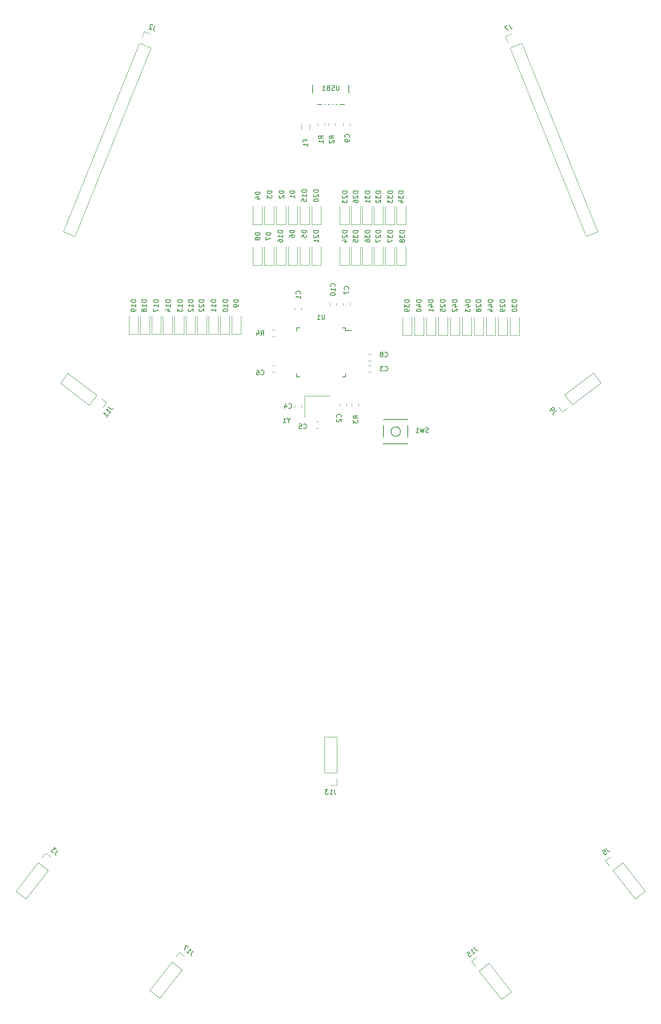
<source format=gbo>
G04 #@! TF.GenerationSoftware,KiCad,Pcbnew,(5.1.4)-1*
G04 #@! TF.CreationDate,2022-01-29T22:41:38-05:00*
G04 #@! TF.ProjectId,ThumbsUpUnsplit,5468756d-6273-4557-9055-6e73706c6974,rev?*
G04 #@! TF.SameCoordinates,Original*
G04 #@! TF.FileFunction,Legend,Bot*
G04 #@! TF.FilePolarity,Positive*
%FSLAX46Y46*%
G04 Gerber Fmt 4.6, Leading zero omitted, Abs format (unit mm)*
G04 Created by KiCad (PCBNEW (5.1.4)-1) date 2022-01-29 22:41:38*
%MOMM*%
%LPD*%
G04 APERTURE LIST*
%ADD10C,0.120000*%
%ADD11C,0.150000*%
%ADD12C,1.702000*%
%ADD13C,2.502000*%
%ADD14C,2.502000*%
%ADD15C,6.602000*%
%ADD16C,2.202000*%
%ADD17C,2.202000*%
%ADD18C,2.102000*%
%ADD19C,2.102000*%
%ADD20C,1.852000*%
%ADD21C,1.852000*%
%ADD22C,1.802000*%
%ADD23C,1.802000*%
%ADD24C,0.100000*%
%ADD25O,1.802000X1.802000*%
%ADD26R,1.802000X1.802000*%
%ADD27O,1.802000X2.802000*%
%ADD28R,0.602000X2.352000*%
%ADD29R,1.902000X1.202000*%
%ADD30R,2.202000X1.902000*%
%ADD31R,0.652000X1.602000*%
%ADD32R,1.602000X0.652000*%
%ADD33C,1.077000*%
%ADD34C,1.352000*%
%ADD35R,1.302000X1.002000*%
G04 APERTURE END LIST*
D10*
X50460645Y-22297857D02*
X49412590Y-21479027D01*
X49412590Y-21479027D02*
X48593761Y-22527081D01*
X47811871Y-23527855D02*
X43083590Y-29579777D01*
X45179699Y-31217437D02*
X43083590Y-29579777D01*
X49907979Y-25165514D02*
X45179699Y-31217437D01*
X49907979Y-25165514D02*
X47811871Y-23527855D01*
X112555355Y-22551857D02*
X111507301Y-23370686D01*
X111507301Y-23370686D02*
X112326131Y-24418741D01*
X113108021Y-25419514D02*
X117836301Y-31471437D01*
X119932410Y-29833777D02*
X117836301Y-31471437D01*
X115204129Y-23781855D02*
X119932410Y-29833777D01*
X115204129Y-23781855D02*
X113108021Y-25419514D01*
X81534000Y13990000D02*
X82864000Y13990000D01*
X82864000Y13990000D02*
X82864000Y15320000D01*
X82864000Y16590000D02*
X82864000Y24270000D01*
X80204000Y24270000D02*
X82864000Y24270000D01*
X80204000Y16590000D02*
X80204000Y24270000D01*
X80204000Y16590000D02*
X82864000Y16590000D01*
X33066185Y94195586D02*
X33866599Y95257771D01*
X33866599Y95257771D02*
X32804414Y96058185D01*
X31790147Y96822490D02*
X25656626Y101444430D01*
X24055798Y99320059D02*
X25656626Y101444430D01*
X30189319Y94698120D02*
X24055798Y99320059D01*
X30189319Y94698120D02*
X31790147Y96822490D01*
X129979726Y94285771D02*
X130780140Y93223586D01*
X130780140Y93223586D02*
X131842325Y94024000D01*
X132856592Y94788305D02*
X138990113Y99410244D01*
X137389285Y101534615D02*
X138990113Y99410244D01*
X131255764Y96912675D02*
X137389285Y101534615D01*
X131255764Y96912675D02*
X132856592Y94788305D01*
X143652129Y-2445855D02*
X141556021Y-4083514D01*
X143652129Y-2445855D02*
X148380410Y-8497777D01*
X148380410Y-8497777D02*
X146284301Y-10135437D01*
X141556021Y-4083514D02*
X146284301Y-10135437D01*
X139955301Y-2034686D02*
X140774131Y-3082741D01*
X141003355Y-1215857D02*
X139955301Y-2034686D01*
X122124229Y171582100D02*
X119657920Y170585647D01*
X122124229Y171582100D02*
X138322218Y131490670D01*
X138322218Y131490670D02*
X135855909Y130494217D01*
X119657920Y170585647D02*
X135855909Y130494217D01*
X118683943Y172996325D02*
X119182169Y171763170D01*
X119917097Y173494552D02*
X118683943Y172996325D01*
X43358080Y170585647D02*
X40891771Y171582100D01*
X43358080Y170585647D02*
X27160091Y130494217D01*
X27160091Y130494217D02*
X24693782Y131490670D01*
X40891771Y171582100D02*
X24693782Y131490670D01*
X41865748Y173992778D02*
X41367521Y172759624D01*
X43098903Y173494552D02*
X41865748Y173992778D01*
X21459979Y-4083514D02*
X19363871Y-2445855D01*
X21459979Y-4083514D02*
X16731699Y-10135437D01*
X16731699Y-10135437D02*
X14635590Y-8497777D01*
X19363871Y-2445855D02*
X14635590Y-8497777D01*
X20964590Y-397027D02*
X20145761Y-1445081D01*
X22012645Y-1215857D02*
X20964590Y-397027D01*
D11*
X77722000Y164012000D02*
X77722000Y158562000D01*
X85422000Y164012000D02*
X85422000Y158562000D01*
X77722000Y158562000D02*
X85422000Y158562000D01*
X97968750Y91681250D02*
X92768750Y91681250D01*
X92768750Y91681250D02*
X92768750Y86481250D01*
X92768750Y86481250D02*
X97968750Y86481250D01*
X97968750Y86481250D02*
X97968750Y91681250D01*
X96368750Y89081250D02*
G75*
G03X96368750Y89081250I-1000000J0D01*
G01*
D10*
X75966000Y96604000D02*
X81366000Y96604000D01*
X75966000Y92104000D02*
X75966000Y96604000D01*
D11*
X84677000Y110518000D02*
X85952000Y110518000D01*
X74327000Y111093000D02*
X75002000Y111093000D01*
X74327000Y100743000D02*
X75002000Y100743000D01*
X84677000Y100743000D02*
X84002000Y100743000D01*
X84677000Y111093000D02*
X84002000Y111093000D01*
X84677000Y100743000D02*
X84677000Y101418000D01*
X74327000Y100743000D02*
X74327000Y101418000D01*
X74327000Y111093000D02*
X74327000Y110418000D01*
X84677000Y111093000D02*
X84677000Y110518000D01*
D10*
X69135172Y110691250D02*
X69652328Y110691250D01*
X69135172Y109271250D02*
X69652328Y109271250D01*
X87422500Y95014828D02*
X87422500Y94497672D01*
X86002500Y95014828D02*
X86002500Y94497672D01*
X81046250Y154003922D02*
X81046250Y154521078D01*
X82466250Y154003922D02*
X82466250Y154521078D01*
X78792000Y154003922D02*
X78792000Y154521078D01*
X80212000Y154003922D02*
X80212000Y154521078D01*
X75290000Y153197936D02*
X75290000Y154402064D01*
X77110000Y153197936D02*
X77110000Y154402064D01*
X116570000Y109510000D02*
X116570000Y113410000D01*
X114570000Y109510000D02*
X114570000Y113410000D01*
X116570000Y109510000D02*
X114570000Y109510000D01*
X111490000Y109510000D02*
X111490000Y113410000D01*
X109490000Y109510000D02*
X109490000Y113410000D01*
X111490000Y109510000D02*
X109490000Y109510000D01*
X108950000Y109510000D02*
X108950000Y113410000D01*
X106950000Y109510000D02*
X106950000Y113410000D01*
X108950000Y109510000D02*
X106950000Y109510000D01*
X103870000Y109510000D02*
X103870000Y113410000D01*
X101870000Y109510000D02*
X101870000Y113410000D01*
X103870000Y109510000D02*
X101870000Y109510000D01*
X101330000Y109510000D02*
X101330000Y113410000D01*
X99330000Y109510000D02*
X99330000Y113410000D01*
X101330000Y109510000D02*
X99330000Y109510000D01*
X98790000Y109510000D02*
X98790000Y113410000D01*
X96790000Y109510000D02*
X96790000Y113410000D01*
X98790000Y109510000D02*
X96790000Y109510000D01*
X97520000Y124432750D02*
X97520000Y128332750D01*
X95520000Y124432750D02*
X95520000Y128332750D01*
X97520000Y124432750D02*
X95520000Y124432750D01*
X95107000Y124432750D02*
X95107000Y128332750D01*
X93107000Y124432750D02*
X93107000Y128332750D01*
X95107000Y124432750D02*
X93107000Y124432750D01*
X90281000Y124432750D02*
X90281000Y128332750D01*
X88281000Y124432750D02*
X88281000Y128332750D01*
X90281000Y124432750D02*
X88281000Y124432750D01*
X87868000Y124432750D02*
X87868000Y128332750D01*
X85868000Y124432750D02*
X85868000Y128332750D01*
X87868000Y124432750D02*
X85868000Y124432750D01*
X97520000Y133005000D02*
X97520000Y136905000D01*
X95520000Y133005000D02*
X95520000Y136905000D01*
X97520000Y133005000D02*
X95520000Y133005000D01*
X95107000Y133005000D02*
X95107000Y136905000D01*
X93107000Y133005000D02*
X93107000Y136905000D01*
X95107000Y133005000D02*
X93107000Y133005000D01*
X92694000Y133005000D02*
X92694000Y136905000D01*
X90694000Y133005000D02*
X90694000Y136905000D01*
X92694000Y133005000D02*
X90694000Y133005000D01*
X90281000Y133005000D02*
X90281000Y136905000D01*
X88281000Y133005000D02*
X88281000Y136905000D01*
X90281000Y133005000D02*
X88281000Y133005000D01*
X121650000Y109510000D02*
X121650000Y113410000D01*
X119650000Y109510000D02*
X119650000Y113410000D01*
X121650000Y109510000D02*
X119650000Y109510000D01*
X119110000Y109510000D02*
X119110000Y113410000D01*
X117110000Y109510000D02*
X117110000Y113410000D01*
X119110000Y109510000D02*
X117110000Y109510000D01*
X114030000Y109510000D02*
X114030000Y113410000D01*
X112030000Y109510000D02*
X112030000Y113410000D01*
X114030000Y109510000D02*
X112030000Y109510000D01*
X92694000Y124432750D02*
X92694000Y128332750D01*
X90694000Y124432750D02*
X90694000Y128332750D01*
X92694000Y124432750D02*
X90694000Y124432750D01*
X87868000Y133005000D02*
X87868000Y136905000D01*
X85868000Y133005000D02*
X85868000Y136905000D01*
X87868000Y133005000D02*
X85868000Y133005000D01*
X106410000Y109510000D02*
X106410000Y113410000D01*
X104410000Y109510000D02*
X104410000Y113410000D01*
X106410000Y109510000D02*
X104410000Y109510000D01*
X85455000Y124432750D02*
X85455000Y128332750D01*
X83455000Y124432750D02*
X83455000Y128332750D01*
X85455000Y124432750D02*
X83455000Y124432750D01*
X85455000Y133005000D02*
X85455000Y136905000D01*
X83455000Y133005000D02*
X83455000Y136905000D01*
X85455000Y133005000D02*
X83455000Y133005000D01*
X55174568Y109785001D02*
X55174568Y113685001D01*
X53174568Y109785001D02*
X53174568Y113685001D01*
X55174568Y109785001D02*
X53174568Y109785001D01*
X79489250Y124432750D02*
X79489250Y128332750D01*
X77489250Y124432750D02*
X77489250Y128332750D01*
X79489250Y124432750D02*
X77489250Y124432750D01*
X79489250Y133036000D02*
X79489250Y136936000D01*
X77489250Y133036000D02*
X77489250Y136936000D01*
X79489250Y133036000D02*
X77489250Y133036000D01*
X40624000Y109785001D02*
X40624000Y113685001D01*
X38624000Y109785001D02*
X38624000Y113685001D01*
X40624000Y109785001D02*
X38624000Y109785001D01*
X43037000Y109785001D02*
X43037000Y113685001D01*
X41037000Y109785001D02*
X41037000Y113685001D01*
X43037000Y109785001D02*
X41037000Y109785001D01*
X45450000Y109785001D02*
X43450000Y109785001D01*
X43450000Y109785001D02*
X43450000Y113685001D01*
X45450000Y109785001D02*
X45450000Y113685001D01*
X71983550Y124432750D02*
X69983550Y124432750D01*
X69983550Y124432750D02*
X69983550Y128332750D01*
X71983550Y124432750D02*
X71983550Y128332750D01*
X76987350Y133036000D02*
X74987350Y133036000D01*
X74987350Y133036000D02*
X74987350Y136936000D01*
X76987350Y133036000D02*
X76987350Y136936000D01*
X47881142Y109785001D02*
X45881142Y109785001D01*
X45881142Y109785001D02*
X45881142Y113685001D01*
X47881142Y109785001D02*
X47881142Y113685001D01*
X50312284Y109785001D02*
X48312284Y109785001D01*
X48312284Y109785001D02*
X48312284Y113685001D01*
X50312284Y109785001D02*
X50312284Y113685001D01*
X52743426Y109785001D02*
X50743426Y109785001D01*
X50743426Y109785001D02*
X50743426Y113685001D01*
X52743426Y109785001D02*
X52743426Y113685001D01*
X57605710Y109785001D02*
X55605710Y109785001D01*
X55605710Y109785001D02*
X55605710Y113685001D01*
X57605710Y109785001D02*
X57605710Y113685001D01*
X60036852Y109785001D02*
X58036852Y109785001D01*
X58036852Y109785001D02*
X58036852Y113685001D01*
X60036852Y109785001D02*
X60036852Y113685001D01*
X62468000Y109785001D02*
X60468000Y109785001D01*
X60468000Y109785001D02*
X60468000Y113685001D01*
X62468000Y109785001D02*
X62468000Y113685001D01*
X66979750Y124432750D02*
X64979750Y124432750D01*
X64979750Y124432750D02*
X64979750Y128332750D01*
X66979750Y124432750D02*
X66979750Y128332750D01*
X69481650Y124432750D02*
X67481650Y124432750D01*
X67481650Y124432750D02*
X67481650Y128332750D01*
X69481650Y124432750D02*
X69481650Y128332750D01*
X74485450Y124432750D02*
X72485450Y124432750D01*
X72485450Y124432750D02*
X72485450Y128332750D01*
X74485450Y124432750D02*
X74485450Y128332750D01*
X76987350Y124432750D02*
X74987350Y124432750D01*
X74987350Y124432750D02*
X74987350Y128332750D01*
X76987350Y124432750D02*
X76987350Y128332750D01*
X66979750Y133036000D02*
X64979750Y133036000D01*
X64979750Y133036000D02*
X64979750Y136936000D01*
X66979750Y133036000D02*
X66979750Y136936000D01*
X69481650Y133036000D02*
X67481650Y133036000D01*
X67481650Y133036000D02*
X67481650Y136936000D01*
X69481650Y133036000D02*
X69481650Y136936000D01*
X71983550Y133036000D02*
X69983550Y133036000D01*
X69983550Y133036000D02*
X69983550Y136936000D01*
X71983550Y133036000D02*
X71983550Y136936000D01*
X74485450Y133036000D02*
X72485450Y133036000D01*
X72485450Y133036000D02*
X72485450Y136936000D01*
X74485450Y133036000D02*
X74485450Y136936000D01*
X82752000Y116336578D02*
X82752000Y115819422D01*
X81332000Y116336578D02*
X81332000Y115819422D01*
X84221250Y154003922D02*
X84221250Y154521078D01*
X85641250Y154003922D02*
X85641250Y154521078D01*
X89578922Y105485000D02*
X90096078Y105485000D01*
X89578922Y104065000D02*
X90096078Y104065000D01*
X84221250Y115819422D02*
X84221250Y116336578D01*
X85641250Y115819422D02*
X85641250Y116336578D01*
X69652328Y101683750D02*
X69135172Y101683750D01*
X69652328Y103103750D02*
X69135172Y103103750D01*
X78983578Y89777500D02*
X78466422Y89777500D01*
X78983578Y91197500D02*
X78466422Y91197500D01*
X75322500Y94714828D02*
X75322500Y94197672D01*
X73902500Y94714828D02*
X73902500Y94197672D01*
X89578922Y103103750D02*
X90096078Y103103750D01*
X89578922Y101683750D02*
X90096078Y101683750D01*
X84847500Y95014828D02*
X84847500Y94497672D01*
X83427500Y95014828D02*
X83427500Y94497672D01*
X73902500Y114835172D02*
X73902500Y115352328D01*
X75322500Y114835172D02*
X75322500Y115352328D01*
D11*
X52322258Y-21229983D02*
X51882500Y-21792848D01*
X51832072Y-21934738D01*
X51848487Y-22068421D01*
X51931742Y-22193897D01*
X52006791Y-22252532D01*
X50918586Y-21402333D02*
X51368878Y-21754139D01*
X51143732Y-21578236D02*
X51759393Y-20790225D01*
X51746490Y-20961433D01*
X51762904Y-21095116D01*
X51808636Y-21191274D01*
X51271577Y-20409101D02*
X50746236Y-19998660D01*
X50468294Y-21050526D01*
X111969568Y-20487198D02*
X112409326Y-21050063D01*
X112534802Y-21133319D01*
X112668485Y-21149733D01*
X112810375Y-21099306D01*
X112885424Y-21040671D01*
X111797219Y-21890870D02*
X112247511Y-21539064D01*
X112022365Y-21714967D02*
X111406703Y-20926956D01*
X111569703Y-20980895D01*
X111703387Y-20997309D01*
X111807752Y-20976199D01*
X110468595Y-21659887D02*
X110843838Y-21366715D01*
X111174535Y-21712641D01*
X111107693Y-21704433D01*
X111003327Y-21725544D01*
X110815706Y-21872130D01*
X110769974Y-21968288D01*
X110761767Y-22035130D01*
X110782877Y-22139496D01*
X110929463Y-22327117D01*
X111025622Y-22372849D01*
X111092464Y-22381056D01*
X111196830Y-22359946D01*
X111384451Y-22213360D01*
X111430183Y-22117201D01*
X111438390Y-22050359D01*
X82343523Y13097619D02*
X82343523Y12383333D01*
X82391142Y12240476D01*
X82486380Y12145238D01*
X82629238Y12097619D01*
X82724476Y12097619D01*
X81343523Y12097619D02*
X81914952Y12097619D01*
X81629238Y12097619D02*
X81629238Y13097619D01*
X81724476Y12954761D01*
X81819714Y12859523D01*
X81914952Y12811904D01*
X81010190Y13097619D02*
X80391142Y13097619D01*
X80724476Y12716666D01*
X80581619Y12716666D01*
X80486380Y12669047D01*
X80438761Y12621428D01*
X80391142Y12526190D01*
X80391142Y12288095D01*
X80438761Y12192857D01*
X80486380Y12145238D01*
X80581619Y12097619D01*
X80867333Y12097619D01*
X80962571Y12145238D01*
X81010190Y12192857D01*
X34266055Y94305051D02*
X34836509Y93875183D01*
X34979258Y93827240D01*
X35112634Y93845985D01*
X35236638Y93931418D01*
X35293953Y94007478D01*
X34462876Y92904601D02*
X34806770Y93360964D01*
X34634823Y93132782D02*
X33836187Y93734597D01*
X34007594Y93724684D01*
X34140970Y93743429D01*
X34236316Y93790832D01*
X33889718Y92143996D02*
X34233613Y92600359D01*
X34061666Y92372177D02*
X33263030Y92973992D01*
X33434437Y92964079D01*
X33567813Y92982824D01*
X33663159Y93030227D01*
X129467644Y93482510D02*
X128897190Y93052642D01*
X128811757Y92928638D01*
X128793012Y92795262D01*
X128840955Y92652513D01*
X128898271Y92576453D01*
X128353772Y93299028D02*
X128239140Y93451149D01*
X128219855Y93555867D01*
X128229227Y93622555D01*
X128286002Y93784590D01*
X128409465Y93937251D01*
X128713707Y94166514D01*
X128818426Y94185800D01*
X128885114Y94176427D01*
X128980460Y94129024D01*
X129095091Y93976903D01*
X129114377Y93872185D01*
X129105004Y93805497D01*
X129057602Y93710151D01*
X128867450Y93566862D01*
X128762732Y93547576D01*
X128696044Y93556949D01*
X128600698Y93604351D01*
X128486067Y93756472D01*
X128466781Y93861191D01*
X128476153Y93927879D01*
X128523556Y94023225D01*
X140042326Y555629D02*
X140482084Y-7235D01*
X140607560Y-90491D01*
X140741243Y-106905D01*
X140883133Y-56478D01*
X140958182Y2156D01*
X139291839Y-30715D02*
X139667083Y262457D01*
X139997779Y-83468D01*
X139930938Y-75261D01*
X139826572Y-96371D01*
X139638950Y-242958D01*
X139593219Y-339116D01*
X139585011Y-405958D01*
X139606122Y-510324D01*
X139752708Y-697945D01*
X139848866Y-743677D01*
X139915708Y-751884D01*
X140020074Y-730774D01*
X140207695Y-584188D01*
X140253427Y-488029D01*
X140261634Y-421187D01*
X119481583Y175462308D02*
X119749159Y174800034D01*
X119846826Y174685417D01*
X119970806Y174632791D01*
X120121099Y174642155D01*
X120209403Y174677831D01*
X119128370Y175319601D02*
X118510248Y175069863D01*
X119282219Y174303225D01*
X44152538Y175212570D02*
X43884962Y174550296D01*
X43875599Y174400003D01*
X43928225Y174276023D01*
X44042842Y174178356D01*
X44131145Y174142679D01*
X43719497Y175284813D02*
X43693184Y175346803D01*
X43622719Y175426631D01*
X43401961Y175515823D01*
X43295819Y175507348D01*
X43233829Y175481035D01*
X43154001Y175410570D01*
X43118324Y175322267D01*
X43108961Y175171974D01*
X43424719Y174428094D01*
X42850748Y174659993D01*
X23499014Y145188D02*
X23059256Y-417676D01*
X23008828Y-559566D01*
X23025242Y-693249D01*
X23108498Y-818725D01*
X23183547Y-877360D01*
X23198819Y379725D02*
X22711003Y760849D01*
X22739135Y255434D01*
X22626563Y343386D01*
X22522197Y364496D01*
X22455355Y356289D01*
X22359196Y310557D01*
X22212610Y122936D01*
X22191500Y18570D01*
X22199707Y-48271D01*
X22245439Y-144429D01*
X22470585Y-320333D01*
X22574951Y-341443D01*
X22641792Y-333236D01*
X83310095Y162527619D02*
X83310095Y161718095D01*
X83262476Y161622857D01*
X83214857Y161575238D01*
X83119619Y161527619D01*
X82929142Y161527619D01*
X82833904Y161575238D01*
X82786285Y161622857D01*
X82738666Y161718095D01*
X82738666Y162527619D01*
X82310095Y161575238D02*
X82167238Y161527619D01*
X81929142Y161527619D01*
X81833904Y161575238D01*
X81786285Y161622857D01*
X81738666Y161718095D01*
X81738666Y161813333D01*
X81786285Y161908571D01*
X81833904Y161956190D01*
X81929142Y162003809D01*
X82119619Y162051428D01*
X82214857Y162099047D01*
X82262476Y162146666D01*
X82310095Y162241904D01*
X82310095Y162337142D01*
X82262476Y162432380D01*
X82214857Y162480000D01*
X82119619Y162527619D01*
X81881523Y162527619D01*
X81738666Y162480000D01*
X80976761Y162051428D02*
X80833904Y162003809D01*
X80786285Y161956190D01*
X80738666Y161860952D01*
X80738666Y161718095D01*
X80786285Y161622857D01*
X80833904Y161575238D01*
X80929142Y161527619D01*
X81310095Y161527619D01*
X81310095Y162527619D01*
X80976761Y162527619D01*
X80881523Y162480000D01*
X80833904Y162432380D01*
X80786285Y162337142D01*
X80786285Y162241904D01*
X80833904Y162146666D01*
X80881523Y162099047D01*
X80976761Y162051428D01*
X81310095Y162051428D01*
X79786285Y161527619D02*
X80357714Y161527619D01*
X80072000Y161527619D02*
X80072000Y162527619D01*
X80167238Y162384761D01*
X80262476Y162289523D01*
X80357714Y162241904D01*
X102333333Y88938988D02*
X102190476Y88891369D01*
X101952380Y88891369D01*
X101857142Y88938988D01*
X101809523Y88986607D01*
X101761904Y89081845D01*
X101761904Y89177083D01*
X101809523Y89272321D01*
X101857142Y89319940D01*
X101952380Y89367559D01*
X102142857Y89415178D01*
X102238095Y89462797D01*
X102285714Y89510416D01*
X102333333Y89605654D01*
X102333333Y89700892D01*
X102285714Y89796130D01*
X102238095Y89843750D01*
X102142857Y89891369D01*
X101904761Y89891369D01*
X101761904Y89843750D01*
X101428571Y89891369D02*
X101190476Y88891369D01*
X101000000Y89605654D01*
X100809523Y88891369D01*
X100571428Y89891369D01*
X99666666Y88891369D02*
X100238095Y88891369D01*
X99952380Y88891369D02*
X99952380Y89891369D01*
X100047619Y89748511D01*
X100142857Y89653273D01*
X100238095Y89605654D01*
X72612190Y91463809D02*
X72612190Y90987619D01*
X72945523Y91987619D02*
X72612190Y91463809D01*
X72278857Y91987619D01*
X71421714Y90987619D02*
X71993142Y90987619D01*
X71707428Y90987619D02*
X71707428Y91987619D01*
X71802666Y91844761D01*
X71897904Y91749523D01*
X71993142Y91701904D01*
X80263904Y113915619D02*
X80263904Y113106095D01*
X80216285Y113010857D01*
X80168666Y112963238D01*
X80073428Y112915619D01*
X79882952Y112915619D01*
X79787714Y112963238D01*
X79740095Y113010857D01*
X79692476Y113106095D01*
X79692476Y113915619D01*
X78692476Y112915619D02*
X79263904Y112915619D01*
X78978190Y112915619D02*
X78978190Y113915619D01*
X79073428Y113772761D01*
X79168666Y113677523D01*
X79263904Y113629904D01*
X66714666Y109529619D02*
X67048000Y110005809D01*
X67286095Y109529619D02*
X67286095Y110529619D01*
X66905142Y110529619D01*
X66809904Y110482000D01*
X66762285Y110434380D01*
X66714666Y110339142D01*
X66714666Y110196285D01*
X66762285Y110101047D01*
X66809904Y110053428D01*
X66905142Y110005809D01*
X67286095Y110005809D01*
X65857523Y110196285D02*
X65857523Y109529619D01*
X66095619Y110577238D02*
X66333714Y109862952D01*
X65714666Y109862952D01*
X87320380Y91860666D02*
X86844190Y92194000D01*
X87320380Y92432095D02*
X86320380Y92432095D01*
X86320380Y92051142D01*
X86368000Y91955904D01*
X86415619Y91908285D01*
X86510857Y91860666D01*
X86653714Y91860666D01*
X86748952Y91908285D01*
X86796571Y91955904D01*
X86844190Y92051142D01*
X86844190Y92432095D01*
X86320380Y91527333D02*
X86320380Y90908285D01*
X86701333Y91241619D01*
X86701333Y91098761D01*
X86748952Y91003523D01*
X86796571Y90955904D01*
X86891809Y90908285D01*
X87129904Y90908285D01*
X87225142Y90955904D01*
X87272761Y91003523D01*
X87320380Y91098761D01*
X87320380Y91384476D01*
X87272761Y91479714D01*
X87225142Y91527333D01*
X82240380Y151296666D02*
X81764190Y151630000D01*
X82240380Y151868095D02*
X81240380Y151868095D01*
X81240380Y151487142D01*
X81288000Y151391904D01*
X81335619Y151344285D01*
X81430857Y151296666D01*
X81573714Y151296666D01*
X81668952Y151344285D01*
X81716571Y151391904D01*
X81764190Y151487142D01*
X81764190Y151868095D01*
X81335619Y150915714D02*
X81288000Y150868095D01*
X81240380Y150772857D01*
X81240380Y150534761D01*
X81288000Y150439523D01*
X81335619Y150391904D01*
X81430857Y150344285D01*
X81526095Y150344285D01*
X81668952Y150391904D01*
X82240380Y150963333D01*
X82240380Y150344285D01*
X79954380Y151296666D02*
X79478190Y151630000D01*
X79954380Y151868095D02*
X78954380Y151868095D01*
X78954380Y151487142D01*
X79002000Y151391904D01*
X79049619Y151344285D01*
X79144857Y151296666D01*
X79287714Y151296666D01*
X79382952Y151344285D01*
X79430571Y151391904D01*
X79478190Y151487142D01*
X79478190Y151868095D01*
X79954380Y150344285D02*
X79954380Y150915714D01*
X79954380Y150630000D02*
X78954380Y150630000D01*
X79097238Y150725238D01*
X79192476Y150820476D01*
X79240095Y150915714D01*
X76128571Y150701333D02*
X76128571Y151034666D01*
X76652380Y151034666D02*
X75652380Y151034666D01*
X75652380Y150558476D01*
X76652380Y149653714D02*
X76652380Y150225142D01*
X76652380Y149939428D02*
X75652380Y149939428D01*
X75795238Y150034666D01*
X75890476Y150129904D01*
X75938095Y150225142D01*
X116022380Y117038285D02*
X115022380Y117038285D01*
X115022380Y116800190D01*
X115070000Y116657333D01*
X115165238Y116562095D01*
X115260476Y116514476D01*
X115450952Y116466857D01*
X115593809Y116466857D01*
X115784285Y116514476D01*
X115879523Y116562095D01*
X115974761Y116657333D01*
X116022380Y116800190D01*
X116022380Y117038285D01*
X115355714Y115609714D02*
X116022380Y115609714D01*
X114974761Y115847809D02*
X115689047Y116085904D01*
X115689047Y115466857D01*
X115355714Y114657333D02*
X116022380Y114657333D01*
X114974761Y114895428D02*
X115689047Y115133523D01*
X115689047Y114514476D01*
X111196380Y117038285D02*
X110196380Y117038285D01*
X110196380Y116800190D01*
X110244000Y116657333D01*
X110339238Y116562095D01*
X110434476Y116514476D01*
X110624952Y116466857D01*
X110767809Y116466857D01*
X110958285Y116514476D01*
X111053523Y116562095D01*
X111148761Y116657333D01*
X111196380Y116800190D01*
X111196380Y117038285D01*
X110529714Y115609714D02*
X111196380Y115609714D01*
X110148761Y115847809D02*
X110863047Y116085904D01*
X110863047Y115466857D01*
X110196380Y115181142D02*
X110196380Y114562095D01*
X110577333Y114895428D01*
X110577333Y114752571D01*
X110624952Y114657333D01*
X110672571Y114609714D01*
X110767809Y114562095D01*
X111005904Y114562095D01*
X111101142Y114609714D01*
X111148761Y114657333D01*
X111196380Y114752571D01*
X111196380Y115038285D01*
X111148761Y115133523D01*
X111101142Y115181142D01*
X108402380Y117038285D02*
X107402380Y117038285D01*
X107402380Y116800190D01*
X107450000Y116657333D01*
X107545238Y116562095D01*
X107640476Y116514476D01*
X107830952Y116466857D01*
X107973809Y116466857D01*
X108164285Y116514476D01*
X108259523Y116562095D01*
X108354761Y116657333D01*
X108402380Y116800190D01*
X108402380Y117038285D01*
X107735714Y115609714D02*
X108402380Y115609714D01*
X107354761Y115847809D02*
X108069047Y116085904D01*
X108069047Y115466857D01*
X107497619Y115133523D02*
X107450000Y115085904D01*
X107402380Y114990666D01*
X107402380Y114752571D01*
X107450000Y114657333D01*
X107497619Y114609714D01*
X107592857Y114562095D01*
X107688095Y114562095D01*
X107830952Y114609714D01*
X108402380Y115181142D01*
X108402380Y114562095D01*
X103322380Y117038285D02*
X102322380Y117038285D01*
X102322380Y116800190D01*
X102370000Y116657333D01*
X102465238Y116562095D01*
X102560476Y116514476D01*
X102750952Y116466857D01*
X102893809Y116466857D01*
X103084285Y116514476D01*
X103179523Y116562095D01*
X103274761Y116657333D01*
X103322380Y116800190D01*
X103322380Y117038285D01*
X102655714Y115609714D02*
X103322380Y115609714D01*
X102274761Y115847809D02*
X102989047Y116085904D01*
X102989047Y115466857D01*
X103322380Y114562095D02*
X103322380Y115133523D01*
X103322380Y114847809D02*
X102322380Y114847809D01*
X102465238Y114943047D01*
X102560476Y115038285D01*
X102608095Y115133523D01*
X100782380Y117038285D02*
X99782380Y117038285D01*
X99782380Y116800190D01*
X99830000Y116657333D01*
X99925238Y116562095D01*
X100020476Y116514476D01*
X100210952Y116466857D01*
X100353809Y116466857D01*
X100544285Y116514476D01*
X100639523Y116562095D01*
X100734761Y116657333D01*
X100782380Y116800190D01*
X100782380Y117038285D01*
X100115714Y115609714D02*
X100782380Y115609714D01*
X99734761Y115847809D02*
X100449047Y116085904D01*
X100449047Y115466857D01*
X99782380Y114895428D02*
X99782380Y114800190D01*
X99830000Y114704952D01*
X99877619Y114657333D01*
X99972857Y114609714D01*
X100163333Y114562095D01*
X100401428Y114562095D01*
X100591904Y114609714D01*
X100687142Y114657333D01*
X100734761Y114704952D01*
X100782380Y114800190D01*
X100782380Y114895428D01*
X100734761Y114990666D01*
X100687142Y115038285D01*
X100591904Y115085904D01*
X100401428Y115133523D01*
X100163333Y115133523D01*
X99972857Y115085904D01*
X99877619Y115038285D01*
X99830000Y114990666D01*
X99782380Y114895428D01*
X98242380Y117038285D02*
X97242380Y117038285D01*
X97242380Y116800190D01*
X97290000Y116657333D01*
X97385238Y116562095D01*
X97480476Y116514476D01*
X97670952Y116466857D01*
X97813809Y116466857D01*
X98004285Y116514476D01*
X98099523Y116562095D01*
X98194761Y116657333D01*
X98242380Y116800190D01*
X98242380Y117038285D01*
X97242380Y116133523D02*
X97242380Y115514476D01*
X97623333Y115847809D01*
X97623333Y115704952D01*
X97670952Y115609714D01*
X97718571Y115562095D01*
X97813809Y115514476D01*
X98051904Y115514476D01*
X98147142Y115562095D01*
X98194761Y115609714D01*
X98242380Y115704952D01*
X98242380Y115990666D01*
X98194761Y116085904D01*
X98147142Y116133523D01*
X98242380Y115038285D02*
X98242380Y114847809D01*
X98194761Y114752571D01*
X98147142Y114704952D01*
X98004285Y114609714D01*
X97813809Y114562095D01*
X97432857Y114562095D01*
X97337619Y114609714D01*
X97290000Y114657333D01*
X97242380Y114752571D01*
X97242380Y114943047D01*
X97290000Y115038285D01*
X97337619Y115085904D01*
X97432857Y115133523D01*
X97670952Y115133523D01*
X97766190Y115085904D01*
X97813809Y115038285D01*
X97861428Y114943047D01*
X97861428Y114752571D01*
X97813809Y114657333D01*
X97766190Y114609714D01*
X97670952Y114562095D01*
X97226380Y131770285D02*
X96226380Y131770285D01*
X96226380Y131532190D01*
X96274000Y131389333D01*
X96369238Y131294095D01*
X96464476Y131246476D01*
X96654952Y131198857D01*
X96797809Y131198857D01*
X96988285Y131246476D01*
X97083523Y131294095D01*
X97178761Y131389333D01*
X97226380Y131532190D01*
X97226380Y131770285D01*
X96226380Y130865523D02*
X96226380Y130246476D01*
X96607333Y130579809D01*
X96607333Y130436952D01*
X96654952Y130341714D01*
X96702571Y130294095D01*
X96797809Y130246476D01*
X97035904Y130246476D01*
X97131142Y130294095D01*
X97178761Y130341714D01*
X97226380Y130436952D01*
X97226380Y130722666D01*
X97178761Y130817904D01*
X97131142Y130865523D01*
X96654952Y129675047D02*
X96607333Y129770285D01*
X96559714Y129817904D01*
X96464476Y129865523D01*
X96416857Y129865523D01*
X96321619Y129817904D01*
X96274000Y129770285D01*
X96226380Y129675047D01*
X96226380Y129484571D01*
X96274000Y129389333D01*
X96321619Y129341714D01*
X96416857Y129294095D01*
X96464476Y129294095D01*
X96559714Y129341714D01*
X96607333Y129389333D01*
X96654952Y129484571D01*
X96654952Y129675047D01*
X96702571Y129770285D01*
X96750190Y129817904D01*
X96845428Y129865523D01*
X97035904Y129865523D01*
X97131142Y129817904D01*
X97178761Y129770285D01*
X97226380Y129675047D01*
X97226380Y129484571D01*
X97178761Y129389333D01*
X97131142Y129341714D01*
X97035904Y129294095D01*
X96845428Y129294095D01*
X96750190Y129341714D01*
X96702571Y129389333D01*
X96654952Y129484571D01*
X94686380Y131770285D02*
X93686380Y131770285D01*
X93686380Y131532190D01*
X93734000Y131389333D01*
X93829238Y131294095D01*
X93924476Y131246476D01*
X94114952Y131198857D01*
X94257809Y131198857D01*
X94448285Y131246476D01*
X94543523Y131294095D01*
X94638761Y131389333D01*
X94686380Y131532190D01*
X94686380Y131770285D01*
X93686380Y130865523D02*
X93686380Y130246476D01*
X94067333Y130579809D01*
X94067333Y130436952D01*
X94114952Y130341714D01*
X94162571Y130294095D01*
X94257809Y130246476D01*
X94495904Y130246476D01*
X94591142Y130294095D01*
X94638761Y130341714D01*
X94686380Y130436952D01*
X94686380Y130722666D01*
X94638761Y130817904D01*
X94591142Y130865523D01*
X93686380Y129913142D02*
X93686380Y129246476D01*
X94686380Y129675047D01*
X89860380Y131770285D02*
X88860380Y131770285D01*
X88860380Y131532190D01*
X88908000Y131389333D01*
X89003238Y131294095D01*
X89098476Y131246476D01*
X89288952Y131198857D01*
X89431809Y131198857D01*
X89622285Y131246476D01*
X89717523Y131294095D01*
X89812761Y131389333D01*
X89860380Y131532190D01*
X89860380Y131770285D01*
X88860380Y130865523D02*
X88860380Y130246476D01*
X89241333Y130579809D01*
X89241333Y130436952D01*
X89288952Y130341714D01*
X89336571Y130294095D01*
X89431809Y130246476D01*
X89669904Y130246476D01*
X89765142Y130294095D01*
X89812761Y130341714D01*
X89860380Y130436952D01*
X89860380Y130722666D01*
X89812761Y130817904D01*
X89765142Y130865523D01*
X88860380Y129389333D02*
X88860380Y129579809D01*
X88908000Y129675047D01*
X88955619Y129722666D01*
X89098476Y129817904D01*
X89288952Y129865523D01*
X89669904Y129865523D01*
X89765142Y129817904D01*
X89812761Y129770285D01*
X89860380Y129675047D01*
X89860380Y129484571D01*
X89812761Y129389333D01*
X89765142Y129341714D01*
X89669904Y129294095D01*
X89431809Y129294095D01*
X89336571Y129341714D01*
X89288952Y129389333D01*
X89241333Y129484571D01*
X89241333Y129675047D01*
X89288952Y129770285D01*
X89336571Y129817904D01*
X89431809Y129865523D01*
X87320380Y131770285D02*
X86320380Y131770285D01*
X86320380Y131532190D01*
X86368000Y131389333D01*
X86463238Y131294095D01*
X86558476Y131246476D01*
X86748952Y131198857D01*
X86891809Y131198857D01*
X87082285Y131246476D01*
X87177523Y131294095D01*
X87272761Y131389333D01*
X87320380Y131532190D01*
X87320380Y131770285D01*
X86320380Y130865523D02*
X86320380Y130246476D01*
X86701333Y130579809D01*
X86701333Y130436952D01*
X86748952Y130341714D01*
X86796571Y130294095D01*
X86891809Y130246476D01*
X87129904Y130246476D01*
X87225142Y130294095D01*
X87272761Y130341714D01*
X87320380Y130436952D01*
X87320380Y130722666D01*
X87272761Y130817904D01*
X87225142Y130865523D01*
X86320380Y129341714D02*
X86320380Y129817904D01*
X86796571Y129865523D01*
X86748952Y129817904D01*
X86701333Y129722666D01*
X86701333Y129484571D01*
X86748952Y129389333D01*
X86796571Y129341714D01*
X86891809Y129294095D01*
X87129904Y129294095D01*
X87225142Y129341714D01*
X87272761Y129389333D01*
X87320380Y129484571D01*
X87320380Y129722666D01*
X87272761Y129817904D01*
X87225142Y129865523D01*
X96972380Y140152285D02*
X95972380Y140152285D01*
X95972380Y139914190D01*
X96020000Y139771333D01*
X96115238Y139676095D01*
X96210476Y139628476D01*
X96400952Y139580857D01*
X96543809Y139580857D01*
X96734285Y139628476D01*
X96829523Y139676095D01*
X96924761Y139771333D01*
X96972380Y139914190D01*
X96972380Y140152285D01*
X95972380Y139247523D02*
X95972380Y138628476D01*
X96353333Y138961809D01*
X96353333Y138818952D01*
X96400952Y138723714D01*
X96448571Y138676095D01*
X96543809Y138628476D01*
X96781904Y138628476D01*
X96877142Y138676095D01*
X96924761Y138723714D01*
X96972380Y138818952D01*
X96972380Y139104666D01*
X96924761Y139199904D01*
X96877142Y139247523D01*
X96305714Y137771333D02*
X96972380Y137771333D01*
X95924761Y138009428D02*
X96639047Y138247523D01*
X96639047Y137628476D01*
X94686380Y140152285D02*
X93686380Y140152285D01*
X93686380Y139914190D01*
X93734000Y139771333D01*
X93829238Y139676095D01*
X93924476Y139628476D01*
X94114952Y139580857D01*
X94257809Y139580857D01*
X94448285Y139628476D01*
X94543523Y139676095D01*
X94638761Y139771333D01*
X94686380Y139914190D01*
X94686380Y140152285D01*
X93686380Y139247523D02*
X93686380Y138628476D01*
X94067333Y138961809D01*
X94067333Y138818952D01*
X94114952Y138723714D01*
X94162571Y138676095D01*
X94257809Y138628476D01*
X94495904Y138628476D01*
X94591142Y138676095D01*
X94638761Y138723714D01*
X94686380Y138818952D01*
X94686380Y139104666D01*
X94638761Y139199904D01*
X94591142Y139247523D01*
X93686380Y138295142D02*
X93686380Y137676095D01*
X94067333Y138009428D01*
X94067333Y137866571D01*
X94114952Y137771333D01*
X94162571Y137723714D01*
X94257809Y137676095D01*
X94495904Y137676095D01*
X94591142Y137723714D01*
X94638761Y137771333D01*
X94686380Y137866571D01*
X94686380Y138152285D01*
X94638761Y138247523D01*
X94591142Y138295142D01*
X92146380Y140152285D02*
X91146380Y140152285D01*
X91146380Y139914190D01*
X91194000Y139771333D01*
X91289238Y139676095D01*
X91384476Y139628476D01*
X91574952Y139580857D01*
X91717809Y139580857D01*
X91908285Y139628476D01*
X92003523Y139676095D01*
X92098761Y139771333D01*
X92146380Y139914190D01*
X92146380Y140152285D01*
X91146380Y139247523D02*
X91146380Y138628476D01*
X91527333Y138961809D01*
X91527333Y138818952D01*
X91574952Y138723714D01*
X91622571Y138676095D01*
X91717809Y138628476D01*
X91955904Y138628476D01*
X92051142Y138676095D01*
X92098761Y138723714D01*
X92146380Y138818952D01*
X92146380Y139104666D01*
X92098761Y139199904D01*
X92051142Y139247523D01*
X91241619Y138247523D02*
X91194000Y138199904D01*
X91146380Y138104666D01*
X91146380Y137866571D01*
X91194000Y137771333D01*
X91241619Y137723714D01*
X91336857Y137676095D01*
X91432095Y137676095D01*
X91574952Y137723714D01*
X92146380Y138295142D01*
X92146380Y137676095D01*
X89860380Y140152285D02*
X88860380Y140152285D01*
X88860380Y139914190D01*
X88908000Y139771333D01*
X89003238Y139676095D01*
X89098476Y139628476D01*
X89288952Y139580857D01*
X89431809Y139580857D01*
X89622285Y139628476D01*
X89717523Y139676095D01*
X89812761Y139771333D01*
X89860380Y139914190D01*
X89860380Y140152285D01*
X88860380Y139247523D02*
X88860380Y138628476D01*
X89241333Y138961809D01*
X89241333Y138818952D01*
X89288952Y138723714D01*
X89336571Y138676095D01*
X89431809Y138628476D01*
X89669904Y138628476D01*
X89765142Y138676095D01*
X89812761Y138723714D01*
X89860380Y138818952D01*
X89860380Y139104666D01*
X89812761Y139199904D01*
X89765142Y139247523D01*
X89860380Y137676095D02*
X89860380Y138247523D01*
X89860380Y137961809D02*
X88860380Y137961809D01*
X89003238Y138057047D01*
X89098476Y138152285D01*
X89146095Y138247523D01*
X121102380Y117038285D02*
X120102380Y117038285D01*
X120102380Y116800190D01*
X120150000Y116657333D01*
X120245238Y116562095D01*
X120340476Y116514476D01*
X120530952Y116466857D01*
X120673809Y116466857D01*
X120864285Y116514476D01*
X120959523Y116562095D01*
X121054761Y116657333D01*
X121102380Y116800190D01*
X121102380Y117038285D01*
X120102380Y116133523D02*
X120102380Y115514476D01*
X120483333Y115847809D01*
X120483333Y115704952D01*
X120530952Y115609714D01*
X120578571Y115562095D01*
X120673809Y115514476D01*
X120911904Y115514476D01*
X121007142Y115562095D01*
X121054761Y115609714D01*
X121102380Y115704952D01*
X121102380Y115990666D01*
X121054761Y116085904D01*
X121007142Y116133523D01*
X120102380Y114895428D02*
X120102380Y114800190D01*
X120150000Y114704952D01*
X120197619Y114657333D01*
X120292857Y114609714D01*
X120483333Y114562095D01*
X120721428Y114562095D01*
X120911904Y114609714D01*
X121007142Y114657333D01*
X121054761Y114704952D01*
X121102380Y114800190D01*
X121102380Y114895428D01*
X121054761Y114990666D01*
X121007142Y115038285D01*
X120911904Y115085904D01*
X120721428Y115133523D01*
X120483333Y115133523D01*
X120292857Y115085904D01*
X120197619Y115038285D01*
X120150000Y114990666D01*
X120102380Y114895428D01*
X118562380Y117038285D02*
X117562380Y117038285D01*
X117562380Y116800190D01*
X117610000Y116657333D01*
X117705238Y116562095D01*
X117800476Y116514476D01*
X117990952Y116466857D01*
X118133809Y116466857D01*
X118324285Y116514476D01*
X118419523Y116562095D01*
X118514761Y116657333D01*
X118562380Y116800190D01*
X118562380Y117038285D01*
X117657619Y116085904D02*
X117610000Y116038285D01*
X117562380Y115943047D01*
X117562380Y115704952D01*
X117610000Y115609714D01*
X117657619Y115562095D01*
X117752857Y115514476D01*
X117848095Y115514476D01*
X117990952Y115562095D01*
X118562380Y116133523D01*
X118562380Y115514476D01*
X118562380Y115038285D02*
X118562380Y114847809D01*
X118514761Y114752571D01*
X118467142Y114704952D01*
X118324285Y114609714D01*
X118133809Y114562095D01*
X117752857Y114562095D01*
X117657619Y114609714D01*
X117610000Y114657333D01*
X117562380Y114752571D01*
X117562380Y114943047D01*
X117610000Y115038285D01*
X117657619Y115085904D01*
X117752857Y115133523D01*
X117990952Y115133523D01*
X118086190Y115085904D01*
X118133809Y115038285D01*
X118181428Y114943047D01*
X118181428Y114752571D01*
X118133809Y114657333D01*
X118086190Y114609714D01*
X117990952Y114562095D01*
X113482380Y117038285D02*
X112482380Y117038285D01*
X112482380Y116800190D01*
X112530000Y116657333D01*
X112625238Y116562095D01*
X112720476Y116514476D01*
X112910952Y116466857D01*
X113053809Y116466857D01*
X113244285Y116514476D01*
X113339523Y116562095D01*
X113434761Y116657333D01*
X113482380Y116800190D01*
X113482380Y117038285D01*
X112577619Y116085904D02*
X112530000Y116038285D01*
X112482380Y115943047D01*
X112482380Y115704952D01*
X112530000Y115609714D01*
X112577619Y115562095D01*
X112672857Y115514476D01*
X112768095Y115514476D01*
X112910952Y115562095D01*
X113482380Y116133523D01*
X113482380Y115514476D01*
X112910952Y114943047D02*
X112863333Y115038285D01*
X112815714Y115085904D01*
X112720476Y115133523D01*
X112672857Y115133523D01*
X112577619Y115085904D01*
X112530000Y115038285D01*
X112482380Y114943047D01*
X112482380Y114752571D01*
X112530000Y114657333D01*
X112577619Y114609714D01*
X112672857Y114562095D01*
X112720476Y114562095D01*
X112815714Y114609714D01*
X112863333Y114657333D01*
X112910952Y114752571D01*
X112910952Y114943047D01*
X112958571Y115038285D01*
X113006190Y115085904D01*
X113101428Y115133523D01*
X113291904Y115133523D01*
X113387142Y115085904D01*
X113434761Y115038285D01*
X113482380Y114943047D01*
X113482380Y114752571D01*
X113434761Y114657333D01*
X113387142Y114609714D01*
X113291904Y114562095D01*
X113101428Y114562095D01*
X113006190Y114609714D01*
X112958571Y114657333D01*
X112910952Y114752571D01*
X92146380Y131770285D02*
X91146380Y131770285D01*
X91146380Y131532190D01*
X91194000Y131389333D01*
X91289238Y131294095D01*
X91384476Y131246476D01*
X91574952Y131198857D01*
X91717809Y131198857D01*
X91908285Y131246476D01*
X92003523Y131294095D01*
X92098761Y131389333D01*
X92146380Y131532190D01*
X92146380Y131770285D01*
X91241619Y130817904D02*
X91194000Y130770285D01*
X91146380Y130675047D01*
X91146380Y130436952D01*
X91194000Y130341714D01*
X91241619Y130294095D01*
X91336857Y130246476D01*
X91432095Y130246476D01*
X91574952Y130294095D01*
X92146380Y130865523D01*
X92146380Y130246476D01*
X91146380Y129913142D02*
X91146380Y129246476D01*
X92146380Y129675047D01*
X87320380Y140152285D02*
X86320380Y140152285D01*
X86320380Y139914190D01*
X86368000Y139771333D01*
X86463238Y139676095D01*
X86558476Y139628476D01*
X86748952Y139580857D01*
X86891809Y139580857D01*
X87082285Y139628476D01*
X87177523Y139676095D01*
X87272761Y139771333D01*
X87320380Y139914190D01*
X87320380Y140152285D01*
X86415619Y139199904D02*
X86368000Y139152285D01*
X86320380Y139057047D01*
X86320380Y138818952D01*
X86368000Y138723714D01*
X86415619Y138676095D01*
X86510857Y138628476D01*
X86606095Y138628476D01*
X86748952Y138676095D01*
X87320380Y139247523D01*
X87320380Y138628476D01*
X86320380Y137771333D02*
X86320380Y137961809D01*
X86368000Y138057047D01*
X86415619Y138104666D01*
X86558476Y138199904D01*
X86748952Y138247523D01*
X87129904Y138247523D01*
X87225142Y138199904D01*
X87272761Y138152285D01*
X87320380Y138057047D01*
X87320380Y137866571D01*
X87272761Y137771333D01*
X87225142Y137723714D01*
X87129904Y137676095D01*
X86891809Y137676095D01*
X86796571Y137723714D01*
X86748952Y137771333D01*
X86701333Y137866571D01*
X86701333Y138057047D01*
X86748952Y138152285D01*
X86796571Y138199904D01*
X86891809Y138247523D01*
X105862380Y117038285D02*
X104862380Y117038285D01*
X104862380Y116800190D01*
X104910000Y116657333D01*
X105005238Y116562095D01*
X105100476Y116514476D01*
X105290952Y116466857D01*
X105433809Y116466857D01*
X105624285Y116514476D01*
X105719523Y116562095D01*
X105814761Y116657333D01*
X105862380Y116800190D01*
X105862380Y117038285D01*
X104957619Y116085904D02*
X104910000Y116038285D01*
X104862380Y115943047D01*
X104862380Y115704952D01*
X104910000Y115609714D01*
X104957619Y115562095D01*
X105052857Y115514476D01*
X105148095Y115514476D01*
X105290952Y115562095D01*
X105862380Y116133523D01*
X105862380Y115514476D01*
X104862380Y114609714D02*
X104862380Y115085904D01*
X105338571Y115133523D01*
X105290952Y115085904D01*
X105243333Y114990666D01*
X105243333Y114752571D01*
X105290952Y114657333D01*
X105338571Y114609714D01*
X105433809Y114562095D01*
X105671904Y114562095D01*
X105767142Y114609714D01*
X105814761Y114657333D01*
X105862380Y114752571D01*
X105862380Y114990666D01*
X105814761Y115085904D01*
X105767142Y115133523D01*
X85034380Y131770285D02*
X84034380Y131770285D01*
X84034380Y131532190D01*
X84082000Y131389333D01*
X84177238Y131294095D01*
X84272476Y131246476D01*
X84462952Y131198857D01*
X84605809Y131198857D01*
X84796285Y131246476D01*
X84891523Y131294095D01*
X84986761Y131389333D01*
X85034380Y131532190D01*
X85034380Y131770285D01*
X84129619Y130817904D02*
X84082000Y130770285D01*
X84034380Y130675047D01*
X84034380Y130436952D01*
X84082000Y130341714D01*
X84129619Y130294095D01*
X84224857Y130246476D01*
X84320095Y130246476D01*
X84462952Y130294095D01*
X85034380Y130865523D01*
X85034380Y130246476D01*
X84367714Y129389333D02*
X85034380Y129389333D01*
X83986761Y129627428D02*
X84701047Y129865523D01*
X84701047Y129246476D01*
X85034380Y140152285D02*
X84034380Y140152285D01*
X84034380Y139914190D01*
X84082000Y139771333D01*
X84177238Y139676095D01*
X84272476Y139628476D01*
X84462952Y139580857D01*
X84605809Y139580857D01*
X84796285Y139628476D01*
X84891523Y139676095D01*
X84986761Y139771333D01*
X85034380Y139914190D01*
X85034380Y140152285D01*
X84129619Y139199904D02*
X84082000Y139152285D01*
X84034380Y139057047D01*
X84034380Y138818952D01*
X84082000Y138723714D01*
X84129619Y138676095D01*
X84224857Y138628476D01*
X84320095Y138628476D01*
X84462952Y138676095D01*
X85034380Y139247523D01*
X85034380Y138628476D01*
X84034380Y138295142D02*
X84034380Y137676095D01*
X84415333Y138009428D01*
X84415333Y137866571D01*
X84462952Y137771333D01*
X84510571Y137723714D01*
X84605809Y137676095D01*
X84843904Y137676095D01*
X84939142Y137723714D01*
X84986761Y137771333D01*
X85034380Y137866571D01*
X85034380Y138152285D01*
X84986761Y138247523D01*
X84939142Y138295142D01*
X54554380Y117038285D02*
X53554380Y117038285D01*
X53554380Y116800190D01*
X53602000Y116657333D01*
X53697238Y116562095D01*
X53792476Y116514476D01*
X53982952Y116466857D01*
X54125809Y116466857D01*
X54316285Y116514476D01*
X54411523Y116562095D01*
X54506761Y116657333D01*
X54554380Y116800190D01*
X54554380Y117038285D01*
X53649619Y116085904D02*
X53602000Y116038285D01*
X53554380Y115943047D01*
X53554380Y115704952D01*
X53602000Y115609714D01*
X53649619Y115562095D01*
X53744857Y115514476D01*
X53840095Y115514476D01*
X53982952Y115562095D01*
X54554380Y116133523D01*
X54554380Y115514476D01*
X53649619Y115133523D02*
X53602000Y115085904D01*
X53554380Y114990666D01*
X53554380Y114752571D01*
X53602000Y114657333D01*
X53649619Y114609714D01*
X53744857Y114562095D01*
X53840095Y114562095D01*
X53982952Y114609714D01*
X54554380Y115181142D01*
X54554380Y114562095D01*
X78938380Y131770285D02*
X77938380Y131770285D01*
X77938380Y131532190D01*
X77986000Y131389333D01*
X78081238Y131294095D01*
X78176476Y131246476D01*
X78366952Y131198857D01*
X78509809Y131198857D01*
X78700285Y131246476D01*
X78795523Y131294095D01*
X78890761Y131389333D01*
X78938380Y131532190D01*
X78938380Y131770285D01*
X78033619Y130817904D02*
X77986000Y130770285D01*
X77938380Y130675047D01*
X77938380Y130436952D01*
X77986000Y130341714D01*
X78033619Y130294095D01*
X78128857Y130246476D01*
X78224095Y130246476D01*
X78366952Y130294095D01*
X78938380Y130865523D01*
X78938380Y130246476D01*
X78938380Y129294095D02*
X78938380Y129865523D01*
X78938380Y129579809D02*
X77938380Y129579809D01*
X78081238Y129675047D01*
X78176476Y129770285D01*
X78224095Y129865523D01*
X78938380Y140406285D02*
X77938380Y140406285D01*
X77938380Y140168190D01*
X77986000Y140025333D01*
X78081238Y139930095D01*
X78176476Y139882476D01*
X78366952Y139834857D01*
X78509809Y139834857D01*
X78700285Y139882476D01*
X78795523Y139930095D01*
X78890761Y140025333D01*
X78938380Y140168190D01*
X78938380Y140406285D01*
X78033619Y139453904D02*
X77986000Y139406285D01*
X77938380Y139311047D01*
X77938380Y139072952D01*
X77986000Y138977714D01*
X78033619Y138930095D01*
X78128857Y138882476D01*
X78224095Y138882476D01*
X78366952Y138930095D01*
X78938380Y139501523D01*
X78938380Y138882476D01*
X77938380Y138263428D02*
X77938380Y138168190D01*
X77986000Y138072952D01*
X78033619Y138025333D01*
X78128857Y137977714D01*
X78319333Y137930095D01*
X78557428Y137930095D01*
X78747904Y137977714D01*
X78843142Y138025333D01*
X78890761Y138072952D01*
X78938380Y138168190D01*
X78938380Y138263428D01*
X78890761Y138358666D01*
X78843142Y138406285D01*
X78747904Y138453904D01*
X78557428Y138501523D01*
X78319333Y138501523D01*
X78128857Y138453904D01*
X78033619Y138406285D01*
X77986000Y138358666D01*
X77938380Y138263428D01*
X40076380Y117038285D02*
X39076380Y117038285D01*
X39076380Y116800190D01*
X39124000Y116657333D01*
X39219238Y116562095D01*
X39314476Y116514476D01*
X39504952Y116466857D01*
X39647809Y116466857D01*
X39838285Y116514476D01*
X39933523Y116562095D01*
X40028761Y116657333D01*
X40076380Y116800190D01*
X40076380Y117038285D01*
X40076380Y115514476D02*
X40076380Y116085904D01*
X40076380Y115800190D02*
X39076380Y115800190D01*
X39219238Y115895428D01*
X39314476Y115990666D01*
X39362095Y116085904D01*
X40076380Y115038285D02*
X40076380Y114847809D01*
X40028761Y114752571D01*
X39981142Y114704952D01*
X39838285Y114609714D01*
X39647809Y114562095D01*
X39266857Y114562095D01*
X39171619Y114609714D01*
X39124000Y114657333D01*
X39076380Y114752571D01*
X39076380Y114943047D01*
X39124000Y115038285D01*
X39171619Y115085904D01*
X39266857Y115133523D01*
X39504952Y115133523D01*
X39600190Y115085904D01*
X39647809Y115038285D01*
X39695428Y114943047D01*
X39695428Y114752571D01*
X39647809Y114657333D01*
X39600190Y114609714D01*
X39504952Y114562095D01*
X42362380Y117038285D02*
X41362380Y117038285D01*
X41362380Y116800190D01*
X41410000Y116657333D01*
X41505238Y116562095D01*
X41600476Y116514476D01*
X41790952Y116466857D01*
X41933809Y116466857D01*
X42124285Y116514476D01*
X42219523Y116562095D01*
X42314761Y116657333D01*
X42362380Y116800190D01*
X42362380Y117038285D01*
X42362380Y115514476D02*
X42362380Y116085904D01*
X42362380Y115800190D02*
X41362380Y115800190D01*
X41505238Y115895428D01*
X41600476Y115990666D01*
X41648095Y116085904D01*
X41790952Y114943047D02*
X41743333Y115038285D01*
X41695714Y115085904D01*
X41600476Y115133523D01*
X41552857Y115133523D01*
X41457619Y115085904D01*
X41410000Y115038285D01*
X41362380Y114943047D01*
X41362380Y114752571D01*
X41410000Y114657333D01*
X41457619Y114609714D01*
X41552857Y114562095D01*
X41600476Y114562095D01*
X41695714Y114609714D01*
X41743333Y114657333D01*
X41790952Y114752571D01*
X41790952Y114943047D01*
X41838571Y115038285D01*
X41886190Y115085904D01*
X41981428Y115133523D01*
X42171904Y115133523D01*
X42267142Y115085904D01*
X42314761Y115038285D01*
X42362380Y114943047D01*
X42362380Y114752571D01*
X42314761Y114657333D01*
X42267142Y114609714D01*
X42171904Y114562095D01*
X41981428Y114562095D01*
X41886190Y114609714D01*
X41838571Y114657333D01*
X41790952Y114752571D01*
X44902380Y117038285D02*
X43902380Y117038285D01*
X43902380Y116800190D01*
X43950000Y116657333D01*
X44045238Y116562095D01*
X44140476Y116514476D01*
X44330952Y116466857D01*
X44473809Y116466857D01*
X44664285Y116514476D01*
X44759523Y116562095D01*
X44854761Y116657333D01*
X44902380Y116800190D01*
X44902380Y117038285D01*
X44902380Y115514476D02*
X44902380Y116085904D01*
X44902380Y115800190D02*
X43902380Y115800190D01*
X44045238Y115895428D01*
X44140476Y115990666D01*
X44188095Y116085904D01*
X43902380Y115181142D02*
X43902380Y114514476D01*
X44902380Y114943047D01*
X71318380Y131770285D02*
X70318380Y131770285D01*
X70318380Y131532190D01*
X70366000Y131389333D01*
X70461238Y131294095D01*
X70556476Y131246476D01*
X70746952Y131198857D01*
X70889809Y131198857D01*
X71080285Y131246476D01*
X71175523Y131294095D01*
X71270761Y131389333D01*
X71318380Y131532190D01*
X71318380Y131770285D01*
X71318380Y130246476D02*
X71318380Y130817904D01*
X71318380Y130532190D02*
X70318380Y130532190D01*
X70461238Y130627428D01*
X70556476Y130722666D01*
X70604095Y130817904D01*
X70318380Y129389333D02*
X70318380Y129579809D01*
X70366000Y129675047D01*
X70413619Y129722666D01*
X70556476Y129817904D01*
X70746952Y129865523D01*
X71127904Y129865523D01*
X71223142Y129817904D01*
X71270761Y129770285D01*
X71318380Y129675047D01*
X71318380Y129484571D01*
X71270761Y129389333D01*
X71223142Y129341714D01*
X71127904Y129294095D01*
X70889809Y129294095D01*
X70794571Y129341714D01*
X70746952Y129389333D01*
X70699333Y129484571D01*
X70699333Y129675047D01*
X70746952Y129770285D01*
X70794571Y129817904D01*
X70889809Y129865523D01*
X76398380Y140406285D02*
X75398380Y140406285D01*
X75398380Y140168190D01*
X75446000Y140025333D01*
X75541238Y139930095D01*
X75636476Y139882476D01*
X75826952Y139834857D01*
X75969809Y139834857D01*
X76160285Y139882476D01*
X76255523Y139930095D01*
X76350761Y140025333D01*
X76398380Y140168190D01*
X76398380Y140406285D01*
X76398380Y138882476D02*
X76398380Y139453904D01*
X76398380Y139168190D02*
X75398380Y139168190D01*
X75541238Y139263428D01*
X75636476Y139358666D01*
X75684095Y139453904D01*
X75398380Y137977714D02*
X75398380Y138453904D01*
X75874571Y138501523D01*
X75826952Y138453904D01*
X75779333Y138358666D01*
X75779333Y138120571D01*
X75826952Y138025333D01*
X75874571Y137977714D01*
X75969809Y137930095D01*
X76207904Y137930095D01*
X76303142Y137977714D01*
X76350761Y138025333D01*
X76398380Y138120571D01*
X76398380Y138358666D01*
X76350761Y138453904D01*
X76303142Y138501523D01*
X47442380Y117038285D02*
X46442380Y117038285D01*
X46442380Y116800190D01*
X46490000Y116657333D01*
X46585238Y116562095D01*
X46680476Y116514476D01*
X46870952Y116466857D01*
X47013809Y116466857D01*
X47204285Y116514476D01*
X47299523Y116562095D01*
X47394761Y116657333D01*
X47442380Y116800190D01*
X47442380Y117038285D01*
X47442380Y115514476D02*
X47442380Y116085904D01*
X47442380Y115800190D02*
X46442380Y115800190D01*
X46585238Y115895428D01*
X46680476Y115990666D01*
X46728095Y116085904D01*
X46775714Y114657333D02*
X47442380Y114657333D01*
X46394761Y114895428D02*
X47109047Y115133523D01*
X47109047Y114514476D01*
X49982380Y117038285D02*
X48982380Y117038285D01*
X48982380Y116800190D01*
X49030000Y116657333D01*
X49125238Y116562095D01*
X49220476Y116514476D01*
X49410952Y116466857D01*
X49553809Y116466857D01*
X49744285Y116514476D01*
X49839523Y116562095D01*
X49934761Y116657333D01*
X49982380Y116800190D01*
X49982380Y117038285D01*
X49982380Y115514476D02*
X49982380Y116085904D01*
X49982380Y115800190D02*
X48982380Y115800190D01*
X49125238Y115895428D01*
X49220476Y115990666D01*
X49268095Y116085904D01*
X48982380Y115181142D02*
X48982380Y114562095D01*
X49363333Y114895428D01*
X49363333Y114752571D01*
X49410952Y114657333D01*
X49458571Y114609714D01*
X49553809Y114562095D01*
X49791904Y114562095D01*
X49887142Y114609714D01*
X49934761Y114657333D01*
X49982380Y114752571D01*
X49982380Y115038285D01*
X49934761Y115133523D01*
X49887142Y115181142D01*
X52268380Y117038285D02*
X51268380Y117038285D01*
X51268380Y116800190D01*
X51316000Y116657333D01*
X51411238Y116562095D01*
X51506476Y116514476D01*
X51696952Y116466857D01*
X51839809Y116466857D01*
X52030285Y116514476D01*
X52125523Y116562095D01*
X52220761Y116657333D01*
X52268380Y116800190D01*
X52268380Y117038285D01*
X52268380Y115514476D02*
X52268380Y116085904D01*
X52268380Y115800190D02*
X51268380Y115800190D01*
X51411238Y115895428D01*
X51506476Y115990666D01*
X51554095Y116085904D01*
X51363619Y115133523D02*
X51316000Y115085904D01*
X51268380Y114990666D01*
X51268380Y114752571D01*
X51316000Y114657333D01*
X51363619Y114609714D01*
X51458857Y114562095D01*
X51554095Y114562095D01*
X51696952Y114609714D01*
X52268380Y115181142D01*
X52268380Y114562095D01*
X57094380Y117038285D02*
X56094380Y117038285D01*
X56094380Y116800190D01*
X56142000Y116657333D01*
X56237238Y116562095D01*
X56332476Y116514476D01*
X56522952Y116466857D01*
X56665809Y116466857D01*
X56856285Y116514476D01*
X56951523Y116562095D01*
X57046761Y116657333D01*
X57094380Y116800190D01*
X57094380Y117038285D01*
X57094380Y115514476D02*
X57094380Y116085904D01*
X57094380Y115800190D02*
X56094380Y115800190D01*
X56237238Y115895428D01*
X56332476Y115990666D01*
X56380095Y116085904D01*
X57094380Y114562095D02*
X57094380Y115133523D01*
X57094380Y114847809D02*
X56094380Y114847809D01*
X56237238Y114943047D01*
X56332476Y115038285D01*
X56380095Y115133523D01*
X59634380Y117038285D02*
X58634380Y117038285D01*
X58634380Y116800190D01*
X58682000Y116657333D01*
X58777238Y116562095D01*
X58872476Y116514476D01*
X59062952Y116466857D01*
X59205809Y116466857D01*
X59396285Y116514476D01*
X59491523Y116562095D01*
X59586761Y116657333D01*
X59634380Y116800190D01*
X59634380Y117038285D01*
X59634380Y115514476D02*
X59634380Y116085904D01*
X59634380Y115800190D02*
X58634380Y115800190D01*
X58777238Y115895428D01*
X58872476Y115990666D01*
X58920095Y116085904D01*
X58634380Y114895428D02*
X58634380Y114800190D01*
X58682000Y114704952D01*
X58729619Y114657333D01*
X58824857Y114609714D01*
X59015333Y114562095D01*
X59253428Y114562095D01*
X59443904Y114609714D01*
X59539142Y114657333D01*
X59586761Y114704952D01*
X59634380Y114800190D01*
X59634380Y114895428D01*
X59586761Y114990666D01*
X59539142Y115038285D01*
X59443904Y115085904D01*
X59253428Y115133523D01*
X59015333Y115133523D01*
X58824857Y115085904D01*
X58729619Y115038285D01*
X58682000Y114990666D01*
X58634380Y114895428D01*
X61920380Y117070095D02*
X60920380Y117070095D01*
X60920380Y116832000D01*
X60968000Y116689142D01*
X61063238Y116593904D01*
X61158476Y116546285D01*
X61348952Y116498666D01*
X61491809Y116498666D01*
X61682285Y116546285D01*
X61777523Y116593904D01*
X61872761Y116689142D01*
X61920380Y116832000D01*
X61920380Y117070095D01*
X61920380Y116022476D02*
X61920380Y115832000D01*
X61872761Y115736761D01*
X61825142Y115689142D01*
X61682285Y115593904D01*
X61491809Y115546285D01*
X61110857Y115546285D01*
X61015619Y115593904D01*
X60968000Y115641523D01*
X60920380Y115736761D01*
X60920380Y115927238D01*
X60968000Y116022476D01*
X61015619Y116070095D01*
X61110857Y116117714D01*
X61348952Y116117714D01*
X61444190Y116070095D01*
X61491809Y116022476D01*
X61539428Y115927238D01*
X61539428Y115736761D01*
X61491809Y115641523D01*
X61444190Y115593904D01*
X61348952Y115546285D01*
X66492380Y131294095D02*
X65492380Y131294095D01*
X65492380Y131056000D01*
X65540000Y130913142D01*
X65635238Y130817904D01*
X65730476Y130770285D01*
X65920952Y130722666D01*
X66063809Y130722666D01*
X66254285Y130770285D01*
X66349523Y130817904D01*
X66444761Y130913142D01*
X66492380Y131056000D01*
X66492380Y131294095D01*
X65920952Y130151238D02*
X65873333Y130246476D01*
X65825714Y130294095D01*
X65730476Y130341714D01*
X65682857Y130341714D01*
X65587619Y130294095D01*
X65540000Y130246476D01*
X65492380Y130151238D01*
X65492380Y129960761D01*
X65540000Y129865523D01*
X65587619Y129817904D01*
X65682857Y129770285D01*
X65730476Y129770285D01*
X65825714Y129817904D01*
X65873333Y129865523D01*
X65920952Y129960761D01*
X65920952Y130151238D01*
X65968571Y130246476D01*
X66016190Y130294095D01*
X66111428Y130341714D01*
X66301904Y130341714D01*
X66397142Y130294095D01*
X66444761Y130246476D01*
X66492380Y130151238D01*
X66492380Y129960761D01*
X66444761Y129865523D01*
X66397142Y129817904D01*
X66301904Y129770285D01*
X66111428Y129770285D01*
X66016190Y129817904D01*
X65968571Y129865523D01*
X65920952Y129960761D01*
X68778380Y131294095D02*
X67778380Y131294095D01*
X67778380Y131056000D01*
X67826000Y130913142D01*
X67921238Y130817904D01*
X68016476Y130770285D01*
X68206952Y130722666D01*
X68349809Y130722666D01*
X68540285Y130770285D01*
X68635523Y130817904D01*
X68730761Y130913142D01*
X68778380Y131056000D01*
X68778380Y131294095D01*
X67778380Y130389333D02*
X67778380Y129722666D01*
X68778380Y130151238D01*
X73858380Y131802095D02*
X72858380Y131802095D01*
X72858380Y131564000D01*
X72906000Y131421142D01*
X73001238Y131325904D01*
X73096476Y131278285D01*
X73286952Y131230666D01*
X73429809Y131230666D01*
X73620285Y131278285D01*
X73715523Y131325904D01*
X73810761Y131421142D01*
X73858380Y131564000D01*
X73858380Y131802095D01*
X72858380Y130373523D02*
X72858380Y130564000D01*
X72906000Y130659238D01*
X72953619Y130706857D01*
X73096476Y130802095D01*
X73286952Y130849714D01*
X73667904Y130849714D01*
X73763142Y130802095D01*
X73810761Y130754476D01*
X73858380Y130659238D01*
X73858380Y130468761D01*
X73810761Y130373523D01*
X73763142Y130325904D01*
X73667904Y130278285D01*
X73429809Y130278285D01*
X73334571Y130325904D01*
X73286952Y130373523D01*
X73239333Y130468761D01*
X73239333Y130659238D01*
X73286952Y130754476D01*
X73334571Y130802095D01*
X73429809Y130849714D01*
X76398380Y131802095D02*
X75398380Y131802095D01*
X75398380Y131564000D01*
X75446000Y131421142D01*
X75541238Y131325904D01*
X75636476Y131278285D01*
X75826952Y131230666D01*
X75969809Y131230666D01*
X76160285Y131278285D01*
X76255523Y131325904D01*
X76350761Y131421142D01*
X76398380Y131564000D01*
X76398380Y131802095D01*
X75398380Y130325904D02*
X75398380Y130802095D01*
X75874571Y130849714D01*
X75826952Y130802095D01*
X75779333Y130706857D01*
X75779333Y130468761D01*
X75826952Y130373523D01*
X75874571Y130325904D01*
X75969809Y130278285D01*
X76207904Y130278285D01*
X76303142Y130325904D01*
X76350761Y130373523D01*
X76398380Y130468761D01*
X76398380Y130706857D01*
X76350761Y130802095D01*
X76303142Y130849714D01*
X66492380Y139930095D02*
X65492380Y139930095D01*
X65492380Y139692000D01*
X65540000Y139549142D01*
X65635238Y139453904D01*
X65730476Y139406285D01*
X65920952Y139358666D01*
X66063809Y139358666D01*
X66254285Y139406285D01*
X66349523Y139453904D01*
X66444761Y139549142D01*
X66492380Y139692000D01*
X66492380Y139930095D01*
X65825714Y138501523D02*
X66492380Y138501523D01*
X65444761Y138739619D02*
X66159047Y138977714D01*
X66159047Y138358666D01*
X69032380Y140184095D02*
X68032380Y140184095D01*
X68032380Y139946000D01*
X68080000Y139803142D01*
X68175238Y139707904D01*
X68270476Y139660285D01*
X68460952Y139612666D01*
X68603809Y139612666D01*
X68794285Y139660285D01*
X68889523Y139707904D01*
X68984761Y139803142D01*
X69032380Y139946000D01*
X69032380Y140184095D01*
X68032380Y139279333D02*
X68032380Y138660285D01*
X68413333Y138993619D01*
X68413333Y138850761D01*
X68460952Y138755523D01*
X68508571Y138707904D01*
X68603809Y138660285D01*
X68841904Y138660285D01*
X68937142Y138707904D01*
X68984761Y138755523D01*
X69032380Y138850761D01*
X69032380Y139136476D01*
X68984761Y139231714D01*
X68937142Y139279333D01*
X71572380Y140184095D02*
X70572380Y140184095D01*
X70572380Y139946000D01*
X70620000Y139803142D01*
X70715238Y139707904D01*
X70810476Y139660285D01*
X71000952Y139612666D01*
X71143809Y139612666D01*
X71334285Y139660285D01*
X71429523Y139707904D01*
X71524761Y139803142D01*
X71572380Y139946000D01*
X71572380Y140184095D01*
X70667619Y139231714D02*
X70620000Y139184095D01*
X70572380Y139088857D01*
X70572380Y138850761D01*
X70620000Y138755523D01*
X70667619Y138707904D01*
X70762857Y138660285D01*
X70858095Y138660285D01*
X71000952Y138707904D01*
X71572380Y139279333D01*
X71572380Y138660285D01*
X73858380Y140184095D02*
X72858380Y140184095D01*
X72858380Y139946000D01*
X72906000Y139803142D01*
X73001238Y139707904D01*
X73096476Y139660285D01*
X73286952Y139612666D01*
X73429809Y139612666D01*
X73620285Y139660285D01*
X73715523Y139707904D01*
X73810761Y139803142D01*
X73858380Y139946000D01*
X73858380Y140184095D01*
X73858380Y138660285D02*
X73858380Y139231714D01*
X73858380Y138946000D02*
X72858380Y138946000D01*
X73001238Y139041238D01*
X73096476Y139136476D01*
X73144095Y139231714D01*
X82399142Y119895857D02*
X82446761Y119943476D01*
X82494380Y120086333D01*
X82494380Y120181571D01*
X82446761Y120324428D01*
X82351523Y120419666D01*
X82256285Y120467285D01*
X82065809Y120514904D01*
X81922952Y120514904D01*
X81732476Y120467285D01*
X81637238Y120419666D01*
X81542000Y120324428D01*
X81494380Y120181571D01*
X81494380Y120086333D01*
X81542000Y119943476D01*
X81589619Y119895857D01*
X82494380Y118943476D02*
X82494380Y119514904D01*
X82494380Y119229190D02*
X81494380Y119229190D01*
X81637238Y119324428D01*
X81732476Y119419666D01*
X81780095Y119514904D01*
X81494380Y118324428D02*
X81494380Y118229190D01*
X81542000Y118133952D01*
X81589619Y118086333D01*
X81684857Y118038714D01*
X81875333Y117991095D01*
X82113428Y117991095D01*
X82303904Y118038714D01*
X82399142Y118086333D01*
X82446761Y118133952D01*
X82494380Y118229190D01*
X82494380Y118324428D01*
X82446761Y118419666D01*
X82399142Y118467285D01*
X82303904Y118514904D01*
X82113428Y118562523D01*
X81875333Y118562523D01*
X81684857Y118514904D01*
X81589619Y118467285D01*
X81542000Y118419666D01*
X81494380Y118324428D01*
X85447142Y151550666D02*
X85494761Y151598285D01*
X85542380Y151741142D01*
X85542380Y151836380D01*
X85494761Y151979238D01*
X85399523Y152074476D01*
X85304285Y152122095D01*
X85113809Y152169714D01*
X84970952Y152169714D01*
X84780476Y152122095D01*
X84685238Y152074476D01*
X84590000Y151979238D01*
X84542380Y151836380D01*
X84542380Y151741142D01*
X84590000Y151598285D01*
X84637619Y151550666D01*
X85542380Y151074476D02*
X85542380Y150884000D01*
X85494761Y150788761D01*
X85447142Y150741142D01*
X85304285Y150645904D01*
X85113809Y150598285D01*
X84732857Y150598285D01*
X84637619Y150645904D01*
X84590000Y150693523D01*
X84542380Y150788761D01*
X84542380Y150979238D01*
X84590000Y151074476D01*
X84637619Y151122095D01*
X84732857Y151169714D01*
X84970952Y151169714D01*
X85066190Y151122095D01*
X85113809Y151074476D01*
X85161428Y150979238D01*
X85161428Y150788761D01*
X85113809Y150693523D01*
X85066190Y150645904D01*
X84970952Y150598285D01*
X93035416Y105052857D02*
X93083035Y105005238D01*
X93225892Y104957619D01*
X93321130Y104957619D01*
X93463988Y105005238D01*
X93559226Y105100476D01*
X93606845Y105195714D01*
X93654464Y105386190D01*
X93654464Y105529047D01*
X93606845Y105719523D01*
X93559226Y105814761D01*
X93463988Y105910000D01*
X93321130Y105957619D01*
X93225892Y105957619D01*
X93083035Y105910000D01*
X93035416Y105862380D01*
X92463988Y105529047D02*
X92559226Y105576666D01*
X92606845Y105624285D01*
X92654464Y105719523D01*
X92654464Y105767142D01*
X92606845Y105862380D01*
X92559226Y105910000D01*
X92463988Y105957619D01*
X92273511Y105957619D01*
X92178273Y105910000D01*
X92130654Y105862380D01*
X92083035Y105767142D01*
X92083035Y105719523D01*
X92130654Y105624285D01*
X92178273Y105576666D01*
X92273511Y105529047D01*
X92463988Y105529047D01*
X92559226Y105481428D01*
X92606845Y105433809D01*
X92654464Y105338571D01*
X92654464Y105148095D01*
X92606845Y105052857D01*
X92559226Y105005238D01*
X92463988Y104957619D01*
X92273511Y104957619D01*
X92178273Y105005238D01*
X92130654Y105052857D01*
X92083035Y105148095D01*
X92083035Y105338571D01*
X92130654Y105433809D01*
X92178273Y105481428D01*
X92273511Y105529047D01*
X85288392Y119275916D02*
X85336011Y119323535D01*
X85383630Y119466392D01*
X85383630Y119561630D01*
X85336011Y119704488D01*
X85240773Y119799726D01*
X85145535Y119847345D01*
X84955059Y119894964D01*
X84812202Y119894964D01*
X84621726Y119847345D01*
X84526488Y119799726D01*
X84431250Y119704488D01*
X84383630Y119561630D01*
X84383630Y119466392D01*
X84431250Y119323535D01*
X84478869Y119275916D01*
X84383630Y118942583D02*
X84383630Y118275916D01*
X85383630Y118704488D01*
X66714666Y101242857D02*
X66762285Y101195238D01*
X66905142Y101147619D01*
X67000380Y101147619D01*
X67143238Y101195238D01*
X67238476Y101290476D01*
X67286095Y101385714D01*
X67333714Y101576190D01*
X67333714Y101719047D01*
X67286095Y101909523D01*
X67238476Y102004761D01*
X67143238Y102100000D01*
X67000380Y102147619D01*
X66905142Y102147619D01*
X66762285Y102100000D01*
X66714666Y102052380D01*
X65857523Y102147619D02*
X66048000Y102147619D01*
X66143238Y102100000D01*
X66190857Y102052380D01*
X66286095Y101909523D01*
X66333714Y101719047D01*
X66333714Y101338095D01*
X66286095Y101242857D01*
X66238476Y101195238D01*
X66143238Y101147619D01*
X65952761Y101147619D01*
X65857523Y101195238D01*
X65809904Y101242857D01*
X65762285Y101338095D01*
X65762285Y101576190D01*
X65809904Y101671428D01*
X65857523Y101719047D01*
X65952761Y101766666D01*
X66143238Y101766666D01*
X66238476Y101719047D01*
X66286095Y101671428D01*
X66333714Y101576190D01*
X75766666Y89780357D02*
X75814285Y89732738D01*
X75957142Y89685119D01*
X76052380Y89685119D01*
X76195238Y89732738D01*
X76290476Y89827976D01*
X76338095Y89923214D01*
X76385714Y90113690D01*
X76385714Y90256547D01*
X76338095Y90447023D01*
X76290476Y90542261D01*
X76195238Y90637500D01*
X76052380Y90685119D01*
X75957142Y90685119D01*
X75814285Y90637500D01*
X75766666Y90589880D01*
X74861904Y90685119D02*
X75338095Y90685119D01*
X75385714Y90208928D01*
X75338095Y90256547D01*
X75242857Y90304166D01*
X75004761Y90304166D01*
X74909523Y90256547D01*
X74861904Y90208928D01*
X74814285Y90113690D01*
X74814285Y89875595D01*
X74861904Y89780357D01*
X74909523Y89732738D01*
X75004761Y89685119D01*
X75242857Y89685119D01*
X75338095Y89732738D01*
X75385714Y89780357D01*
X72591666Y94099107D02*
X72639285Y94051488D01*
X72782142Y94003869D01*
X72877380Y94003869D01*
X73020238Y94051488D01*
X73115476Y94146726D01*
X73163095Y94241964D01*
X73210714Y94432440D01*
X73210714Y94575297D01*
X73163095Y94765773D01*
X73115476Y94861011D01*
X73020238Y94956250D01*
X72877380Y95003869D01*
X72782142Y95003869D01*
X72639285Y94956250D01*
X72591666Y94908630D01*
X71734523Y94670535D02*
X71734523Y94003869D01*
X71972619Y95051488D02*
X72210714Y94337202D01*
X71591666Y94337202D01*
X93035416Y102036607D02*
X93083035Y101988988D01*
X93225892Y101941369D01*
X93321130Y101941369D01*
X93463988Y101988988D01*
X93559226Y102084226D01*
X93606845Y102179464D01*
X93654464Y102369940D01*
X93654464Y102512797D01*
X93606845Y102703273D01*
X93559226Y102798511D01*
X93463988Y102893750D01*
X93321130Y102941369D01*
X93225892Y102941369D01*
X93083035Y102893750D01*
X93035416Y102846130D01*
X92702083Y102941369D02*
X92083035Y102941369D01*
X92416369Y102560416D01*
X92273511Y102560416D01*
X92178273Y102512797D01*
X92130654Y102465178D01*
X92083035Y102369940D01*
X92083035Y102131845D01*
X92130654Y102036607D01*
X92178273Y101988988D01*
X92273511Y101941369D01*
X92559226Y101941369D01*
X92654464Y101988988D01*
X92702083Y102036607D01*
X83669142Y92114666D02*
X83716761Y92162285D01*
X83764380Y92305142D01*
X83764380Y92400380D01*
X83716761Y92543238D01*
X83621523Y92638476D01*
X83526285Y92686095D01*
X83335809Y92733714D01*
X83192952Y92733714D01*
X83002476Y92686095D01*
X82907238Y92638476D01*
X82812000Y92543238D01*
X82764380Y92400380D01*
X82764380Y92305142D01*
X82812000Y92162285D01*
X82859619Y92114666D01*
X82859619Y91733714D02*
X82812000Y91686095D01*
X82764380Y91590857D01*
X82764380Y91352761D01*
X82812000Y91257523D01*
X82859619Y91209904D01*
X82954857Y91162285D01*
X83050095Y91162285D01*
X83192952Y91209904D01*
X83764380Y91781333D01*
X83764380Y91162285D01*
X75033142Y118276666D02*
X75080761Y118324285D01*
X75128380Y118467142D01*
X75128380Y118562380D01*
X75080761Y118705238D01*
X74985523Y118800476D01*
X74890285Y118848095D01*
X74699809Y118895714D01*
X74556952Y118895714D01*
X74366476Y118848095D01*
X74271238Y118800476D01*
X74176000Y118705238D01*
X74128380Y118562380D01*
X74128380Y118467142D01*
X74176000Y118324285D01*
X74223619Y118276666D01*
X75128380Y117324285D02*
X75128380Y117895714D01*
X75128380Y117610000D02*
X74128380Y117610000D01*
X74271238Y117705238D01*
X74366476Y117800476D01*
X74414095Y117895714D01*
%LPC*%
D12*
X62503133Y138367804D03*
X57662612Y137465384D03*
D13*
X58625726Y139849174D03*
D14*
X58513344Y139571019D02*
X58738108Y140127329D01*
D15*
X59910252Y143028487D03*
D16*
X58216459Y147245025D03*
D17*
X57453136Y146871077D02*
X58979782Y147618973D01*
D18*
X64068233Y146579447D03*
D19*
X63980873Y146399535D02*
X64155593Y146759359D01*
D20*
X64801147Y141052437D03*
D21*
X64604120Y141132041D02*
X64998174Y140972833D01*
D20*
X55019357Y145004537D03*
D21*
X54822330Y145084141D02*
X55216384Y144924933D01*
D12*
X65969676Y144678752D03*
X62120431Y148498872D03*
D22*
X16607985Y110522486D03*
D23*
X16607985Y110522486D02*
X16607985Y110522486D01*
D22*
X18136595Y112551021D03*
D23*
X18136595Y112551021D02*
X18136595Y112551021D01*
D22*
X19665205Y114579555D03*
D23*
X19665205Y114579555D02*
X19665205Y114579555D01*
D22*
X21193815Y116608089D03*
D24*
G36*
X19932009Y116430754D02*
G01*
X21016480Y117869895D01*
X22455621Y116785424D01*
X21371150Y115346283D01*
X19932009Y116430754D01*
X19932009Y116430754D01*
G37*
D22*
X146408015Y110522486D03*
D23*
X146408015Y110522486D02*
X146408015Y110522486D01*
D22*
X144879405Y112551021D03*
D23*
X144879405Y112551021D02*
X144879405Y112551021D01*
D22*
X143350795Y114579555D03*
D23*
X143350795Y114579555D02*
X143350795Y114579555D01*
D22*
X141822185Y116608089D03*
D24*
G36*
X141644850Y115346283D02*
G01*
X140560379Y116785424D01*
X141999520Y117869895D01*
X143083991Y116430754D01*
X141644850Y115346283D01*
X141644850Y115346283D01*
G37*
D22*
X45055985Y89440486D03*
D23*
X45055985Y89440486D02*
X45055985Y89440486D01*
D22*
X46584595Y91469021D03*
D23*
X46584595Y91469021D02*
X46584595Y91469021D01*
D22*
X48113205Y93497555D03*
D23*
X48113205Y93497555D02*
X48113205Y93497555D01*
D22*
X49641815Y95526089D03*
D24*
G36*
X48380009Y95348754D02*
G01*
X49464480Y96787895D01*
X50903621Y95703424D01*
X49819150Y94264283D01*
X48380009Y95348754D01*
X48380009Y95348754D01*
G37*
D22*
X44950475Y-29350553D03*
D23*
X44950475Y-29350553D02*
X44950475Y-29350553D01*
D22*
X46514255Y-27349006D03*
D23*
X46514255Y-27349006D02*
X46514255Y-27349006D01*
D22*
X48078035Y-25347458D03*
D23*
X48078035Y-25347458D02*
X48078035Y-25347458D01*
D22*
X49641815Y-23345911D03*
D24*
G36*
X50906524Y-23190624D02*
G01*
X49797102Y-24610620D01*
X48377106Y-23501198D01*
X49486528Y-22081202D01*
X50906524Y-23190624D01*
X50906524Y-23190624D01*
G37*
D22*
X117960015Y89186486D03*
D23*
X117960015Y89186486D02*
X117960015Y89186486D01*
D22*
X116431405Y91215021D03*
D23*
X116431405Y91215021D02*
X116431405Y91215021D01*
D22*
X114902795Y93243555D03*
D23*
X114902795Y93243555D02*
X114902795Y93243555D01*
D22*
X113374185Y95272089D03*
D24*
G36*
X113196850Y94010283D02*
G01*
X112112379Y95449424D01*
X113551520Y96533895D01*
X114635991Y95094754D01*
X113196850Y94010283D01*
X113196850Y94010283D01*
G37*
D22*
X118065525Y-29604553D03*
D23*
X118065525Y-29604553D02*
X118065525Y-29604553D01*
D22*
X116501745Y-27603006D03*
D23*
X116501745Y-27603006D02*
X116501745Y-27603006D01*
D22*
X114937965Y-25601458D03*
D23*
X114937965Y-25601458D02*
X114937965Y-25601458D01*
D22*
X113374185Y-23599911D03*
D24*
G36*
X113529472Y-22335202D02*
G01*
X114638894Y-23755198D01*
X113218898Y-24864620D01*
X112109476Y-23444624D01*
X113529472Y-22335202D01*
X113529472Y-22335202D01*
G37*
D25*
X81534000Y141812000D03*
X81534000Y139272000D03*
X81534000Y136732000D03*
D26*
X81534000Y134192000D03*
D25*
X81534000Y22940000D03*
X81534000Y20400000D03*
X81534000Y17860000D03*
D26*
X81534000Y15320000D03*
D22*
X25410397Y216167830D03*
D23*
X25410397Y216167830D02*
X25410397Y216167830D01*
D22*
X27438932Y214639220D03*
D23*
X27438932Y214639220D02*
X27438932Y214639220D01*
D22*
X29467466Y213110610D03*
D23*
X29467466Y213110610D02*
X29467466Y213110610D01*
D22*
X31496000Y211582000D03*
D24*
G36*
X31318665Y212843806D02*
G01*
X32757806Y211759335D01*
X31673335Y210320194D01*
X30234194Y211404665D01*
X31318665Y212843806D01*
X31318665Y212843806D01*
G37*
D22*
X25918397Y99581830D03*
D23*
X25918397Y99581830D02*
X25918397Y99581830D01*
D22*
X27946932Y98053220D03*
D23*
X27946932Y98053220D02*
X27946932Y98053220D01*
D22*
X29975466Y96524610D03*
D23*
X29975466Y96524610D02*
X29975466Y96524610D01*
D22*
X32004000Y94996000D03*
D24*
G36*
X32181335Y93734194D02*
G01*
X30742194Y94818665D01*
X31826665Y96257806D01*
X33265806Y95173335D01*
X32181335Y93734194D01*
X32181335Y93734194D01*
G37*
D22*
X136619514Y216258015D03*
D23*
X136619514Y216258015D02*
X136619514Y216258015D01*
D22*
X134590979Y214729405D03*
D23*
X134590979Y214729405D02*
X134590979Y214729405D01*
D22*
X132562445Y213200795D03*
D23*
X132562445Y213200795D02*
X132562445Y213200795D01*
D22*
X130533911Y211672185D03*
D24*
G36*
X131795717Y211494850D02*
G01*
X130356576Y210410379D01*
X129272105Y211849520D01*
X130711246Y212933991D01*
X131795717Y211494850D01*
X131795717Y211494850D01*
G37*
D22*
X137127514Y99672015D03*
D23*
X137127514Y99672015D02*
X137127514Y99672015D01*
D22*
X135098979Y98143405D03*
D23*
X135098979Y98143405D02*
X135098979Y98143405D01*
D22*
X133070445Y96614795D03*
D23*
X133070445Y96614795D02*
X133070445Y96614795D01*
D22*
X131041911Y95086185D03*
D24*
G36*
X129780105Y95263520D02*
G01*
X131219246Y96347991D01*
X132303717Y94908850D01*
X130864576Y93824379D01*
X129780105Y95263520D01*
X129780105Y95263520D01*
G37*
D12*
X115326018Y123860545D03*
X112470913Y119848891D03*
D13*
X111507799Y122232681D03*
D14*
X111620181Y121954526D02*
X111395417Y122510836D01*
D15*
X110223273Y125411994D03*
D16*
X106075807Y127268510D03*
D17*
X105786484Y126469265D02*
X106365130Y128067755D01*
D18*
X110747570Y130854717D03*
D19*
X110809705Y130664614D02*
X110685435Y131044820D01*
D20*
X115114168Y127388044D03*
D21*
X114917141Y127308440D02*
X115311195Y127467648D01*
D20*
X105332378Y123435944D03*
D21*
X105135351Y123356340D02*
X105529405Y123515548D01*
D12*
X113435688Y130808325D03*
X108013094Y130882379D03*
X27581323Y-14390926D03*
X22672176Y-14009778D03*
D13*
X24219442Y-11956486D03*
D14*
X24038897Y-12196077D02*
X24399987Y-11716895D01*
D15*
X26283066Y-9217965D03*
D16*
X25738308Y-4706716D03*
D17*
X24904209Y-4870360D02*
X26572407Y-4543072D01*
D18*
X31218424Y-6864166D03*
D19*
X31087476Y-7015337D02*
X31349372Y-6712995D01*
D20*
X30495868Y-12392539D03*
D21*
X30326158Y-12264653D02*
X30665578Y-12520425D01*
D20*
X22070264Y-6043391D03*
D21*
X21900554Y-5915505D02*
X22239974Y-6171277D01*
D12*
X32563140Y-9192226D03*
X29833775Y-4506015D03*
X42755397Y-25825411D03*
X37846250Y-25444263D03*
D13*
X39393516Y-23390971D03*
D14*
X39212971Y-23630562D02*
X39574061Y-23151380D01*
D15*
X41457140Y-20652450D03*
D16*
X40912382Y-16141201D03*
D17*
X40078283Y-16304845D02*
X41746481Y-15977557D01*
D18*
X46392498Y-18298651D03*
D19*
X46261550Y-18449822D02*
X46523446Y-18147480D01*
D20*
X45669942Y-23827024D03*
D21*
X45500232Y-23699138D02*
X45839652Y-23954910D01*
D20*
X37244338Y-17477876D03*
D21*
X37074628Y-17349990D02*
X37414048Y-17605762D01*
D12*
X47737214Y-20626711D03*
X45007849Y-15940500D03*
X126889278Y-20830347D03*
X125169750Y-25444263D03*
D13*
X123622484Y-23390971D03*
D14*
X123803029Y-23630562D02*
X123441939Y-23151380D01*
D15*
X121558860Y-20652450D03*
D16*
X117072214Y-19932636D03*
D17*
X116999610Y-20779530D02*
X117144818Y-19085742D01*
D18*
X120656612Y-15259485D03*
D19*
X120765832Y-15427029D02*
X120547392Y-15091941D01*
D20*
X125771662Y-17477876D03*
D21*
X125601952Y-17605762D02*
X125941372Y-17349990D01*
D20*
X117346058Y-23827024D03*
D21*
X117176348Y-23954910D02*
X117515768Y-23699138D01*
D12*
X123265141Y-14608561D03*
X118008151Y-15940500D03*
X142063352Y-9395862D03*
X140343824Y-14009778D03*
D13*
X138796558Y-11956486D03*
D14*
X138977103Y-12196077D02*
X138616013Y-11716895D01*
D15*
X136732934Y-9217965D03*
D16*
X132246288Y-8498151D03*
D17*
X132173684Y-9345045D02*
X132318892Y-7651257D01*
D18*
X135830686Y-3825000D03*
D19*
X135939906Y-3992544D02*
X135721466Y-3657456D01*
D20*
X140945736Y-6043391D03*
D21*
X140776026Y-6171277D02*
X141115446Y-5915505D01*
D20*
X132520132Y-12392539D03*
D21*
X132350422Y-12520425D02*
X132689842Y-12264653D01*
D12*
X138439215Y-3174076D03*
X133182225Y-4506015D03*
D22*
X141822185Y-2263911D03*
D24*
G36*
X141977472Y-999202D02*
G01*
X143086894Y-2419198D01*
X141666898Y-3528620D01*
X140557476Y-2108624D01*
X141977472Y-999202D01*
X141977472Y-999202D01*
G37*
D22*
X143385965Y-4265458D03*
D23*
X143385965Y-4265458D02*
X143385965Y-4265458D01*
D22*
X144949745Y-6267006D03*
D23*
X144949745Y-6267006D02*
X144949745Y-6267006D01*
D22*
X146513525Y-8268553D03*
D23*
X146513525Y-8268553D02*
X146513525Y-8268553D01*
D22*
X120415324Y172261397D03*
D24*
G36*
X120913196Y173434310D02*
G01*
X121588237Y171763525D01*
X119917452Y171088484D01*
X119242411Y172759269D01*
X120913196Y173434310D01*
X120913196Y173434310D01*
G37*
D22*
X121366825Y169906350D03*
D23*
X121366825Y169906350D02*
X121366825Y169906350D01*
D22*
X122318325Y167551303D03*
D23*
X122318325Y167551303D02*
X122318325Y167551303D01*
D22*
X123269826Y165196256D03*
D23*
X123269826Y165196256D02*
X123269826Y165196256D01*
D22*
X124221327Y162841209D03*
D23*
X124221327Y162841209D02*
X124221327Y162841209D01*
D22*
X125172828Y160486162D03*
D23*
X125172828Y160486162D02*
X125172828Y160486162D01*
D22*
X126124328Y158131115D03*
D23*
X126124328Y158131115D02*
X126124328Y158131115D01*
D22*
X127075829Y155776068D03*
D23*
X127075829Y155776068D02*
X127075829Y155776068D01*
D22*
X128027330Y153421021D03*
D23*
X128027330Y153421021D02*
X128027330Y153421021D01*
D22*
X128978831Y151065974D03*
D23*
X128978831Y151065974D02*
X128978831Y151065974D01*
D22*
X129930331Y148710927D03*
D23*
X129930331Y148710927D02*
X129930331Y148710927D01*
D22*
X130881832Y146355880D03*
D23*
X130881832Y146355880D02*
X130881832Y146355880D01*
D22*
X131833333Y144000833D03*
D23*
X131833333Y144000833D02*
X131833333Y144000833D01*
D22*
X132784834Y141645786D03*
D23*
X132784834Y141645786D02*
X132784834Y141645786D01*
D22*
X133736334Y139290739D03*
D23*
X133736334Y139290739D02*
X133736334Y139290739D01*
D22*
X134687835Y136935692D03*
D23*
X134687835Y136935692D02*
X134687835Y136935692D01*
D22*
X135639336Y134580645D03*
D23*
X135639336Y134580645D02*
X135639336Y134580645D01*
D22*
X136590837Y132225598D03*
D23*
X136590837Y132225598D02*
X136590837Y132225598D01*
D22*
X42600676Y172261397D03*
D24*
G36*
X43773589Y172759269D02*
G01*
X43098548Y171088484D01*
X41427763Y171763525D01*
X42102804Y173434310D01*
X43773589Y172759269D01*
X43773589Y172759269D01*
G37*
D22*
X41649175Y169906350D03*
D23*
X41649175Y169906350D02*
X41649175Y169906350D01*
D22*
X40697675Y167551303D03*
D23*
X40697675Y167551303D02*
X40697675Y167551303D01*
D22*
X39746174Y165196256D03*
D23*
X39746174Y165196256D02*
X39746174Y165196256D01*
D22*
X38794673Y162841209D03*
D23*
X38794673Y162841209D02*
X38794673Y162841209D01*
D22*
X37843172Y160486162D03*
D23*
X37843172Y160486162D02*
X37843172Y160486162D01*
D22*
X36891672Y158131115D03*
D23*
X36891672Y158131115D02*
X36891672Y158131115D01*
D22*
X35940171Y155776068D03*
D23*
X35940171Y155776068D02*
X35940171Y155776068D01*
D22*
X34988670Y153421021D03*
D23*
X34988670Y153421021D02*
X34988670Y153421021D01*
D22*
X34037169Y151065974D03*
D23*
X34037169Y151065974D02*
X34037169Y151065974D01*
D22*
X33085669Y148710927D03*
D23*
X33085669Y148710927D02*
X33085669Y148710927D01*
D22*
X32134168Y146355880D03*
D23*
X32134168Y146355880D02*
X32134168Y146355880D01*
D22*
X31182667Y144000833D03*
D23*
X31182667Y144000833D02*
X31182667Y144000833D01*
D22*
X30231166Y141645786D03*
D23*
X30231166Y141645786D02*
X30231166Y141645786D01*
D22*
X29279666Y139290739D03*
D23*
X29279666Y139290739D02*
X29279666Y139290739D01*
D22*
X28328165Y136935692D03*
D23*
X28328165Y136935692D02*
X28328165Y136935692D01*
D22*
X27376664Y134580645D03*
D23*
X27376664Y134580645D02*
X27376664Y134580645D01*
D22*
X26425163Y132225598D03*
D23*
X26425163Y132225598D02*
X26425163Y132225598D01*
D22*
X21193815Y-2263911D03*
D24*
G36*
X22458524Y-2108624D02*
G01*
X21349102Y-3528620D01*
X19929106Y-2419198D01*
X21038528Y-999202D01*
X22458524Y-2108624D01*
X22458524Y-2108624D01*
G37*
D22*
X19630035Y-4265458D03*
D23*
X19630035Y-4265458D02*
X19630035Y-4265458D01*
D22*
X18066255Y-6267006D03*
D23*
X18066255Y-6267006D02*
X18066255Y-6267006D01*
D22*
X16502475Y-8268553D03*
D23*
X16502475Y-8268553D02*
X16502475Y-8268553D01*
D12*
X50880346Y160320271D03*
X46039825Y159417851D03*
D13*
X47002939Y161801641D03*
D14*
X46890557Y161523486D02*
X47115321Y162079796D01*
D15*
X48287465Y164980954D03*
D16*
X46593672Y169197492D03*
D17*
X45830349Y168823544D02*
X47356995Y169571440D01*
D18*
X52445446Y168531914D03*
D19*
X52358086Y168352002D02*
X52532806Y168711826D01*
D20*
X53178360Y163004904D03*
D21*
X52981333Y163084508D02*
X53375387Y162925300D01*
D20*
X43396570Y166957004D03*
D21*
X43199543Y167036608D02*
X43593597Y166877400D01*
D12*
X54346889Y166631219D03*
X50497644Y170451339D03*
X69620659Y155984298D03*
X64780138Y155081878D03*
D13*
X65743252Y157465668D03*
D14*
X65630870Y157187513D02*
X65855634Y157743823D01*
D15*
X67027778Y160644981D03*
D16*
X65333985Y164861519D03*
D17*
X64570662Y164487571D02*
X66097308Y165235467D01*
D18*
X71185759Y164195941D03*
D19*
X71098399Y164016029D02*
X71273119Y164375853D01*
D20*
X71918673Y158668931D03*
D21*
X71721646Y158748535D02*
X72115700Y158589327D01*
D20*
X62136883Y162621031D03*
D21*
X61939856Y162700635D02*
X62333910Y162541427D01*
D12*
X73087202Y162295246D03*
X69237957Y166115366D03*
X36645295Y125087285D03*
X31804774Y124184865D03*
D13*
X32767888Y126568655D03*
D14*
X32655506Y126290500D02*
X32880270Y126846810D01*
D15*
X34052414Y129747968D03*
D16*
X32358621Y133964506D03*
D17*
X31595298Y133590558D02*
X33121944Y134338454D01*
D18*
X38210395Y133298928D03*
D19*
X38123035Y133119016D02*
X38297755Y133478840D01*
D20*
X38943309Y127771918D03*
D21*
X38746282Y127851522D02*
X39140336Y127692314D01*
D20*
X29161519Y131724018D03*
D21*
X28964492Y131803622D02*
X29358546Y131644414D01*
D12*
X40111838Y131398233D03*
X36262593Y135218353D03*
X55385608Y120751311D03*
X50545087Y119848891D03*
D13*
X51508201Y122232681D03*
D14*
X51395819Y121954526D02*
X51620583Y122510836D01*
D15*
X52792727Y125411994D03*
D16*
X51098934Y129628532D03*
D17*
X50335611Y129254584D02*
X51862257Y130002480D01*
D18*
X56950708Y128962954D03*
D19*
X56863348Y128783042D02*
X57038068Y129142866D01*
D20*
X57683622Y123435944D03*
D21*
X57486595Y123515548D02*
X57880649Y123356340D01*
D20*
X47901832Y127388044D03*
D21*
X47704805Y127467648D02*
X48098859Y127308440D01*
D12*
X58852151Y127062259D03*
X55002906Y130882379D03*
X43762820Y142703778D03*
X38922299Y141801358D03*
D13*
X39885413Y144185148D03*
D14*
X39773031Y143906993D02*
X39997795Y144463303D01*
D15*
X41169939Y147364461D03*
D16*
X39476146Y151580999D03*
D17*
X38712823Y151207051D02*
X40239469Y151954947D01*
D18*
X45327920Y150915421D03*
D19*
X45240560Y150735509D02*
X45415280Y151095333D01*
D20*
X46060834Y145388411D03*
D21*
X45863807Y145468015D02*
X46257861Y145308807D01*
D20*
X36279044Y149340511D03*
D21*
X36082017Y149420115D02*
X36476071Y149260907D01*
D12*
X47229363Y149014726D03*
X43380118Y152834846D03*
X108208493Y141477038D03*
X105353388Y137465384D03*
D13*
X104390274Y139849174D03*
D14*
X104502656Y139571019D02*
X104277892Y140127329D01*
D15*
X103105748Y143028487D03*
D16*
X98958282Y144885003D03*
D17*
X98668959Y144085758D02*
X99247605Y145684248D01*
D18*
X103630045Y148471210D03*
D19*
X103692180Y148281107D02*
X103567910Y148661313D01*
D20*
X107996643Y145004537D03*
D21*
X107799616Y144924933D02*
X108193670Y145084141D01*
D20*
X98214853Y141052437D03*
D21*
X98017826Y140972833D02*
X98411880Y141132041D01*
D12*
X106318163Y148424818D03*
X100895569Y148498872D03*
X119831280Y163429505D03*
X116976175Y159417851D03*
D13*
X116013061Y161801641D03*
D14*
X116125443Y161523486D02*
X115900679Y162079796D01*
D15*
X114728535Y164980954D03*
D16*
X110581069Y166837470D03*
D17*
X110291746Y166038225D02*
X110870392Y167636715D01*
D18*
X115252832Y170423677D03*
D19*
X115314967Y170233574D02*
X115190697Y170613780D01*
D20*
X119619430Y166957004D03*
D21*
X119422403Y166877400D02*
X119816457Y167036608D01*
D20*
X109837640Y163004904D03*
D21*
X109640613Y162925300D02*
X110034667Y163084508D01*
D12*
X117940950Y170377285D03*
X112518356Y170451339D03*
X126918088Y145889041D03*
X124062983Y141877387D03*
D13*
X123099869Y144261177D03*
D14*
X123212251Y143983022D02*
X122987487Y144539332D01*
D15*
X121815343Y147440490D03*
D16*
X117667877Y149297006D03*
D17*
X117378554Y148497761D02*
X117957200Y150096251D01*
D18*
X122339640Y152883213D03*
D19*
X122401775Y152693110D02*
X122277505Y153073316D01*
D20*
X126706238Y149416540D03*
D21*
X126509211Y149336936D02*
X126903265Y149496144D01*
D20*
X116924448Y145464440D03*
D21*
X116727421Y145384836D02*
X117121475Y145544044D01*
D12*
X125027758Y152836821D03*
X119605164Y152910875D03*
X134066331Y128196519D03*
X131211226Y124184865D03*
D13*
X130248112Y126568655D03*
D14*
X130360494Y126290500D02*
X130135730Y126846810D01*
D15*
X128963586Y129747968D03*
D16*
X124816120Y131604484D03*
D17*
X124526797Y130805239D02*
X125105443Y132403729D01*
D18*
X129487883Y135190691D03*
D19*
X129550018Y135000588D02*
X129425748Y135380794D01*
D20*
X133854481Y131724018D03*
D21*
X133657454Y131644414D02*
X134051508Y131803622D01*
D20*
X124072691Y127771918D03*
D21*
X123875664Y127692314D02*
X124269718Y127851522D01*
D12*
X132176001Y135144299D03*
X126753407Y135218353D03*
X101090967Y159093532D03*
X98235862Y155081878D03*
D13*
X97272748Y157465668D03*
D14*
X97385130Y157187513D02*
X97160366Y157743823D01*
D15*
X95988222Y160644981D03*
D16*
X91840756Y162501497D03*
D17*
X91551433Y161702252D02*
X92130079Y163300742D01*
D18*
X96512519Y166087704D03*
D19*
X96574654Y165897601D02*
X96450384Y166277807D01*
D20*
X100879117Y162621031D03*
D21*
X100682090Y162541427D02*
X101076144Y162700635D01*
D20*
X91097327Y158668931D03*
D21*
X90900300Y158589327D02*
X91294354Y158748535D01*
D12*
X99200637Y166041312D03*
X93778043Y166115366D03*
D27*
X77922000Y164012000D03*
X85222000Y164012000D03*
X85222000Y159512000D03*
X77922000Y159512000D03*
D28*
X79972000Y159512000D03*
X80772000Y159512000D03*
X81572000Y159512000D03*
X82372000Y159512000D03*
X83172000Y159512000D03*
D29*
X98468750Y87231250D03*
X92268750Y90931250D03*
X98468750Y90931250D03*
X92268750Y87231250D03*
D30*
X77216000Y93204000D03*
X80116000Y93204000D03*
X80116000Y95504000D03*
X77216000Y95504000D03*
D31*
X83502000Y111618000D03*
X82702000Y111618000D03*
X81902000Y111618000D03*
X81102000Y111618000D03*
X80302000Y111618000D03*
X79502000Y111618000D03*
X78702000Y111618000D03*
X77902000Y111618000D03*
X77102000Y111618000D03*
X76302000Y111618000D03*
X75502000Y111618000D03*
D32*
X73802000Y109918000D03*
X73802000Y109118000D03*
X73802000Y108318000D03*
X73802000Y107518000D03*
X73802000Y106718000D03*
X73802000Y105918000D03*
X73802000Y105118000D03*
X73802000Y104318000D03*
X73802000Y103518000D03*
X73802000Y102718000D03*
X73802000Y101918000D03*
D31*
X75502000Y100218000D03*
X76302000Y100218000D03*
X77102000Y100218000D03*
X77902000Y100218000D03*
X78702000Y100218000D03*
X79502000Y100218000D03*
X80302000Y100218000D03*
X81102000Y100218000D03*
X81902000Y100218000D03*
X82702000Y100218000D03*
X83502000Y100218000D03*
D32*
X85202000Y101918000D03*
X85202000Y102718000D03*
X85202000Y103518000D03*
X85202000Y104318000D03*
X85202000Y105118000D03*
X85202000Y105918000D03*
X85202000Y106718000D03*
X85202000Y107518000D03*
X85202000Y108318000D03*
X85202000Y109118000D03*
X85202000Y109918000D03*
D24*
G36*
X70626891Y110730953D02*
G01*
X70653028Y110727076D01*
X70678659Y110720656D01*
X70703538Y110711755D01*
X70727424Y110700457D01*
X70750087Y110686873D01*
X70771310Y110671133D01*
X70790889Y110653389D01*
X70808633Y110633810D01*
X70824373Y110612587D01*
X70837957Y110589924D01*
X70849255Y110566038D01*
X70858156Y110541159D01*
X70864576Y110515528D01*
X70868453Y110489391D01*
X70869750Y110463000D01*
X70869750Y109499500D01*
X70868453Y109473109D01*
X70864576Y109446972D01*
X70858156Y109421341D01*
X70849255Y109396462D01*
X70837957Y109372576D01*
X70824373Y109349913D01*
X70808633Y109328690D01*
X70790889Y109309111D01*
X70771310Y109291367D01*
X70750087Y109275627D01*
X70727424Y109262043D01*
X70703538Y109250745D01*
X70678659Y109241844D01*
X70653028Y109235424D01*
X70626891Y109231547D01*
X70600500Y109230250D01*
X70062000Y109230250D01*
X70035609Y109231547D01*
X70009472Y109235424D01*
X69983841Y109241844D01*
X69958962Y109250745D01*
X69935076Y109262043D01*
X69912413Y109275627D01*
X69891190Y109291367D01*
X69871611Y109309111D01*
X69853867Y109328690D01*
X69838127Y109349913D01*
X69824543Y109372576D01*
X69813245Y109396462D01*
X69804344Y109421341D01*
X69797924Y109446972D01*
X69794047Y109473109D01*
X69792750Y109499500D01*
X69792750Y110463000D01*
X69794047Y110489391D01*
X69797924Y110515528D01*
X69804344Y110541159D01*
X69813245Y110566038D01*
X69824543Y110589924D01*
X69838127Y110612587D01*
X69853867Y110633810D01*
X69871611Y110653389D01*
X69891190Y110671133D01*
X69912413Y110686873D01*
X69935076Y110700457D01*
X69958962Y110711755D01*
X69983841Y110720656D01*
X70009472Y110727076D01*
X70035609Y110730953D01*
X70062000Y110732250D01*
X70600500Y110732250D01*
X70626891Y110730953D01*
X70626891Y110730953D01*
G37*
D33*
X70331250Y109981250D03*
D24*
G36*
X68751891Y110730953D02*
G01*
X68778028Y110727076D01*
X68803659Y110720656D01*
X68828538Y110711755D01*
X68852424Y110700457D01*
X68875087Y110686873D01*
X68896310Y110671133D01*
X68915889Y110653389D01*
X68933633Y110633810D01*
X68949373Y110612587D01*
X68962957Y110589924D01*
X68974255Y110566038D01*
X68983156Y110541159D01*
X68989576Y110515528D01*
X68993453Y110489391D01*
X68994750Y110463000D01*
X68994750Y109499500D01*
X68993453Y109473109D01*
X68989576Y109446972D01*
X68983156Y109421341D01*
X68974255Y109396462D01*
X68962957Y109372576D01*
X68949373Y109349913D01*
X68933633Y109328690D01*
X68915889Y109309111D01*
X68896310Y109291367D01*
X68875087Y109275627D01*
X68852424Y109262043D01*
X68828538Y109250745D01*
X68803659Y109241844D01*
X68778028Y109235424D01*
X68751891Y109231547D01*
X68725500Y109230250D01*
X68187000Y109230250D01*
X68160609Y109231547D01*
X68134472Y109235424D01*
X68108841Y109241844D01*
X68083962Y109250745D01*
X68060076Y109262043D01*
X68037413Y109275627D01*
X68016190Y109291367D01*
X67996611Y109309111D01*
X67978867Y109328690D01*
X67963127Y109349913D01*
X67949543Y109372576D01*
X67938245Y109396462D01*
X67929344Y109421341D01*
X67922924Y109446972D01*
X67919047Y109473109D01*
X67917750Y109499500D01*
X67917750Y110463000D01*
X67919047Y110489391D01*
X67922924Y110515528D01*
X67929344Y110541159D01*
X67938245Y110566038D01*
X67949543Y110589924D01*
X67963127Y110612587D01*
X67978867Y110633810D01*
X67996611Y110653389D01*
X68016190Y110671133D01*
X68037413Y110686873D01*
X68060076Y110700457D01*
X68083962Y110711755D01*
X68108841Y110720656D01*
X68134472Y110727076D01*
X68160609Y110730953D01*
X68187000Y110732250D01*
X68725500Y110732250D01*
X68751891Y110730953D01*
X68751891Y110730953D01*
G37*
D33*
X68456250Y109981250D03*
D24*
G36*
X87220641Y94355953D02*
G01*
X87246778Y94352076D01*
X87272409Y94345656D01*
X87297288Y94336755D01*
X87321174Y94325457D01*
X87343837Y94311873D01*
X87365060Y94296133D01*
X87384639Y94278389D01*
X87402383Y94258810D01*
X87418123Y94237587D01*
X87431707Y94214924D01*
X87443005Y94191038D01*
X87451906Y94166159D01*
X87458326Y94140528D01*
X87462203Y94114391D01*
X87463500Y94088000D01*
X87463500Y93549500D01*
X87462203Y93523109D01*
X87458326Y93496972D01*
X87451906Y93471341D01*
X87443005Y93446462D01*
X87431707Y93422576D01*
X87418123Y93399913D01*
X87402383Y93378690D01*
X87384639Y93359111D01*
X87365060Y93341367D01*
X87343837Y93325627D01*
X87321174Y93312043D01*
X87297288Y93300745D01*
X87272409Y93291844D01*
X87246778Y93285424D01*
X87220641Y93281547D01*
X87194250Y93280250D01*
X86230750Y93280250D01*
X86204359Y93281547D01*
X86178222Y93285424D01*
X86152591Y93291844D01*
X86127712Y93300745D01*
X86103826Y93312043D01*
X86081163Y93325627D01*
X86059940Y93341367D01*
X86040361Y93359111D01*
X86022617Y93378690D01*
X86006877Y93399913D01*
X85993293Y93422576D01*
X85981995Y93446462D01*
X85973094Y93471341D01*
X85966674Y93496972D01*
X85962797Y93523109D01*
X85961500Y93549500D01*
X85961500Y94088000D01*
X85962797Y94114391D01*
X85966674Y94140528D01*
X85973094Y94166159D01*
X85981995Y94191038D01*
X85993293Y94214924D01*
X86006877Y94237587D01*
X86022617Y94258810D01*
X86040361Y94278389D01*
X86059940Y94296133D01*
X86081163Y94311873D01*
X86103826Y94325457D01*
X86127712Y94336755D01*
X86152591Y94345656D01*
X86178222Y94352076D01*
X86204359Y94355953D01*
X86230750Y94357250D01*
X87194250Y94357250D01*
X87220641Y94355953D01*
X87220641Y94355953D01*
G37*
D33*
X86712500Y93818750D03*
D24*
G36*
X87220641Y96230953D02*
G01*
X87246778Y96227076D01*
X87272409Y96220656D01*
X87297288Y96211755D01*
X87321174Y96200457D01*
X87343837Y96186873D01*
X87365060Y96171133D01*
X87384639Y96153389D01*
X87402383Y96133810D01*
X87418123Y96112587D01*
X87431707Y96089924D01*
X87443005Y96066038D01*
X87451906Y96041159D01*
X87458326Y96015528D01*
X87462203Y95989391D01*
X87463500Y95963000D01*
X87463500Y95424500D01*
X87462203Y95398109D01*
X87458326Y95371972D01*
X87451906Y95346341D01*
X87443005Y95321462D01*
X87431707Y95297576D01*
X87418123Y95274913D01*
X87402383Y95253690D01*
X87384639Y95234111D01*
X87365060Y95216367D01*
X87343837Y95200627D01*
X87321174Y95187043D01*
X87297288Y95175745D01*
X87272409Y95166844D01*
X87246778Y95160424D01*
X87220641Y95156547D01*
X87194250Y95155250D01*
X86230750Y95155250D01*
X86204359Y95156547D01*
X86178222Y95160424D01*
X86152591Y95166844D01*
X86127712Y95175745D01*
X86103826Y95187043D01*
X86081163Y95200627D01*
X86059940Y95216367D01*
X86040361Y95234111D01*
X86022617Y95253690D01*
X86006877Y95274913D01*
X85993293Y95297576D01*
X85981995Y95321462D01*
X85973094Y95346341D01*
X85966674Y95371972D01*
X85962797Y95398109D01*
X85961500Y95424500D01*
X85961500Y95963000D01*
X85962797Y95989391D01*
X85966674Y96015528D01*
X85973094Y96041159D01*
X85981995Y96066038D01*
X85993293Y96089924D01*
X86006877Y96112587D01*
X86022617Y96133810D01*
X86040361Y96153389D01*
X86059940Y96171133D01*
X86081163Y96186873D01*
X86103826Y96200457D01*
X86127712Y96211755D01*
X86152591Y96220656D01*
X86178222Y96227076D01*
X86204359Y96230953D01*
X86230750Y96232250D01*
X87194250Y96232250D01*
X87220641Y96230953D01*
X87220641Y96230953D01*
G37*
D33*
X86712500Y95693750D03*
D24*
G36*
X82264391Y155737203D02*
G01*
X82290528Y155733326D01*
X82316159Y155726906D01*
X82341038Y155718005D01*
X82364924Y155706707D01*
X82387587Y155693123D01*
X82408810Y155677383D01*
X82428389Y155659639D01*
X82446133Y155640060D01*
X82461873Y155618837D01*
X82475457Y155596174D01*
X82486755Y155572288D01*
X82495656Y155547409D01*
X82502076Y155521778D01*
X82505953Y155495641D01*
X82507250Y155469250D01*
X82507250Y154930750D01*
X82505953Y154904359D01*
X82502076Y154878222D01*
X82495656Y154852591D01*
X82486755Y154827712D01*
X82475457Y154803826D01*
X82461873Y154781163D01*
X82446133Y154759940D01*
X82428389Y154740361D01*
X82408810Y154722617D01*
X82387587Y154706877D01*
X82364924Y154693293D01*
X82341038Y154681995D01*
X82316159Y154673094D01*
X82290528Y154666674D01*
X82264391Y154662797D01*
X82238000Y154661500D01*
X81274500Y154661500D01*
X81248109Y154662797D01*
X81221972Y154666674D01*
X81196341Y154673094D01*
X81171462Y154681995D01*
X81147576Y154693293D01*
X81124913Y154706877D01*
X81103690Y154722617D01*
X81084111Y154740361D01*
X81066367Y154759940D01*
X81050627Y154781163D01*
X81037043Y154803826D01*
X81025745Y154827712D01*
X81016844Y154852591D01*
X81010424Y154878222D01*
X81006547Y154904359D01*
X81005250Y154930750D01*
X81005250Y155469250D01*
X81006547Y155495641D01*
X81010424Y155521778D01*
X81016844Y155547409D01*
X81025745Y155572288D01*
X81037043Y155596174D01*
X81050627Y155618837D01*
X81066367Y155640060D01*
X81084111Y155659639D01*
X81103690Y155677383D01*
X81124913Y155693123D01*
X81147576Y155706707D01*
X81171462Y155718005D01*
X81196341Y155726906D01*
X81221972Y155733326D01*
X81248109Y155737203D01*
X81274500Y155738500D01*
X82238000Y155738500D01*
X82264391Y155737203D01*
X82264391Y155737203D01*
G37*
D33*
X81756250Y155200000D03*
D24*
G36*
X82264391Y153862203D02*
G01*
X82290528Y153858326D01*
X82316159Y153851906D01*
X82341038Y153843005D01*
X82364924Y153831707D01*
X82387587Y153818123D01*
X82408810Y153802383D01*
X82428389Y153784639D01*
X82446133Y153765060D01*
X82461873Y153743837D01*
X82475457Y153721174D01*
X82486755Y153697288D01*
X82495656Y153672409D01*
X82502076Y153646778D01*
X82505953Y153620641D01*
X82507250Y153594250D01*
X82507250Y153055750D01*
X82505953Y153029359D01*
X82502076Y153003222D01*
X82495656Y152977591D01*
X82486755Y152952712D01*
X82475457Y152928826D01*
X82461873Y152906163D01*
X82446133Y152884940D01*
X82428389Y152865361D01*
X82408810Y152847617D01*
X82387587Y152831877D01*
X82364924Y152818293D01*
X82341038Y152806995D01*
X82316159Y152798094D01*
X82290528Y152791674D01*
X82264391Y152787797D01*
X82238000Y152786500D01*
X81274500Y152786500D01*
X81248109Y152787797D01*
X81221972Y152791674D01*
X81196341Y152798094D01*
X81171462Y152806995D01*
X81147576Y152818293D01*
X81124913Y152831877D01*
X81103690Y152847617D01*
X81084111Y152865361D01*
X81066367Y152884940D01*
X81050627Y152906163D01*
X81037043Y152928826D01*
X81025745Y152952712D01*
X81016844Y152977591D01*
X81010424Y153003222D01*
X81006547Y153029359D01*
X81005250Y153055750D01*
X81005250Y153594250D01*
X81006547Y153620641D01*
X81010424Y153646778D01*
X81016844Y153672409D01*
X81025745Y153697288D01*
X81037043Y153721174D01*
X81050627Y153743837D01*
X81066367Y153765060D01*
X81084111Y153784639D01*
X81103690Y153802383D01*
X81124913Y153818123D01*
X81147576Y153831707D01*
X81171462Y153843005D01*
X81196341Y153851906D01*
X81221972Y153858326D01*
X81248109Y153862203D01*
X81274500Y153863500D01*
X82238000Y153863500D01*
X82264391Y153862203D01*
X82264391Y153862203D01*
G37*
D33*
X81756250Y153325000D03*
D24*
G36*
X80010141Y155737203D02*
G01*
X80036278Y155733326D01*
X80061909Y155726906D01*
X80086788Y155718005D01*
X80110674Y155706707D01*
X80133337Y155693123D01*
X80154560Y155677383D01*
X80174139Y155659639D01*
X80191883Y155640060D01*
X80207623Y155618837D01*
X80221207Y155596174D01*
X80232505Y155572288D01*
X80241406Y155547409D01*
X80247826Y155521778D01*
X80251703Y155495641D01*
X80253000Y155469250D01*
X80253000Y154930750D01*
X80251703Y154904359D01*
X80247826Y154878222D01*
X80241406Y154852591D01*
X80232505Y154827712D01*
X80221207Y154803826D01*
X80207623Y154781163D01*
X80191883Y154759940D01*
X80174139Y154740361D01*
X80154560Y154722617D01*
X80133337Y154706877D01*
X80110674Y154693293D01*
X80086788Y154681995D01*
X80061909Y154673094D01*
X80036278Y154666674D01*
X80010141Y154662797D01*
X79983750Y154661500D01*
X79020250Y154661500D01*
X78993859Y154662797D01*
X78967722Y154666674D01*
X78942091Y154673094D01*
X78917212Y154681995D01*
X78893326Y154693293D01*
X78870663Y154706877D01*
X78849440Y154722617D01*
X78829861Y154740361D01*
X78812117Y154759940D01*
X78796377Y154781163D01*
X78782793Y154803826D01*
X78771495Y154827712D01*
X78762594Y154852591D01*
X78756174Y154878222D01*
X78752297Y154904359D01*
X78751000Y154930750D01*
X78751000Y155469250D01*
X78752297Y155495641D01*
X78756174Y155521778D01*
X78762594Y155547409D01*
X78771495Y155572288D01*
X78782793Y155596174D01*
X78796377Y155618837D01*
X78812117Y155640060D01*
X78829861Y155659639D01*
X78849440Y155677383D01*
X78870663Y155693123D01*
X78893326Y155706707D01*
X78917212Y155718005D01*
X78942091Y155726906D01*
X78967722Y155733326D01*
X78993859Y155737203D01*
X79020250Y155738500D01*
X79983750Y155738500D01*
X80010141Y155737203D01*
X80010141Y155737203D01*
G37*
D33*
X79502000Y155200000D03*
D24*
G36*
X80010141Y153862203D02*
G01*
X80036278Y153858326D01*
X80061909Y153851906D01*
X80086788Y153843005D01*
X80110674Y153831707D01*
X80133337Y153818123D01*
X80154560Y153802383D01*
X80174139Y153784639D01*
X80191883Y153765060D01*
X80207623Y153743837D01*
X80221207Y153721174D01*
X80232505Y153697288D01*
X80241406Y153672409D01*
X80247826Y153646778D01*
X80251703Y153620641D01*
X80253000Y153594250D01*
X80253000Y153055750D01*
X80251703Y153029359D01*
X80247826Y153003222D01*
X80241406Y152977591D01*
X80232505Y152952712D01*
X80221207Y152928826D01*
X80207623Y152906163D01*
X80191883Y152884940D01*
X80174139Y152865361D01*
X80154560Y152847617D01*
X80133337Y152831877D01*
X80110674Y152818293D01*
X80086788Y152806995D01*
X80061909Y152798094D01*
X80036278Y152791674D01*
X80010141Y152787797D01*
X79983750Y152786500D01*
X79020250Y152786500D01*
X78993859Y152787797D01*
X78967722Y152791674D01*
X78942091Y152798094D01*
X78917212Y152806995D01*
X78893326Y152818293D01*
X78870663Y152831877D01*
X78849440Y152847617D01*
X78829861Y152865361D01*
X78812117Y152884940D01*
X78796377Y152906163D01*
X78782793Y152928826D01*
X78771495Y152952712D01*
X78762594Y152977591D01*
X78756174Y153003222D01*
X78752297Y153029359D01*
X78751000Y153055750D01*
X78751000Y153594250D01*
X78752297Y153620641D01*
X78756174Y153646778D01*
X78762594Y153672409D01*
X78771495Y153697288D01*
X78782793Y153721174D01*
X78796377Y153743837D01*
X78812117Y153765060D01*
X78829861Y153784639D01*
X78849440Y153802383D01*
X78870663Y153818123D01*
X78893326Y153831707D01*
X78917212Y153843005D01*
X78942091Y153851906D01*
X78967722Y153858326D01*
X78993859Y153862203D01*
X79020250Y153863500D01*
X79983750Y153863500D01*
X80010141Y153862203D01*
X80010141Y153862203D01*
G37*
D33*
X79502000Y153325000D03*
D12*
X195587560Y283056006D03*
X201010154Y282981952D03*
D20*
X192906844Y275609571D03*
D21*
X192709817Y275529967D02*
X193103871Y275689175D01*
D20*
X202688634Y279561671D03*
D21*
X202491607Y279482067D02*
X202885661Y279641275D01*
D18*
X198322036Y283028344D03*
D19*
X198384171Y282838241D02*
X198259901Y283218447D01*
D16*
X193650273Y279442137D03*
D17*
X193360950Y278642892D02*
X193939596Y280241382D01*
D15*
X197797739Y277585621D03*
D13*
X199082265Y274406308D03*
D14*
X199194647Y274128153D02*
X198969883Y274684463D01*
D12*
X200045379Y272022518D03*
X202900484Y276034172D03*
X188470035Y300672499D03*
X193892629Y300598445D03*
D20*
X185789319Y293226064D03*
D21*
X185592292Y293146460D02*
X185986346Y293305668D01*
D20*
X195571109Y297178164D03*
D21*
X195374082Y297098560D02*
X195768136Y297257768D01*
D18*
X191204511Y300644837D03*
D19*
X191266646Y300454734D02*
X191142376Y300834940D01*
D16*
X186532748Y297058630D03*
D17*
X186243425Y296259385D02*
X186822071Y297857875D01*
D15*
X190680214Y295202114D03*
D13*
X191964740Y292022801D03*
D14*
X192077122Y291744646D02*
X191852358Y292300956D01*
D12*
X192927854Y289639011D03*
X195782959Y293650665D03*
X181352509Y318288992D03*
X186775103Y318214938D03*
D20*
X178671793Y310842557D03*
D21*
X178474766Y310762953D02*
X178868820Y310922161D01*
D20*
X188453583Y314794657D03*
D21*
X188256556Y314715053D02*
X188650610Y314874261D01*
D18*
X184086985Y318261330D03*
D19*
X184149120Y318071227D02*
X184024850Y318451433D01*
D16*
X179415222Y314675123D03*
D17*
X179125899Y313875878D02*
X179704545Y315474368D01*
D15*
X183562688Y312818607D03*
D13*
X184847214Y309639294D03*
D14*
X184959596Y309361139D02*
X184734832Y309917449D01*
D12*
X185810328Y307255504D03*
X188665433Y311267158D03*
X179469493Y272229745D03*
X184892087Y272155691D03*
D20*
X176788777Y264783310D03*
D21*
X176591750Y264703706D02*
X176985804Y264862914D01*
D20*
X186570567Y268735410D03*
D21*
X186373540Y268655806D02*
X186767594Y268815014D01*
D18*
X182203969Y272202083D03*
D19*
X182266104Y272011980D02*
X182141834Y272392186D01*
D16*
X177532206Y268615876D03*
D17*
X177242883Y267816631D02*
X177821529Y269415121D01*
D15*
X181679672Y266759360D03*
D13*
X182964198Y263580047D03*
D14*
X183076580Y263301892D02*
X182851816Y263858202D01*
D12*
X183927312Y261196257D03*
X186782417Y265207911D03*
X172351968Y289846238D03*
X177774562Y289772184D03*
D20*
X169671252Y282399803D03*
D21*
X169474225Y282320199D02*
X169868279Y282479407D01*
D20*
X179453042Y286351903D03*
D21*
X179256015Y286272299D02*
X179650069Y286431507D01*
D18*
X175086444Y289818576D03*
D19*
X175148579Y289628473D02*
X175024309Y290008679D01*
D16*
X170414681Y286232369D03*
D17*
X170125358Y285433124D02*
X170704004Y287031614D01*
D15*
X174562147Y284375853D03*
D13*
X175846673Y281196540D03*
D14*
X175959055Y280918385D02*
X175734291Y281474695D01*
D12*
X176809787Y278812750D03*
X179664892Y282824404D03*
X165234443Y307462731D03*
X170657037Y307388677D03*
D20*
X162553727Y300016296D03*
D21*
X162356700Y299936692D02*
X162750754Y300095900D01*
D20*
X172335517Y303968396D03*
D21*
X172138490Y303888792D02*
X172532544Y304048000D01*
D18*
X167968919Y307435069D03*
D19*
X168031054Y307244966D02*
X167906784Y307625172D01*
D16*
X163297156Y303848862D03*
D17*
X163007833Y303049617D02*
X163586479Y304648107D01*
D15*
X167444622Y301992346D03*
D13*
X168729148Y298813033D03*
D14*
X168841530Y298534878D02*
X168616766Y299091188D01*
D12*
X169692262Y296429243D03*
X172547367Y300440897D03*
X174410416Y245109812D03*
X171555311Y241098158D03*
D13*
X170592197Y243481948D03*
D14*
X170704579Y243203793D02*
X170479815Y243760103D01*
D15*
X169307671Y246661261D03*
D16*
X165160205Y248517777D03*
D17*
X164870882Y247718532D02*
X165449528Y249317022D01*
D18*
X169831968Y252103984D03*
D19*
X169894103Y251913881D02*
X169769833Y252294087D01*
D20*
X174198566Y248637311D03*
D21*
X174001539Y248557707D02*
X174395593Y248716915D01*
D20*
X164416776Y244685211D03*
D21*
X164219749Y244605607D02*
X164613803Y244764815D01*
D12*
X172520086Y252057592D03*
X167097492Y252131646D03*
X159979967Y269748139D03*
X165402561Y269674085D03*
D20*
X157299251Y262301704D03*
D21*
X157102224Y262222100D02*
X157496278Y262381308D01*
D20*
X167081041Y266253804D03*
D21*
X166884014Y266174200D02*
X167278068Y266333408D01*
D18*
X162714443Y269720477D03*
D19*
X162776578Y269530374D02*
X162652308Y269910580D01*
D16*
X158042680Y266134270D03*
D17*
X157753357Y265335025D02*
X158332003Y266933515D01*
D15*
X162190146Y264277754D03*
D13*
X163474672Y261098441D03*
D14*
X163587054Y260820286D02*
X163362290Y261376596D01*
D12*
X164437786Y258714651D03*
X167292891Y262726305D03*
X152862442Y287364632D03*
X158285036Y287290578D03*
D20*
X150181726Y279918197D03*
D21*
X149984699Y279838593D02*
X150378753Y279997801D01*
D20*
X159963516Y283870297D03*
D21*
X159766489Y283790693D02*
X160160543Y283949901D01*
D18*
X155596918Y287336970D03*
D19*
X155659053Y287146867D02*
X155534783Y287527073D01*
D16*
X150925155Y283750763D03*
D17*
X150635832Y282951518D02*
X151214478Y284550008D01*
D15*
X155072621Y281894247D03*
D13*
X156357147Y278714934D03*
D14*
X156469529Y278436779D02*
X156244765Y278993089D01*
D12*
X157320261Y276331144D03*
X160175366Y280342798D03*
X145744916Y304981125D03*
X151167510Y304907071D03*
D20*
X143064200Y297534690D03*
D21*
X142867173Y297455086D02*
X143261227Y297614294D01*
D20*
X152845990Y301486790D03*
D21*
X152648963Y301407186D02*
X153043017Y301566394D01*
D18*
X148479392Y304953463D03*
D19*
X148541527Y304763360D02*
X148417257Y305143566D01*
D16*
X143807629Y301367256D03*
D17*
X143518306Y300568011D02*
X144096952Y302166501D01*
D15*
X147955095Y299510740D03*
D13*
X149239621Y296331427D03*
D14*
X149352003Y296053272D02*
X149127239Y296609582D01*
D12*
X150202735Y293947637D03*
X153057840Y297959291D03*
X147607966Y249650040D03*
X153030560Y249575986D03*
D20*
X144927250Y242203605D03*
D21*
X144730223Y242124001D02*
X145124277Y242283209D01*
D20*
X154709040Y246155705D03*
D21*
X154512013Y246076101D02*
X154906067Y246235309D01*
D18*
X150342442Y249622378D03*
D19*
X150404577Y249432275D02*
X150280307Y249812481D01*
D16*
X145670679Y246036171D03*
D17*
X145381356Y245236926D02*
X145960002Y246835416D01*
D15*
X149818145Y244179655D03*
D13*
X151102671Y241000342D03*
D14*
X151215053Y240722187D02*
X150990289Y241278497D01*
D12*
X152065785Y238616552D03*
X154920890Y242628206D03*
X140490441Y267266533D03*
X145913035Y267192479D03*
D20*
X137809725Y259820098D03*
D21*
X137612698Y259740494D02*
X138006752Y259899702D01*
D20*
X147591515Y263772198D03*
D21*
X147394488Y263692594D02*
X147788542Y263851802D01*
D18*
X143224917Y267238871D03*
D19*
X143287052Y267048768D02*
X143162782Y267428974D01*
D16*
X138553154Y263652664D03*
D17*
X138263831Y262853419D02*
X138842477Y264451909D01*
D15*
X142700620Y261796148D03*
D13*
X143985146Y258616835D03*
D14*
X144097528Y258338680D02*
X143872764Y258894990D01*
D12*
X144948260Y256233045D03*
X147803365Y260244699D03*
X133372915Y284883026D03*
X138795509Y284808972D03*
D20*
X130692199Y277436591D03*
D21*
X130495172Y277356987D02*
X130889226Y277516195D01*
D20*
X140473989Y281388691D03*
D21*
X140276962Y281309087D02*
X140671016Y281468295D01*
D18*
X136107391Y284855364D03*
D19*
X136169526Y284665261D02*
X136045256Y285045467D01*
D16*
X131435628Y281269157D03*
D17*
X131146305Y280469912D02*
X131724951Y282068402D01*
D15*
X135583094Y279412641D03*
D13*
X136867620Y276233328D03*
D14*
X136980002Y275955173D02*
X136755238Y276511483D01*
D12*
X137830734Y273849538D03*
X140685839Y277861192D03*
X126255390Y302499519D03*
X131677984Y302425465D03*
D20*
X123574674Y295053084D03*
D21*
X123377647Y294973480D02*
X123771701Y295132688D01*
D20*
X133356464Y299005184D03*
D21*
X133159437Y298925580D02*
X133553491Y299084788D01*
D18*
X128989866Y302471857D03*
D19*
X129052001Y302281754D02*
X128927731Y302661960D01*
D16*
X124318103Y298885650D03*
D17*
X124028780Y298086405D02*
X124607426Y299684895D01*
D15*
X128465569Y297029134D03*
D13*
X129750095Y293849821D03*
D14*
X129862477Y293571666D02*
X129637713Y294127976D01*
D12*
X130713209Y291466031D03*
X133568314Y295477685D03*
X14392034Y249650040D03*
X18241279Y245829920D03*
D20*
X7290960Y246155705D03*
D21*
X7093933Y246235309D02*
X7487987Y246076101D01*
D20*
X17072750Y242203605D03*
D21*
X16875723Y242283209D02*
X17269777Y242124001D01*
D18*
X16339836Y247730615D03*
D19*
X16252476Y247550703D02*
X16427196Y247910527D01*
D16*
X10488062Y248396193D03*
D17*
X9724739Y248022245D02*
X11251385Y248770141D01*
D15*
X12181855Y244179655D03*
D13*
X10897329Y241000342D03*
D14*
X10784947Y240722187D02*
X11009711Y241278497D01*
D12*
X9934215Y238616552D03*
X14774736Y239518972D03*
X21509559Y267266533D03*
X25358804Y263446413D03*
D20*
X14408485Y263772198D03*
D21*
X14211458Y263851802D02*
X14605512Y263692594D01*
D20*
X24190275Y259820098D03*
D21*
X23993248Y259899702D02*
X24387302Y259740494D01*
D18*
X23457361Y265347108D03*
D19*
X23370001Y265167196D02*
X23544721Y265527020D01*
D16*
X17605587Y266012686D03*
D17*
X16842264Y265638738D02*
X18368910Y266386634D01*
D15*
X19299380Y261796148D03*
D13*
X18014854Y258616835D03*
D14*
X17902472Y258338680D02*
X18127236Y258894990D01*
D12*
X17051740Y256233045D03*
X21892261Y257135465D03*
X28627085Y284883026D03*
X32476330Y281062906D03*
D20*
X21526011Y281388691D03*
D21*
X21328984Y281468295D02*
X21723038Y281309087D01*
D20*
X31307801Y277436591D03*
D21*
X31110774Y277516195D02*
X31504828Y277356987D01*
D18*
X30574887Y282963601D03*
D19*
X30487527Y282783689D02*
X30662247Y283143513D01*
D16*
X24723113Y283629179D03*
D17*
X23959790Y283255231D02*
X25486436Y284003127D01*
D15*
X26416906Y279412641D03*
D13*
X25132380Y276233328D03*
D14*
X25019998Y275955173D02*
X25244762Y276511483D01*
D12*
X24169266Y273849538D03*
X29009787Y274751958D03*
X35744610Y302499519D03*
X39593855Y298679399D03*
D20*
X28643536Y299005184D03*
D21*
X28446509Y299084788D02*
X28840563Y298925580D01*
D20*
X38425326Y295053084D03*
D21*
X38228299Y295132688D02*
X38622353Y294973480D01*
D18*
X37692412Y300580094D03*
D19*
X37605052Y300400182D02*
X37779772Y300760006D01*
D16*
X31840638Y301245672D03*
D17*
X31077315Y300871724D02*
X32603961Y301619620D01*
D15*
X33534431Y297029134D03*
D13*
X32249905Y293849821D03*
D14*
X32137523Y293571666D02*
X32362287Y294127976D01*
D12*
X31286791Y291466031D03*
X36127312Y292368451D03*
X-5097492Y252131646D03*
X-1248247Y248311526D03*
D20*
X-12198566Y248637311D03*
D21*
X-12395593Y248716915D02*
X-12001539Y248557707D01*
D20*
X-2416776Y244685211D03*
D21*
X-2613803Y244764815D02*
X-2219749Y244605607D01*
D18*
X-3149690Y250212221D03*
D19*
X-3237050Y250032309D02*
X-3062330Y250392133D01*
D16*
X-9001464Y250877799D03*
D17*
X-9764787Y250503851D02*
X-8238141Y251251747D01*
D15*
X-7307671Y246661261D03*
D13*
X-8592197Y243481948D03*
D14*
X-8704579Y243203793D02*
X-8479815Y243760103D01*
D12*
X-9555311Y241098158D03*
X-4714790Y242000578D03*
X2020033Y269748139D03*
X5869278Y265928019D03*
D20*
X-5081041Y266253804D03*
D21*
X-5278068Y266333408D02*
X-4884014Y266174200D01*
D20*
X4700749Y262301704D03*
D21*
X4503722Y262381308D02*
X4897776Y262222100D01*
D18*
X3967835Y267828714D03*
D19*
X3880475Y267648802D02*
X4055195Y268008626D01*
D16*
X-1883939Y268494292D03*
D17*
X-2647262Y268120344D02*
X-1120616Y268868240D01*
D15*
X-190146Y264277754D03*
D13*
X-1474672Y261098441D03*
D14*
X-1587054Y260820286D02*
X-1362290Y261376596D01*
D12*
X-2437786Y258714651D03*
X2402735Y259617071D03*
X9137558Y287364632D03*
X12986803Y283544512D03*
D20*
X2036484Y283870297D03*
D21*
X1839457Y283949901D02*
X2233511Y283790693D01*
D20*
X11818274Y279918197D03*
D21*
X11621247Y279997801D02*
X12015301Y279838593D01*
D18*
X11085360Y285445207D03*
D19*
X10998000Y285265295D02*
X11172720Y285625119D01*
D16*
X5233586Y286110785D03*
D17*
X4470263Y285736837D02*
X5996909Y286484733D01*
D15*
X6927379Y281894247D03*
D13*
X5642853Y278714934D03*
D14*
X5530471Y278436779D02*
X5755235Y278993089D01*
D12*
X4679739Y276331144D03*
X9520260Y277233564D03*
X16255084Y304981125D03*
X20104329Y301161005D03*
D20*
X9154010Y301486790D03*
D21*
X8956983Y301566394D02*
X9351037Y301407186D01*
D20*
X18935800Y297534690D03*
D21*
X18738773Y297614294D02*
X19132827Y297455086D01*
D18*
X18202886Y303061700D03*
D19*
X18115526Y302881788D02*
X18290246Y303241612D01*
D16*
X12351112Y303727278D03*
D17*
X11587789Y303353330D02*
X13114435Y304101226D01*
D15*
X14044905Y299510740D03*
D13*
X12760379Y296331427D03*
D14*
X12647997Y296053272D02*
X12872761Y296609582D01*
D12*
X11797265Y293947637D03*
X16637786Y294850057D03*
X-17469493Y272229745D03*
X-13620248Y268409625D03*
D20*
X-24570567Y268735410D03*
D21*
X-24767594Y268815014D02*
X-24373540Y268655806D01*
D20*
X-14788777Y264783310D03*
D21*
X-14985804Y264862914D02*
X-14591750Y264703706D01*
D18*
X-15521691Y270310320D03*
D19*
X-15609051Y270130408D02*
X-15434331Y270490232D01*
D16*
X-21373465Y270975898D03*
D17*
X-22136788Y270601950D02*
X-20610142Y271349846D01*
D15*
X-19679672Y266759360D03*
D13*
X-20964198Y263580047D03*
D14*
X-21076580Y263301892D02*
X-20851816Y263858202D01*
D12*
X-21927312Y261196257D03*
X-17086791Y262098677D03*
X-10351968Y289846238D03*
X-6502723Y286026118D03*
D20*
X-17453042Y286351903D03*
D21*
X-17650069Y286431507D02*
X-17256015Y286272299D01*
D20*
X-7671252Y282399803D03*
D21*
X-7868279Y282479407D02*
X-7474225Y282320199D01*
D18*
X-8404166Y287926813D03*
D19*
X-8491526Y287746901D02*
X-8316806Y288106725D01*
D16*
X-14255940Y288592391D03*
D17*
X-15019263Y288218443D02*
X-13492617Y288966339D01*
D15*
X-12562147Y284375853D03*
D13*
X-13846673Y281196540D03*
D14*
X-13959055Y280918385D02*
X-13734291Y281474695D01*
D12*
X-14809787Y278812750D03*
X-9969266Y279715170D03*
X-3234443Y307462731D03*
X614802Y303642611D03*
D20*
X-10335517Y303968396D03*
D21*
X-10532544Y304048000D02*
X-10138490Y303888792D01*
D20*
X-553727Y300016296D03*
D21*
X-750754Y300095900D02*
X-356700Y299936692D01*
D18*
X-1286641Y305543306D03*
D19*
X-1374001Y305363394D02*
X-1199281Y305723218D01*
D16*
X-7138415Y306208884D03*
D17*
X-7901738Y305834936D02*
X-6375092Y306582832D01*
D15*
X-5444622Y301992346D03*
D13*
X-6729148Y298813033D03*
D14*
X-6841530Y298534878D02*
X-6616766Y299091188D01*
D12*
X-7692262Y296429243D03*
X-2851741Y297331663D03*
X-33587560Y283056006D03*
X-29738315Y279235886D03*
D20*
X-40688634Y279561671D03*
D21*
X-40885661Y279641275D02*
X-40491607Y279482067D01*
D20*
X-30906844Y275609571D03*
D21*
X-31103871Y275689175D02*
X-30709817Y275529967D01*
D18*
X-31639758Y281136581D03*
D19*
X-31727118Y280956669D02*
X-31552398Y281316493D01*
D16*
X-37491532Y281802159D03*
D17*
X-38254855Y281428211D02*
X-36728209Y282176107D01*
D15*
X-35797739Y277585621D03*
D13*
X-37082265Y274406308D03*
D14*
X-37194647Y274128153D02*
X-36969883Y274684463D01*
D12*
X-38045379Y272022518D03*
X-33204858Y272924938D03*
X-26470035Y300672499D03*
X-22620790Y296852379D03*
D20*
X-33571109Y297178164D03*
D21*
X-33768136Y297257768D02*
X-33374082Y297098560D01*
D20*
X-23789319Y293226064D03*
D21*
X-23986346Y293305668D02*
X-23592292Y293146460D01*
D18*
X-24522233Y298753074D03*
D19*
X-24609593Y298573162D02*
X-24434873Y298932986D01*
D16*
X-30374007Y299418652D03*
D17*
X-31137330Y299044704D02*
X-29610684Y299792600D01*
D15*
X-28680214Y295202114D03*
D13*
X-29964740Y292022801D03*
D14*
X-30077122Y291744646D02*
X-29852358Y292300956D01*
D12*
X-30927854Y289639011D03*
X-26087333Y290541431D03*
X-19352509Y318288992D03*
X-15503264Y314468872D03*
D20*
X-26453583Y314794657D03*
D21*
X-26650610Y314874261D02*
X-26256556Y314715053D01*
D20*
X-16671793Y310842557D03*
D21*
X-16868820Y310922161D02*
X-16474766Y310762953D01*
D18*
X-17404707Y316369567D03*
D19*
X-17492067Y316189655D02*
X-17317347Y316549479D01*
D16*
X-23256481Y317035145D03*
D17*
X-24019804Y316661197D02*
X-22493158Y317409093D01*
D15*
X-21562688Y312818607D03*
D13*
X-22847214Y309639294D03*
D14*
X-22959596Y309361139D02*
X-22734832Y309917449D01*
D12*
X-23810328Y307255504D03*
X-18969807Y308157924D03*
D22*
X136022900Y248959947D03*
D23*
X136022900Y248959947D02*
X136022900Y248959947D01*
D22*
X135071399Y251314994D03*
D23*
X135071399Y251314994D02*
X135071399Y251314994D01*
D22*
X134119898Y253670041D03*
D23*
X134119898Y253670041D02*
X134119898Y253670041D01*
D22*
X133168397Y256025088D03*
D23*
X133168397Y256025088D02*
X133168397Y256025088D01*
D22*
X132216897Y258380135D03*
D23*
X132216897Y258380135D02*
X132216897Y258380135D01*
D22*
X131265396Y260735182D03*
D23*
X131265396Y260735182D02*
X131265396Y260735182D01*
D22*
X130313895Y263090229D03*
D23*
X130313895Y263090229D02*
X130313895Y263090229D01*
D22*
X129362394Y265445276D03*
D23*
X129362394Y265445276D02*
X129362394Y265445276D01*
D22*
X128410894Y267800323D03*
D23*
X128410894Y267800323D02*
X128410894Y267800323D01*
D22*
X127459393Y270155370D03*
D23*
X127459393Y270155370D02*
X127459393Y270155370D01*
D22*
X126507892Y272510417D03*
D23*
X126507892Y272510417D02*
X126507892Y272510417D01*
D22*
X125556391Y274865464D03*
D23*
X125556391Y274865464D02*
X125556391Y274865464D01*
D22*
X124604891Y277220511D03*
D23*
X124604891Y277220511D02*
X124604891Y277220511D01*
D22*
X123653390Y279575558D03*
D23*
X123653390Y279575558D02*
X123653390Y279575558D01*
D22*
X122701889Y281930605D03*
D23*
X122701889Y281930605D02*
X122701889Y281930605D01*
D22*
X121750388Y284285652D03*
D23*
X121750388Y284285652D02*
X121750388Y284285652D01*
D22*
X120798888Y286640699D03*
D23*
X120798888Y286640699D02*
X120798888Y286640699D01*
D22*
X119847387Y288995746D03*
D24*
G36*
X119349515Y287822833D02*
G01*
X118674474Y289493618D01*
X120345259Y290168659D01*
X121020300Y288497874D01*
X119349515Y287822833D01*
X119349515Y287822833D01*
G37*
D22*
X25917163Y248811598D03*
D23*
X25917163Y248811598D02*
X25917163Y248811598D01*
D22*
X26868664Y251166645D03*
D23*
X26868664Y251166645D02*
X26868664Y251166645D01*
D22*
X27820165Y253521692D03*
D23*
X27820165Y253521692D02*
X27820165Y253521692D01*
D22*
X28771666Y255876739D03*
D23*
X28771666Y255876739D02*
X28771666Y255876739D01*
D22*
X29723166Y258231786D03*
D23*
X29723166Y258231786D02*
X29723166Y258231786D01*
D22*
X30674667Y260586833D03*
D23*
X30674667Y260586833D02*
X30674667Y260586833D01*
D22*
X31626168Y262941880D03*
D23*
X31626168Y262941880D02*
X31626168Y262941880D01*
D22*
X32577669Y265296927D03*
D23*
X32577669Y265296927D02*
X32577669Y265296927D01*
D22*
X33529169Y267651974D03*
D23*
X33529169Y267651974D02*
X33529169Y267651974D01*
D22*
X34480670Y270007021D03*
D23*
X34480670Y270007021D02*
X34480670Y270007021D01*
D22*
X35432171Y272362068D03*
D23*
X35432171Y272362068D02*
X35432171Y272362068D01*
D22*
X36383672Y274717115D03*
D23*
X36383672Y274717115D02*
X36383672Y274717115D01*
D22*
X37335172Y277072162D03*
D23*
X37335172Y277072162D02*
X37335172Y277072162D01*
D22*
X38286673Y279427209D03*
D23*
X38286673Y279427209D02*
X38286673Y279427209D01*
D22*
X39238174Y281782256D03*
D23*
X39238174Y281782256D02*
X39238174Y281782256D01*
D22*
X40189675Y284137303D03*
D23*
X40189675Y284137303D02*
X40189675Y284137303D01*
D22*
X41141175Y286492350D03*
D23*
X41141175Y286492350D02*
X41141175Y286492350D01*
D22*
X42092676Y288847397D03*
D24*
G36*
X40919763Y288349525D02*
G01*
X41594804Y290020310D01*
X43265589Y289345269D01*
X42590548Y287674484D01*
X40919763Y288349525D01*
X40919763Y288349525D01*
G37*
G36*
X76882104Y155874698D02*
G01*
X76908352Y155870804D01*
X76934093Y155864357D01*
X76959078Y155855417D01*
X76983066Y155844072D01*
X77005826Y155830429D01*
X77027140Y155814622D01*
X77046802Y155796802D01*
X77064622Y155777140D01*
X77080429Y155755826D01*
X77094072Y155733066D01*
X77105417Y155709078D01*
X77114357Y155684093D01*
X77120804Y155658352D01*
X77124698Y155632104D01*
X77126000Y155605600D01*
X77126000Y154794400D01*
X77124698Y154767896D01*
X77120804Y154741648D01*
X77114357Y154715907D01*
X77105417Y154690922D01*
X77094072Y154666934D01*
X77080429Y154644174D01*
X77064622Y154622860D01*
X77046802Y154603198D01*
X77027140Y154585378D01*
X77005826Y154569571D01*
X76983066Y154555928D01*
X76959078Y154544583D01*
X76934093Y154535643D01*
X76908352Y154529196D01*
X76882104Y154525302D01*
X76855600Y154524000D01*
X75544400Y154524000D01*
X75517896Y154525302D01*
X75491648Y154529196D01*
X75465907Y154535643D01*
X75440922Y154544583D01*
X75416934Y154555928D01*
X75394174Y154569571D01*
X75372860Y154585378D01*
X75353198Y154603198D01*
X75335378Y154622860D01*
X75319571Y154644174D01*
X75305928Y154666934D01*
X75294583Y154690922D01*
X75285643Y154715907D01*
X75279196Y154741648D01*
X75275302Y154767896D01*
X75274000Y154794400D01*
X75274000Y155605600D01*
X75275302Y155632104D01*
X75279196Y155658352D01*
X75285643Y155684093D01*
X75294583Y155709078D01*
X75305928Y155733066D01*
X75319571Y155755826D01*
X75335378Y155777140D01*
X75353198Y155796802D01*
X75372860Y155814622D01*
X75394174Y155830429D01*
X75416934Y155844072D01*
X75440922Y155855417D01*
X75465907Y155864357D01*
X75491648Y155870804D01*
X75517896Y155874698D01*
X75544400Y155876000D01*
X76855600Y155876000D01*
X76882104Y155874698D01*
X76882104Y155874698D01*
G37*
D34*
X76200000Y155200000D03*
D24*
G36*
X76882104Y153074698D02*
G01*
X76908352Y153070804D01*
X76934093Y153064357D01*
X76959078Y153055417D01*
X76983066Y153044072D01*
X77005826Y153030429D01*
X77027140Y153014622D01*
X77046802Y152996802D01*
X77064622Y152977140D01*
X77080429Y152955826D01*
X77094072Y152933066D01*
X77105417Y152909078D01*
X77114357Y152884093D01*
X77120804Y152858352D01*
X77124698Y152832104D01*
X77126000Y152805600D01*
X77126000Y151994400D01*
X77124698Y151967896D01*
X77120804Y151941648D01*
X77114357Y151915907D01*
X77105417Y151890922D01*
X77094072Y151866934D01*
X77080429Y151844174D01*
X77064622Y151822860D01*
X77046802Y151803198D01*
X77027140Y151785378D01*
X77005826Y151769571D01*
X76983066Y151755928D01*
X76959078Y151744583D01*
X76934093Y151735643D01*
X76908352Y151729196D01*
X76882104Y151725302D01*
X76855600Y151724000D01*
X75544400Y151724000D01*
X75517896Y151725302D01*
X75491648Y151729196D01*
X75465907Y151735643D01*
X75440922Y151744583D01*
X75416934Y151755928D01*
X75394174Y151769571D01*
X75372860Y151785378D01*
X75353198Y151803198D01*
X75335378Y151822860D01*
X75319571Y151844174D01*
X75305928Y151866934D01*
X75294583Y151890922D01*
X75285643Y151915907D01*
X75279196Y151941648D01*
X75275302Y151967896D01*
X75274000Y151994400D01*
X75274000Y152805600D01*
X75275302Y152832104D01*
X75279196Y152858352D01*
X75285643Y152884093D01*
X75294583Y152909078D01*
X75305928Y152933066D01*
X75319571Y152955826D01*
X75335378Y152977140D01*
X75353198Y152996802D01*
X75372860Y153014622D01*
X75394174Y153030429D01*
X75416934Y153044072D01*
X75440922Y153055417D01*
X75465907Y153064357D01*
X75491648Y153070804D01*
X75517896Y153074698D01*
X75544400Y153076000D01*
X76855600Y153076000D01*
X76882104Y153074698D01*
X76882104Y153074698D01*
G37*
D34*
X76200000Y152400000D03*
D35*
X115570000Y113410000D03*
X115570000Y110110000D03*
X110490000Y113410000D03*
X110490000Y110110000D03*
X107950000Y113410000D03*
X107950000Y110110000D03*
X102870000Y113410000D03*
X102870000Y110110000D03*
X100330000Y113410000D03*
X100330000Y110110000D03*
X97790000Y113410000D03*
X97790000Y110110000D03*
X96520000Y128332750D03*
X96520000Y125032750D03*
X94107000Y128332750D03*
X94107000Y125032750D03*
X89281000Y128332750D03*
X89281000Y125032750D03*
X86868000Y128332750D03*
X86868000Y125032750D03*
X96520000Y136905000D03*
X96520000Y133605000D03*
X94107000Y136905000D03*
X94107000Y133605000D03*
X91694000Y136905000D03*
X91694000Y133605000D03*
X89281000Y136905000D03*
X89281000Y133605000D03*
X120650000Y113410000D03*
X120650000Y110110000D03*
X118110000Y113410000D03*
X118110000Y110110000D03*
X113030000Y113410000D03*
X113030000Y110110000D03*
X91694000Y128332750D03*
X91694000Y125032750D03*
X86868000Y136905000D03*
X86868000Y133605000D03*
X105410000Y113410000D03*
X105410000Y110110000D03*
X84455000Y128332750D03*
X84455000Y125032750D03*
X84455000Y136905000D03*
X84455000Y133605000D03*
X54174568Y113685001D03*
X54174568Y110385001D03*
X78489250Y128332750D03*
X78489250Y125032750D03*
X78489250Y136936000D03*
X78489250Y133636000D03*
X39624000Y113685001D03*
X39624000Y110385001D03*
X42037000Y113685001D03*
X42037000Y110385001D03*
X44450000Y110385001D03*
X44450000Y113685001D03*
X70983550Y125032750D03*
X70983550Y128332750D03*
X75987350Y133636000D03*
X75987350Y136936000D03*
X46881142Y110385001D03*
X46881142Y113685001D03*
X49312284Y110385001D03*
X49312284Y113685001D03*
X51743426Y110385001D03*
X51743426Y113685001D03*
X56605710Y110385001D03*
X56605710Y113685001D03*
X59036852Y110385001D03*
X59036852Y113685001D03*
X61468000Y110385001D03*
X61468000Y113685001D03*
X65979750Y125032750D03*
X65979750Y128332750D03*
X68481650Y125032750D03*
X68481650Y128332750D03*
X73485450Y125032750D03*
X73485450Y128332750D03*
X75987350Y125032750D03*
X75987350Y128332750D03*
X65979750Y133636000D03*
X65979750Y136936000D03*
X68481650Y133636000D03*
X68481650Y136936000D03*
X70983550Y133636000D03*
X70983550Y136936000D03*
X73485450Y133636000D03*
X73485450Y136936000D03*
D24*
G36*
X82550141Y115677703D02*
G01*
X82576278Y115673826D01*
X82601909Y115667406D01*
X82626788Y115658505D01*
X82650674Y115647207D01*
X82673337Y115633623D01*
X82694560Y115617883D01*
X82714139Y115600139D01*
X82731883Y115580560D01*
X82747623Y115559337D01*
X82761207Y115536674D01*
X82772505Y115512788D01*
X82781406Y115487909D01*
X82787826Y115462278D01*
X82791703Y115436141D01*
X82793000Y115409750D01*
X82793000Y114871250D01*
X82791703Y114844859D01*
X82787826Y114818722D01*
X82781406Y114793091D01*
X82772505Y114768212D01*
X82761207Y114744326D01*
X82747623Y114721663D01*
X82731883Y114700440D01*
X82714139Y114680861D01*
X82694560Y114663117D01*
X82673337Y114647377D01*
X82650674Y114633793D01*
X82626788Y114622495D01*
X82601909Y114613594D01*
X82576278Y114607174D01*
X82550141Y114603297D01*
X82523750Y114602000D01*
X81560250Y114602000D01*
X81533859Y114603297D01*
X81507722Y114607174D01*
X81482091Y114613594D01*
X81457212Y114622495D01*
X81433326Y114633793D01*
X81410663Y114647377D01*
X81389440Y114663117D01*
X81369861Y114680861D01*
X81352117Y114700440D01*
X81336377Y114721663D01*
X81322793Y114744326D01*
X81311495Y114768212D01*
X81302594Y114793091D01*
X81296174Y114818722D01*
X81292297Y114844859D01*
X81291000Y114871250D01*
X81291000Y115409750D01*
X81292297Y115436141D01*
X81296174Y115462278D01*
X81302594Y115487909D01*
X81311495Y115512788D01*
X81322793Y115536674D01*
X81336377Y115559337D01*
X81352117Y115580560D01*
X81369861Y115600139D01*
X81389440Y115617883D01*
X81410663Y115633623D01*
X81433326Y115647207D01*
X81457212Y115658505D01*
X81482091Y115667406D01*
X81507722Y115673826D01*
X81533859Y115677703D01*
X81560250Y115679000D01*
X82523750Y115679000D01*
X82550141Y115677703D01*
X82550141Y115677703D01*
G37*
D33*
X82042000Y115140500D03*
D24*
G36*
X82550141Y117552703D02*
G01*
X82576278Y117548826D01*
X82601909Y117542406D01*
X82626788Y117533505D01*
X82650674Y117522207D01*
X82673337Y117508623D01*
X82694560Y117492883D01*
X82714139Y117475139D01*
X82731883Y117455560D01*
X82747623Y117434337D01*
X82761207Y117411674D01*
X82772505Y117387788D01*
X82781406Y117362909D01*
X82787826Y117337278D01*
X82791703Y117311141D01*
X82793000Y117284750D01*
X82793000Y116746250D01*
X82791703Y116719859D01*
X82787826Y116693722D01*
X82781406Y116668091D01*
X82772505Y116643212D01*
X82761207Y116619326D01*
X82747623Y116596663D01*
X82731883Y116575440D01*
X82714139Y116555861D01*
X82694560Y116538117D01*
X82673337Y116522377D01*
X82650674Y116508793D01*
X82626788Y116497495D01*
X82601909Y116488594D01*
X82576278Y116482174D01*
X82550141Y116478297D01*
X82523750Y116477000D01*
X81560250Y116477000D01*
X81533859Y116478297D01*
X81507722Y116482174D01*
X81482091Y116488594D01*
X81457212Y116497495D01*
X81433326Y116508793D01*
X81410663Y116522377D01*
X81389440Y116538117D01*
X81369861Y116555861D01*
X81352117Y116575440D01*
X81336377Y116596663D01*
X81322793Y116619326D01*
X81311495Y116643212D01*
X81302594Y116668091D01*
X81296174Y116693722D01*
X81292297Y116719859D01*
X81291000Y116746250D01*
X81291000Y117284750D01*
X81292297Y117311141D01*
X81296174Y117337278D01*
X81302594Y117362909D01*
X81311495Y117387788D01*
X81322793Y117411674D01*
X81336377Y117434337D01*
X81352117Y117455560D01*
X81369861Y117475139D01*
X81389440Y117492883D01*
X81410663Y117508623D01*
X81433326Y117522207D01*
X81457212Y117533505D01*
X81482091Y117542406D01*
X81507722Y117548826D01*
X81533859Y117552703D01*
X81560250Y117554000D01*
X82523750Y117554000D01*
X82550141Y117552703D01*
X82550141Y117552703D01*
G37*
D33*
X82042000Y117015500D03*
D24*
G36*
X85439391Y155737203D02*
G01*
X85465528Y155733326D01*
X85491159Y155726906D01*
X85516038Y155718005D01*
X85539924Y155706707D01*
X85562587Y155693123D01*
X85583810Y155677383D01*
X85603389Y155659639D01*
X85621133Y155640060D01*
X85636873Y155618837D01*
X85650457Y155596174D01*
X85661755Y155572288D01*
X85670656Y155547409D01*
X85677076Y155521778D01*
X85680953Y155495641D01*
X85682250Y155469250D01*
X85682250Y154930750D01*
X85680953Y154904359D01*
X85677076Y154878222D01*
X85670656Y154852591D01*
X85661755Y154827712D01*
X85650457Y154803826D01*
X85636873Y154781163D01*
X85621133Y154759940D01*
X85603389Y154740361D01*
X85583810Y154722617D01*
X85562587Y154706877D01*
X85539924Y154693293D01*
X85516038Y154681995D01*
X85491159Y154673094D01*
X85465528Y154666674D01*
X85439391Y154662797D01*
X85413000Y154661500D01*
X84449500Y154661500D01*
X84423109Y154662797D01*
X84396972Y154666674D01*
X84371341Y154673094D01*
X84346462Y154681995D01*
X84322576Y154693293D01*
X84299913Y154706877D01*
X84278690Y154722617D01*
X84259111Y154740361D01*
X84241367Y154759940D01*
X84225627Y154781163D01*
X84212043Y154803826D01*
X84200745Y154827712D01*
X84191844Y154852591D01*
X84185424Y154878222D01*
X84181547Y154904359D01*
X84180250Y154930750D01*
X84180250Y155469250D01*
X84181547Y155495641D01*
X84185424Y155521778D01*
X84191844Y155547409D01*
X84200745Y155572288D01*
X84212043Y155596174D01*
X84225627Y155618837D01*
X84241367Y155640060D01*
X84259111Y155659639D01*
X84278690Y155677383D01*
X84299913Y155693123D01*
X84322576Y155706707D01*
X84346462Y155718005D01*
X84371341Y155726906D01*
X84396972Y155733326D01*
X84423109Y155737203D01*
X84449500Y155738500D01*
X85413000Y155738500D01*
X85439391Y155737203D01*
X85439391Y155737203D01*
G37*
D33*
X84931250Y155200000D03*
D24*
G36*
X85439391Y153862203D02*
G01*
X85465528Y153858326D01*
X85491159Y153851906D01*
X85516038Y153843005D01*
X85539924Y153831707D01*
X85562587Y153818123D01*
X85583810Y153802383D01*
X85603389Y153784639D01*
X85621133Y153765060D01*
X85636873Y153743837D01*
X85650457Y153721174D01*
X85661755Y153697288D01*
X85670656Y153672409D01*
X85677076Y153646778D01*
X85680953Y153620641D01*
X85682250Y153594250D01*
X85682250Y153055750D01*
X85680953Y153029359D01*
X85677076Y153003222D01*
X85670656Y152977591D01*
X85661755Y152952712D01*
X85650457Y152928826D01*
X85636873Y152906163D01*
X85621133Y152884940D01*
X85603389Y152865361D01*
X85583810Y152847617D01*
X85562587Y152831877D01*
X85539924Y152818293D01*
X85516038Y152806995D01*
X85491159Y152798094D01*
X85465528Y152791674D01*
X85439391Y152787797D01*
X85413000Y152786500D01*
X84449500Y152786500D01*
X84423109Y152787797D01*
X84396972Y152791674D01*
X84371341Y152798094D01*
X84346462Y152806995D01*
X84322576Y152818293D01*
X84299913Y152831877D01*
X84278690Y152847617D01*
X84259111Y152865361D01*
X84241367Y152884940D01*
X84225627Y152906163D01*
X84212043Y152928826D01*
X84200745Y152952712D01*
X84191844Y152977591D01*
X84185424Y153003222D01*
X84181547Y153029359D01*
X84180250Y153055750D01*
X84180250Y153594250D01*
X84181547Y153620641D01*
X84185424Y153646778D01*
X84191844Y153672409D01*
X84200745Y153697288D01*
X84212043Y153721174D01*
X84225627Y153743837D01*
X84241367Y153765060D01*
X84259111Y153784639D01*
X84278690Y153802383D01*
X84299913Y153818123D01*
X84322576Y153831707D01*
X84346462Y153843005D01*
X84371341Y153851906D01*
X84396972Y153858326D01*
X84423109Y153862203D01*
X84449500Y153863500D01*
X85413000Y153863500D01*
X85439391Y153862203D01*
X85439391Y153862203D01*
G37*
D33*
X84931250Y153325000D03*
D24*
G36*
X91070641Y105524703D02*
G01*
X91096778Y105520826D01*
X91122409Y105514406D01*
X91147288Y105505505D01*
X91171174Y105494207D01*
X91193837Y105480623D01*
X91215060Y105464883D01*
X91234639Y105447139D01*
X91252383Y105427560D01*
X91268123Y105406337D01*
X91281707Y105383674D01*
X91293005Y105359788D01*
X91301906Y105334909D01*
X91308326Y105309278D01*
X91312203Y105283141D01*
X91313500Y105256750D01*
X91313500Y104293250D01*
X91312203Y104266859D01*
X91308326Y104240722D01*
X91301906Y104215091D01*
X91293005Y104190212D01*
X91281707Y104166326D01*
X91268123Y104143663D01*
X91252383Y104122440D01*
X91234639Y104102861D01*
X91215060Y104085117D01*
X91193837Y104069377D01*
X91171174Y104055793D01*
X91147288Y104044495D01*
X91122409Y104035594D01*
X91096778Y104029174D01*
X91070641Y104025297D01*
X91044250Y104024000D01*
X90505750Y104024000D01*
X90479359Y104025297D01*
X90453222Y104029174D01*
X90427591Y104035594D01*
X90402712Y104044495D01*
X90378826Y104055793D01*
X90356163Y104069377D01*
X90334940Y104085117D01*
X90315361Y104102861D01*
X90297617Y104122440D01*
X90281877Y104143663D01*
X90268293Y104166326D01*
X90256995Y104190212D01*
X90248094Y104215091D01*
X90241674Y104240722D01*
X90237797Y104266859D01*
X90236500Y104293250D01*
X90236500Y105256750D01*
X90237797Y105283141D01*
X90241674Y105309278D01*
X90248094Y105334909D01*
X90256995Y105359788D01*
X90268293Y105383674D01*
X90281877Y105406337D01*
X90297617Y105427560D01*
X90315361Y105447139D01*
X90334940Y105464883D01*
X90356163Y105480623D01*
X90378826Y105494207D01*
X90402712Y105505505D01*
X90427591Y105514406D01*
X90453222Y105520826D01*
X90479359Y105524703D01*
X90505750Y105526000D01*
X91044250Y105526000D01*
X91070641Y105524703D01*
X91070641Y105524703D01*
G37*
D33*
X90775000Y104775000D03*
D24*
G36*
X89195641Y105524703D02*
G01*
X89221778Y105520826D01*
X89247409Y105514406D01*
X89272288Y105505505D01*
X89296174Y105494207D01*
X89318837Y105480623D01*
X89340060Y105464883D01*
X89359639Y105447139D01*
X89377383Y105427560D01*
X89393123Y105406337D01*
X89406707Y105383674D01*
X89418005Y105359788D01*
X89426906Y105334909D01*
X89433326Y105309278D01*
X89437203Y105283141D01*
X89438500Y105256750D01*
X89438500Y104293250D01*
X89437203Y104266859D01*
X89433326Y104240722D01*
X89426906Y104215091D01*
X89418005Y104190212D01*
X89406707Y104166326D01*
X89393123Y104143663D01*
X89377383Y104122440D01*
X89359639Y104102861D01*
X89340060Y104085117D01*
X89318837Y104069377D01*
X89296174Y104055793D01*
X89272288Y104044495D01*
X89247409Y104035594D01*
X89221778Y104029174D01*
X89195641Y104025297D01*
X89169250Y104024000D01*
X88630750Y104024000D01*
X88604359Y104025297D01*
X88578222Y104029174D01*
X88552591Y104035594D01*
X88527712Y104044495D01*
X88503826Y104055793D01*
X88481163Y104069377D01*
X88459940Y104085117D01*
X88440361Y104102861D01*
X88422617Y104122440D01*
X88406877Y104143663D01*
X88393293Y104166326D01*
X88381995Y104190212D01*
X88373094Y104215091D01*
X88366674Y104240722D01*
X88362797Y104266859D01*
X88361500Y104293250D01*
X88361500Y105256750D01*
X88362797Y105283141D01*
X88366674Y105309278D01*
X88373094Y105334909D01*
X88381995Y105359788D01*
X88393293Y105383674D01*
X88406877Y105406337D01*
X88422617Y105427560D01*
X88440361Y105447139D01*
X88459940Y105464883D01*
X88481163Y105480623D01*
X88503826Y105494207D01*
X88527712Y105505505D01*
X88552591Y105514406D01*
X88578222Y105520826D01*
X88604359Y105524703D01*
X88630750Y105526000D01*
X89169250Y105526000D01*
X89195641Y105524703D01*
X89195641Y105524703D01*
G37*
D33*
X88900000Y104775000D03*
D24*
G36*
X85439391Y117552703D02*
G01*
X85465528Y117548826D01*
X85491159Y117542406D01*
X85516038Y117533505D01*
X85539924Y117522207D01*
X85562587Y117508623D01*
X85583810Y117492883D01*
X85603389Y117475139D01*
X85621133Y117455560D01*
X85636873Y117434337D01*
X85650457Y117411674D01*
X85661755Y117387788D01*
X85670656Y117362909D01*
X85677076Y117337278D01*
X85680953Y117311141D01*
X85682250Y117284750D01*
X85682250Y116746250D01*
X85680953Y116719859D01*
X85677076Y116693722D01*
X85670656Y116668091D01*
X85661755Y116643212D01*
X85650457Y116619326D01*
X85636873Y116596663D01*
X85621133Y116575440D01*
X85603389Y116555861D01*
X85583810Y116538117D01*
X85562587Y116522377D01*
X85539924Y116508793D01*
X85516038Y116497495D01*
X85491159Y116488594D01*
X85465528Y116482174D01*
X85439391Y116478297D01*
X85413000Y116477000D01*
X84449500Y116477000D01*
X84423109Y116478297D01*
X84396972Y116482174D01*
X84371341Y116488594D01*
X84346462Y116497495D01*
X84322576Y116508793D01*
X84299913Y116522377D01*
X84278690Y116538117D01*
X84259111Y116555861D01*
X84241367Y116575440D01*
X84225627Y116596663D01*
X84212043Y116619326D01*
X84200745Y116643212D01*
X84191844Y116668091D01*
X84185424Y116693722D01*
X84181547Y116719859D01*
X84180250Y116746250D01*
X84180250Y117284750D01*
X84181547Y117311141D01*
X84185424Y117337278D01*
X84191844Y117362909D01*
X84200745Y117387788D01*
X84212043Y117411674D01*
X84225627Y117434337D01*
X84241367Y117455560D01*
X84259111Y117475139D01*
X84278690Y117492883D01*
X84299913Y117508623D01*
X84322576Y117522207D01*
X84346462Y117533505D01*
X84371341Y117542406D01*
X84396972Y117548826D01*
X84423109Y117552703D01*
X84449500Y117554000D01*
X85413000Y117554000D01*
X85439391Y117552703D01*
X85439391Y117552703D01*
G37*
D33*
X84931250Y117015500D03*
D24*
G36*
X85439391Y115677703D02*
G01*
X85465528Y115673826D01*
X85491159Y115667406D01*
X85516038Y115658505D01*
X85539924Y115647207D01*
X85562587Y115633623D01*
X85583810Y115617883D01*
X85603389Y115600139D01*
X85621133Y115580560D01*
X85636873Y115559337D01*
X85650457Y115536674D01*
X85661755Y115512788D01*
X85670656Y115487909D01*
X85677076Y115462278D01*
X85680953Y115436141D01*
X85682250Y115409750D01*
X85682250Y114871250D01*
X85680953Y114844859D01*
X85677076Y114818722D01*
X85670656Y114793091D01*
X85661755Y114768212D01*
X85650457Y114744326D01*
X85636873Y114721663D01*
X85621133Y114700440D01*
X85603389Y114680861D01*
X85583810Y114663117D01*
X85562587Y114647377D01*
X85539924Y114633793D01*
X85516038Y114622495D01*
X85491159Y114613594D01*
X85465528Y114607174D01*
X85439391Y114603297D01*
X85413000Y114602000D01*
X84449500Y114602000D01*
X84423109Y114603297D01*
X84396972Y114607174D01*
X84371341Y114613594D01*
X84346462Y114622495D01*
X84322576Y114633793D01*
X84299913Y114647377D01*
X84278690Y114663117D01*
X84259111Y114680861D01*
X84241367Y114700440D01*
X84225627Y114721663D01*
X84212043Y114744326D01*
X84200745Y114768212D01*
X84191844Y114793091D01*
X84185424Y114818722D01*
X84181547Y114844859D01*
X84180250Y114871250D01*
X84180250Y115409750D01*
X84181547Y115436141D01*
X84185424Y115462278D01*
X84191844Y115487909D01*
X84200745Y115512788D01*
X84212043Y115536674D01*
X84225627Y115559337D01*
X84241367Y115580560D01*
X84259111Y115600139D01*
X84278690Y115617883D01*
X84299913Y115633623D01*
X84322576Y115647207D01*
X84346462Y115658505D01*
X84371341Y115667406D01*
X84396972Y115673826D01*
X84423109Y115677703D01*
X84449500Y115679000D01*
X85413000Y115679000D01*
X85439391Y115677703D01*
X85439391Y115677703D01*
G37*
D33*
X84931250Y115140500D03*
D24*
G36*
X68751891Y103143453D02*
G01*
X68778028Y103139576D01*
X68803659Y103133156D01*
X68828538Y103124255D01*
X68852424Y103112957D01*
X68875087Y103099373D01*
X68896310Y103083633D01*
X68915889Y103065889D01*
X68933633Y103046310D01*
X68949373Y103025087D01*
X68962957Y103002424D01*
X68974255Y102978538D01*
X68983156Y102953659D01*
X68989576Y102928028D01*
X68993453Y102901891D01*
X68994750Y102875500D01*
X68994750Y101912000D01*
X68993453Y101885609D01*
X68989576Y101859472D01*
X68983156Y101833841D01*
X68974255Y101808962D01*
X68962957Y101785076D01*
X68949373Y101762413D01*
X68933633Y101741190D01*
X68915889Y101721611D01*
X68896310Y101703867D01*
X68875087Y101688127D01*
X68852424Y101674543D01*
X68828538Y101663245D01*
X68803659Y101654344D01*
X68778028Y101647924D01*
X68751891Y101644047D01*
X68725500Y101642750D01*
X68187000Y101642750D01*
X68160609Y101644047D01*
X68134472Y101647924D01*
X68108841Y101654344D01*
X68083962Y101663245D01*
X68060076Y101674543D01*
X68037413Y101688127D01*
X68016190Y101703867D01*
X67996611Y101721611D01*
X67978867Y101741190D01*
X67963127Y101762413D01*
X67949543Y101785076D01*
X67938245Y101808962D01*
X67929344Y101833841D01*
X67922924Y101859472D01*
X67919047Y101885609D01*
X67917750Y101912000D01*
X67917750Y102875500D01*
X67919047Y102901891D01*
X67922924Y102928028D01*
X67929344Y102953659D01*
X67938245Y102978538D01*
X67949543Y103002424D01*
X67963127Y103025087D01*
X67978867Y103046310D01*
X67996611Y103065889D01*
X68016190Y103083633D01*
X68037413Y103099373D01*
X68060076Y103112957D01*
X68083962Y103124255D01*
X68108841Y103133156D01*
X68134472Y103139576D01*
X68160609Y103143453D01*
X68187000Y103144750D01*
X68725500Y103144750D01*
X68751891Y103143453D01*
X68751891Y103143453D01*
G37*
D33*
X68456250Y102393750D03*
D24*
G36*
X70626891Y103143453D02*
G01*
X70653028Y103139576D01*
X70678659Y103133156D01*
X70703538Y103124255D01*
X70727424Y103112957D01*
X70750087Y103099373D01*
X70771310Y103083633D01*
X70790889Y103065889D01*
X70808633Y103046310D01*
X70824373Y103025087D01*
X70837957Y103002424D01*
X70849255Y102978538D01*
X70858156Y102953659D01*
X70864576Y102928028D01*
X70868453Y102901891D01*
X70869750Y102875500D01*
X70869750Y101912000D01*
X70868453Y101885609D01*
X70864576Y101859472D01*
X70858156Y101833841D01*
X70849255Y101808962D01*
X70837957Y101785076D01*
X70824373Y101762413D01*
X70808633Y101741190D01*
X70790889Y101721611D01*
X70771310Y101703867D01*
X70750087Y101688127D01*
X70727424Y101674543D01*
X70703538Y101663245D01*
X70678659Y101654344D01*
X70653028Y101647924D01*
X70626891Y101644047D01*
X70600500Y101642750D01*
X70062000Y101642750D01*
X70035609Y101644047D01*
X70009472Y101647924D01*
X69983841Y101654344D01*
X69958962Y101663245D01*
X69935076Y101674543D01*
X69912413Y101688127D01*
X69891190Y101703867D01*
X69871611Y101721611D01*
X69853867Y101741190D01*
X69838127Y101762413D01*
X69824543Y101785076D01*
X69813245Y101808962D01*
X69804344Y101833841D01*
X69797924Y101859472D01*
X69794047Y101885609D01*
X69792750Y101912000D01*
X69792750Y102875500D01*
X69794047Y102901891D01*
X69797924Y102928028D01*
X69804344Y102953659D01*
X69813245Y102978538D01*
X69824543Y103002424D01*
X69838127Y103025087D01*
X69853867Y103046310D01*
X69871611Y103065889D01*
X69891190Y103083633D01*
X69912413Y103099373D01*
X69935076Y103112957D01*
X69958962Y103124255D01*
X69983841Y103133156D01*
X70009472Y103139576D01*
X70035609Y103143453D01*
X70062000Y103144750D01*
X70600500Y103144750D01*
X70626891Y103143453D01*
X70626891Y103143453D01*
G37*
D33*
X70331250Y102393750D03*
D24*
G36*
X78083141Y91237203D02*
G01*
X78109278Y91233326D01*
X78134909Y91226906D01*
X78159788Y91218005D01*
X78183674Y91206707D01*
X78206337Y91193123D01*
X78227560Y91177383D01*
X78247139Y91159639D01*
X78264883Y91140060D01*
X78280623Y91118837D01*
X78294207Y91096174D01*
X78305505Y91072288D01*
X78314406Y91047409D01*
X78320826Y91021778D01*
X78324703Y90995641D01*
X78326000Y90969250D01*
X78326000Y90005750D01*
X78324703Y89979359D01*
X78320826Y89953222D01*
X78314406Y89927591D01*
X78305505Y89902712D01*
X78294207Y89878826D01*
X78280623Y89856163D01*
X78264883Y89834940D01*
X78247139Y89815361D01*
X78227560Y89797617D01*
X78206337Y89781877D01*
X78183674Y89768293D01*
X78159788Y89756995D01*
X78134909Y89748094D01*
X78109278Y89741674D01*
X78083141Y89737797D01*
X78056750Y89736500D01*
X77518250Y89736500D01*
X77491859Y89737797D01*
X77465722Y89741674D01*
X77440091Y89748094D01*
X77415212Y89756995D01*
X77391326Y89768293D01*
X77368663Y89781877D01*
X77347440Y89797617D01*
X77327861Y89815361D01*
X77310117Y89834940D01*
X77294377Y89856163D01*
X77280793Y89878826D01*
X77269495Y89902712D01*
X77260594Y89927591D01*
X77254174Y89953222D01*
X77250297Y89979359D01*
X77249000Y90005750D01*
X77249000Y90969250D01*
X77250297Y90995641D01*
X77254174Y91021778D01*
X77260594Y91047409D01*
X77269495Y91072288D01*
X77280793Y91096174D01*
X77294377Y91118837D01*
X77310117Y91140060D01*
X77327861Y91159639D01*
X77347440Y91177383D01*
X77368663Y91193123D01*
X77391326Y91206707D01*
X77415212Y91218005D01*
X77440091Y91226906D01*
X77465722Y91233326D01*
X77491859Y91237203D01*
X77518250Y91238500D01*
X78056750Y91238500D01*
X78083141Y91237203D01*
X78083141Y91237203D01*
G37*
D33*
X77787500Y90487500D03*
D24*
G36*
X79958141Y91237203D02*
G01*
X79984278Y91233326D01*
X80009909Y91226906D01*
X80034788Y91218005D01*
X80058674Y91206707D01*
X80081337Y91193123D01*
X80102560Y91177383D01*
X80122139Y91159639D01*
X80139883Y91140060D01*
X80155623Y91118837D01*
X80169207Y91096174D01*
X80180505Y91072288D01*
X80189406Y91047409D01*
X80195826Y91021778D01*
X80199703Y90995641D01*
X80201000Y90969250D01*
X80201000Y90005750D01*
X80199703Y89979359D01*
X80195826Y89953222D01*
X80189406Y89927591D01*
X80180505Y89902712D01*
X80169207Y89878826D01*
X80155623Y89856163D01*
X80139883Y89834940D01*
X80122139Y89815361D01*
X80102560Y89797617D01*
X80081337Y89781877D01*
X80058674Y89768293D01*
X80034788Y89756995D01*
X80009909Y89748094D01*
X79984278Y89741674D01*
X79958141Y89737797D01*
X79931750Y89736500D01*
X79393250Y89736500D01*
X79366859Y89737797D01*
X79340722Y89741674D01*
X79315091Y89748094D01*
X79290212Y89756995D01*
X79266326Y89768293D01*
X79243663Y89781877D01*
X79222440Y89797617D01*
X79202861Y89815361D01*
X79185117Y89834940D01*
X79169377Y89856163D01*
X79155793Y89878826D01*
X79144495Y89902712D01*
X79135594Y89927591D01*
X79129174Y89953222D01*
X79125297Y89979359D01*
X79124000Y90005750D01*
X79124000Y90969250D01*
X79125297Y90995641D01*
X79129174Y91021778D01*
X79135594Y91047409D01*
X79144495Y91072288D01*
X79155793Y91096174D01*
X79169377Y91118837D01*
X79185117Y91140060D01*
X79202861Y91159639D01*
X79222440Y91177383D01*
X79243663Y91193123D01*
X79266326Y91206707D01*
X79290212Y91218005D01*
X79315091Y91226906D01*
X79340722Y91233326D01*
X79366859Y91237203D01*
X79393250Y91238500D01*
X79931750Y91238500D01*
X79958141Y91237203D01*
X79958141Y91237203D01*
G37*
D33*
X79662500Y90487500D03*
D24*
G36*
X75120641Y94055953D02*
G01*
X75146778Y94052076D01*
X75172409Y94045656D01*
X75197288Y94036755D01*
X75221174Y94025457D01*
X75243837Y94011873D01*
X75265060Y93996133D01*
X75284639Y93978389D01*
X75302383Y93958810D01*
X75318123Y93937587D01*
X75331707Y93914924D01*
X75343005Y93891038D01*
X75351906Y93866159D01*
X75358326Y93840528D01*
X75362203Y93814391D01*
X75363500Y93788000D01*
X75363500Y93249500D01*
X75362203Y93223109D01*
X75358326Y93196972D01*
X75351906Y93171341D01*
X75343005Y93146462D01*
X75331707Y93122576D01*
X75318123Y93099913D01*
X75302383Y93078690D01*
X75284639Y93059111D01*
X75265060Y93041367D01*
X75243837Y93025627D01*
X75221174Y93012043D01*
X75197288Y93000745D01*
X75172409Y92991844D01*
X75146778Y92985424D01*
X75120641Y92981547D01*
X75094250Y92980250D01*
X74130750Y92980250D01*
X74104359Y92981547D01*
X74078222Y92985424D01*
X74052591Y92991844D01*
X74027712Y93000745D01*
X74003826Y93012043D01*
X73981163Y93025627D01*
X73959940Y93041367D01*
X73940361Y93059111D01*
X73922617Y93078690D01*
X73906877Y93099913D01*
X73893293Y93122576D01*
X73881995Y93146462D01*
X73873094Y93171341D01*
X73866674Y93196972D01*
X73862797Y93223109D01*
X73861500Y93249500D01*
X73861500Y93788000D01*
X73862797Y93814391D01*
X73866674Y93840528D01*
X73873094Y93866159D01*
X73881995Y93891038D01*
X73893293Y93914924D01*
X73906877Y93937587D01*
X73922617Y93958810D01*
X73940361Y93978389D01*
X73959940Y93996133D01*
X73981163Y94011873D01*
X74003826Y94025457D01*
X74027712Y94036755D01*
X74052591Y94045656D01*
X74078222Y94052076D01*
X74104359Y94055953D01*
X74130750Y94057250D01*
X75094250Y94057250D01*
X75120641Y94055953D01*
X75120641Y94055953D01*
G37*
D33*
X74612500Y93518750D03*
D24*
G36*
X75120641Y95930953D02*
G01*
X75146778Y95927076D01*
X75172409Y95920656D01*
X75197288Y95911755D01*
X75221174Y95900457D01*
X75243837Y95886873D01*
X75265060Y95871133D01*
X75284639Y95853389D01*
X75302383Y95833810D01*
X75318123Y95812587D01*
X75331707Y95789924D01*
X75343005Y95766038D01*
X75351906Y95741159D01*
X75358326Y95715528D01*
X75362203Y95689391D01*
X75363500Y95663000D01*
X75363500Y95124500D01*
X75362203Y95098109D01*
X75358326Y95071972D01*
X75351906Y95046341D01*
X75343005Y95021462D01*
X75331707Y94997576D01*
X75318123Y94974913D01*
X75302383Y94953690D01*
X75284639Y94934111D01*
X75265060Y94916367D01*
X75243837Y94900627D01*
X75221174Y94887043D01*
X75197288Y94875745D01*
X75172409Y94866844D01*
X75146778Y94860424D01*
X75120641Y94856547D01*
X75094250Y94855250D01*
X74130750Y94855250D01*
X74104359Y94856547D01*
X74078222Y94860424D01*
X74052591Y94866844D01*
X74027712Y94875745D01*
X74003826Y94887043D01*
X73981163Y94900627D01*
X73959940Y94916367D01*
X73940361Y94934111D01*
X73922617Y94953690D01*
X73906877Y94974913D01*
X73893293Y94997576D01*
X73881995Y95021462D01*
X73873094Y95046341D01*
X73866674Y95071972D01*
X73862797Y95098109D01*
X73861500Y95124500D01*
X73861500Y95663000D01*
X73862797Y95689391D01*
X73866674Y95715528D01*
X73873094Y95741159D01*
X73881995Y95766038D01*
X73893293Y95789924D01*
X73906877Y95812587D01*
X73922617Y95833810D01*
X73940361Y95853389D01*
X73959940Y95871133D01*
X73981163Y95886873D01*
X74003826Y95900457D01*
X74027712Y95911755D01*
X74052591Y95920656D01*
X74078222Y95927076D01*
X74104359Y95930953D01*
X74130750Y95932250D01*
X75094250Y95932250D01*
X75120641Y95930953D01*
X75120641Y95930953D01*
G37*
D33*
X74612500Y95393750D03*
D24*
G36*
X91070641Y103143453D02*
G01*
X91096778Y103139576D01*
X91122409Y103133156D01*
X91147288Y103124255D01*
X91171174Y103112957D01*
X91193837Y103099373D01*
X91215060Y103083633D01*
X91234639Y103065889D01*
X91252383Y103046310D01*
X91268123Y103025087D01*
X91281707Y103002424D01*
X91293005Y102978538D01*
X91301906Y102953659D01*
X91308326Y102928028D01*
X91312203Y102901891D01*
X91313500Y102875500D01*
X91313500Y101912000D01*
X91312203Y101885609D01*
X91308326Y101859472D01*
X91301906Y101833841D01*
X91293005Y101808962D01*
X91281707Y101785076D01*
X91268123Y101762413D01*
X91252383Y101741190D01*
X91234639Y101721611D01*
X91215060Y101703867D01*
X91193837Y101688127D01*
X91171174Y101674543D01*
X91147288Y101663245D01*
X91122409Y101654344D01*
X91096778Y101647924D01*
X91070641Y101644047D01*
X91044250Y101642750D01*
X90505750Y101642750D01*
X90479359Y101644047D01*
X90453222Y101647924D01*
X90427591Y101654344D01*
X90402712Y101663245D01*
X90378826Y101674543D01*
X90356163Y101688127D01*
X90334940Y101703867D01*
X90315361Y101721611D01*
X90297617Y101741190D01*
X90281877Y101762413D01*
X90268293Y101785076D01*
X90256995Y101808962D01*
X90248094Y101833841D01*
X90241674Y101859472D01*
X90237797Y101885609D01*
X90236500Y101912000D01*
X90236500Y102875500D01*
X90237797Y102901891D01*
X90241674Y102928028D01*
X90248094Y102953659D01*
X90256995Y102978538D01*
X90268293Y103002424D01*
X90281877Y103025087D01*
X90297617Y103046310D01*
X90315361Y103065889D01*
X90334940Y103083633D01*
X90356163Y103099373D01*
X90378826Y103112957D01*
X90402712Y103124255D01*
X90427591Y103133156D01*
X90453222Y103139576D01*
X90479359Y103143453D01*
X90505750Y103144750D01*
X91044250Y103144750D01*
X91070641Y103143453D01*
X91070641Y103143453D01*
G37*
D33*
X90775000Y102393750D03*
D24*
G36*
X89195641Y103143453D02*
G01*
X89221778Y103139576D01*
X89247409Y103133156D01*
X89272288Y103124255D01*
X89296174Y103112957D01*
X89318837Y103099373D01*
X89340060Y103083633D01*
X89359639Y103065889D01*
X89377383Y103046310D01*
X89393123Y103025087D01*
X89406707Y103002424D01*
X89418005Y102978538D01*
X89426906Y102953659D01*
X89433326Y102928028D01*
X89437203Y102901891D01*
X89438500Y102875500D01*
X89438500Y101912000D01*
X89437203Y101885609D01*
X89433326Y101859472D01*
X89426906Y101833841D01*
X89418005Y101808962D01*
X89406707Y101785076D01*
X89393123Y101762413D01*
X89377383Y101741190D01*
X89359639Y101721611D01*
X89340060Y101703867D01*
X89318837Y101688127D01*
X89296174Y101674543D01*
X89272288Y101663245D01*
X89247409Y101654344D01*
X89221778Y101647924D01*
X89195641Y101644047D01*
X89169250Y101642750D01*
X88630750Y101642750D01*
X88604359Y101644047D01*
X88578222Y101647924D01*
X88552591Y101654344D01*
X88527712Y101663245D01*
X88503826Y101674543D01*
X88481163Y101688127D01*
X88459940Y101703867D01*
X88440361Y101721611D01*
X88422617Y101741190D01*
X88406877Y101762413D01*
X88393293Y101785076D01*
X88381995Y101808962D01*
X88373094Y101833841D01*
X88366674Y101859472D01*
X88362797Y101885609D01*
X88361500Y101912000D01*
X88361500Y102875500D01*
X88362797Y102901891D01*
X88366674Y102928028D01*
X88373094Y102953659D01*
X88381995Y102978538D01*
X88393293Y103002424D01*
X88406877Y103025087D01*
X88422617Y103046310D01*
X88440361Y103065889D01*
X88459940Y103083633D01*
X88481163Y103099373D01*
X88503826Y103112957D01*
X88527712Y103124255D01*
X88552591Y103133156D01*
X88578222Y103139576D01*
X88604359Y103143453D01*
X88630750Y103144750D01*
X89169250Y103144750D01*
X89195641Y103143453D01*
X89195641Y103143453D01*
G37*
D33*
X88900000Y102393750D03*
D24*
G36*
X84645641Y94355953D02*
G01*
X84671778Y94352076D01*
X84697409Y94345656D01*
X84722288Y94336755D01*
X84746174Y94325457D01*
X84768837Y94311873D01*
X84790060Y94296133D01*
X84809639Y94278389D01*
X84827383Y94258810D01*
X84843123Y94237587D01*
X84856707Y94214924D01*
X84868005Y94191038D01*
X84876906Y94166159D01*
X84883326Y94140528D01*
X84887203Y94114391D01*
X84888500Y94088000D01*
X84888500Y93549500D01*
X84887203Y93523109D01*
X84883326Y93496972D01*
X84876906Y93471341D01*
X84868005Y93446462D01*
X84856707Y93422576D01*
X84843123Y93399913D01*
X84827383Y93378690D01*
X84809639Y93359111D01*
X84790060Y93341367D01*
X84768837Y93325627D01*
X84746174Y93312043D01*
X84722288Y93300745D01*
X84697409Y93291844D01*
X84671778Y93285424D01*
X84645641Y93281547D01*
X84619250Y93280250D01*
X83655750Y93280250D01*
X83629359Y93281547D01*
X83603222Y93285424D01*
X83577591Y93291844D01*
X83552712Y93300745D01*
X83528826Y93312043D01*
X83506163Y93325627D01*
X83484940Y93341367D01*
X83465361Y93359111D01*
X83447617Y93378690D01*
X83431877Y93399913D01*
X83418293Y93422576D01*
X83406995Y93446462D01*
X83398094Y93471341D01*
X83391674Y93496972D01*
X83387797Y93523109D01*
X83386500Y93549500D01*
X83386500Y94088000D01*
X83387797Y94114391D01*
X83391674Y94140528D01*
X83398094Y94166159D01*
X83406995Y94191038D01*
X83418293Y94214924D01*
X83431877Y94237587D01*
X83447617Y94258810D01*
X83465361Y94278389D01*
X83484940Y94296133D01*
X83506163Y94311873D01*
X83528826Y94325457D01*
X83552712Y94336755D01*
X83577591Y94345656D01*
X83603222Y94352076D01*
X83629359Y94355953D01*
X83655750Y94357250D01*
X84619250Y94357250D01*
X84645641Y94355953D01*
X84645641Y94355953D01*
G37*
D33*
X84137500Y93818750D03*
D24*
G36*
X84645641Y96230953D02*
G01*
X84671778Y96227076D01*
X84697409Y96220656D01*
X84722288Y96211755D01*
X84746174Y96200457D01*
X84768837Y96186873D01*
X84790060Y96171133D01*
X84809639Y96153389D01*
X84827383Y96133810D01*
X84843123Y96112587D01*
X84856707Y96089924D01*
X84868005Y96066038D01*
X84876906Y96041159D01*
X84883326Y96015528D01*
X84887203Y95989391D01*
X84888500Y95963000D01*
X84888500Y95424500D01*
X84887203Y95398109D01*
X84883326Y95371972D01*
X84876906Y95346341D01*
X84868005Y95321462D01*
X84856707Y95297576D01*
X84843123Y95274913D01*
X84827383Y95253690D01*
X84809639Y95234111D01*
X84790060Y95216367D01*
X84768837Y95200627D01*
X84746174Y95187043D01*
X84722288Y95175745D01*
X84697409Y95166844D01*
X84671778Y95160424D01*
X84645641Y95156547D01*
X84619250Y95155250D01*
X83655750Y95155250D01*
X83629359Y95156547D01*
X83603222Y95160424D01*
X83577591Y95166844D01*
X83552712Y95175745D01*
X83528826Y95187043D01*
X83506163Y95200627D01*
X83484940Y95216367D01*
X83465361Y95234111D01*
X83447617Y95253690D01*
X83431877Y95274913D01*
X83418293Y95297576D01*
X83406995Y95321462D01*
X83398094Y95346341D01*
X83391674Y95371972D01*
X83387797Y95398109D01*
X83386500Y95424500D01*
X83386500Y95963000D01*
X83387797Y95989391D01*
X83391674Y96015528D01*
X83398094Y96041159D01*
X83406995Y96066038D01*
X83418293Y96089924D01*
X83431877Y96112587D01*
X83447617Y96133810D01*
X83465361Y96153389D01*
X83484940Y96171133D01*
X83506163Y96186873D01*
X83528826Y96200457D01*
X83552712Y96211755D01*
X83577591Y96220656D01*
X83603222Y96227076D01*
X83629359Y96230953D01*
X83655750Y96232250D01*
X84619250Y96232250D01*
X84645641Y96230953D01*
X84645641Y96230953D01*
G37*
D33*
X84137500Y95693750D03*
D24*
G36*
X75120641Y116568453D02*
G01*
X75146778Y116564576D01*
X75172409Y116558156D01*
X75197288Y116549255D01*
X75221174Y116537957D01*
X75243837Y116524373D01*
X75265060Y116508633D01*
X75284639Y116490889D01*
X75302383Y116471310D01*
X75318123Y116450087D01*
X75331707Y116427424D01*
X75343005Y116403538D01*
X75351906Y116378659D01*
X75358326Y116353028D01*
X75362203Y116326891D01*
X75363500Y116300500D01*
X75363500Y115762000D01*
X75362203Y115735609D01*
X75358326Y115709472D01*
X75351906Y115683841D01*
X75343005Y115658962D01*
X75331707Y115635076D01*
X75318123Y115612413D01*
X75302383Y115591190D01*
X75284639Y115571611D01*
X75265060Y115553867D01*
X75243837Y115538127D01*
X75221174Y115524543D01*
X75197288Y115513245D01*
X75172409Y115504344D01*
X75146778Y115497924D01*
X75120641Y115494047D01*
X75094250Y115492750D01*
X74130750Y115492750D01*
X74104359Y115494047D01*
X74078222Y115497924D01*
X74052591Y115504344D01*
X74027712Y115513245D01*
X74003826Y115524543D01*
X73981163Y115538127D01*
X73959940Y115553867D01*
X73940361Y115571611D01*
X73922617Y115591190D01*
X73906877Y115612413D01*
X73893293Y115635076D01*
X73881995Y115658962D01*
X73873094Y115683841D01*
X73866674Y115709472D01*
X73862797Y115735609D01*
X73861500Y115762000D01*
X73861500Y116300500D01*
X73862797Y116326891D01*
X73866674Y116353028D01*
X73873094Y116378659D01*
X73881995Y116403538D01*
X73893293Y116427424D01*
X73906877Y116450087D01*
X73922617Y116471310D01*
X73940361Y116490889D01*
X73959940Y116508633D01*
X73981163Y116524373D01*
X74003826Y116537957D01*
X74027712Y116549255D01*
X74052591Y116558156D01*
X74078222Y116564576D01*
X74104359Y116568453D01*
X74130750Y116569750D01*
X75094250Y116569750D01*
X75120641Y116568453D01*
X75120641Y116568453D01*
G37*
D33*
X74612500Y116031250D03*
D24*
G36*
X75120641Y114693453D02*
G01*
X75146778Y114689576D01*
X75172409Y114683156D01*
X75197288Y114674255D01*
X75221174Y114662957D01*
X75243837Y114649373D01*
X75265060Y114633633D01*
X75284639Y114615889D01*
X75302383Y114596310D01*
X75318123Y114575087D01*
X75331707Y114552424D01*
X75343005Y114528538D01*
X75351906Y114503659D01*
X75358326Y114478028D01*
X75362203Y114451891D01*
X75363500Y114425500D01*
X75363500Y113887000D01*
X75362203Y113860609D01*
X75358326Y113834472D01*
X75351906Y113808841D01*
X75343005Y113783962D01*
X75331707Y113760076D01*
X75318123Y113737413D01*
X75302383Y113716190D01*
X75284639Y113696611D01*
X75265060Y113678867D01*
X75243837Y113663127D01*
X75221174Y113649543D01*
X75197288Y113638245D01*
X75172409Y113629344D01*
X75146778Y113622924D01*
X75120641Y113619047D01*
X75094250Y113617750D01*
X74130750Y113617750D01*
X74104359Y113619047D01*
X74078222Y113622924D01*
X74052591Y113629344D01*
X74027712Y113638245D01*
X74003826Y113649543D01*
X73981163Y113663127D01*
X73959940Y113678867D01*
X73940361Y113696611D01*
X73922617Y113716190D01*
X73906877Y113737413D01*
X73893293Y113760076D01*
X73881995Y113783962D01*
X73873094Y113808841D01*
X73866674Y113834472D01*
X73862797Y113860609D01*
X73861500Y113887000D01*
X73861500Y114425500D01*
X73862797Y114451891D01*
X73866674Y114478028D01*
X73873094Y114503659D01*
X73881995Y114528538D01*
X73893293Y114552424D01*
X73906877Y114575087D01*
X73922617Y114596310D01*
X73940361Y114615889D01*
X73959940Y114633633D01*
X73981163Y114649373D01*
X74003826Y114662957D01*
X74027712Y114674255D01*
X74052591Y114683156D01*
X74078222Y114689576D01*
X74104359Y114693453D01*
X74130750Y114694750D01*
X75094250Y114694750D01*
X75120641Y114693453D01*
X75120641Y114693453D01*
G37*
D33*
X74612500Y114156250D03*
M02*

</source>
